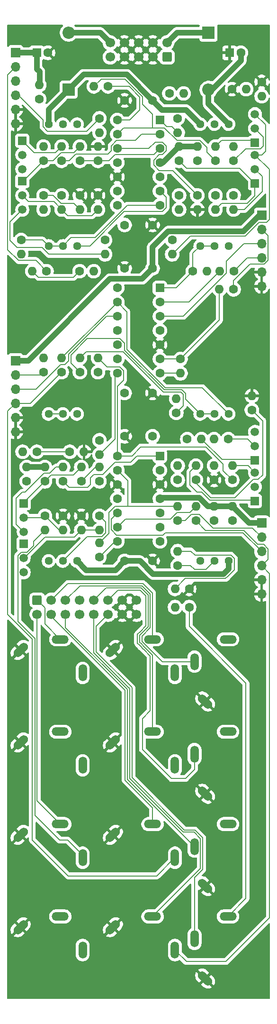
<source format=gtl>
%TF.GenerationSoftware,KiCad,Pcbnew,9.0.4*%
%TF.CreationDate,2025-10-04T20:19:14+02:00*%
%TF.ProjectId,DMH_VCA_Bank_PCB_1,444d485f-5643-4415-9f42-616e6b5f5043,1*%
%TF.SameCoordinates,Original*%
%TF.FileFunction,Copper,L1,Top*%
%TF.FilePolarity,Positive*%
%FSLAX46Y46*%
G04 Gerber Fmt 4.6, Leading zero omitted, Abs format (unit mm)*
G04 Created by KiCad (PCBNEW 9.0.4) date 2025-10-04 20:19:14*
%MOMM*%
%LPD*%
G01*
G04 APERTURE LIST*
G04 Aperture macros list*
%AMRoundRect*
0 Rectangle with rounded corners*
0 $1 Rounding radius*
0 $2 $3 $4 $5 $6 $7 $8 $9 X,Y pos of 4 corners*
0 Add a 4 corners polygon primitive as box body*
4,1,4,$2,$3,$4,$5,$6,$7,$8,$9,$2,$3,0*
0 Add four circle primitives for the rounded corners*
1,1,$1+$1,$2,$3*
1,1,$1+$1,$4,$5*
1,1,$1+$1,$6,$7*
1,1,$1+$1,$8,$9*
0 Add four rect primitives between the rounded corners*
20,1,$1+$1,$2,$3,$4,$5,0*
20,1,$1+$1,$4,$5,$6,$7,0*
20,1,$1+$1,$6,$7,$8,$9,0*
20,1,$1+$1,$8,$9,$2,$3,0*%
%AMHorizOval*
0 Thick line with rounded ends*
0 $1 width*
0 $2 $3 position (X,Y) of the first rounded end (center of the circle)*
0 $4 $5 position (X,Y) of the second rounded end (center of the circle)*
0 Add line between two ends*
20,1,$1,$2,$3,$4,$5,0*
0 Add two circle primitives to create the rounded ends*
1,1,$1,$2,$3*
1,1,$1,$4,$5*%
G04 Aperture macros list end*
%TA.AperFunction,ComponentPad*%
%ADD10R,1.700000X1.700000*%
%TD*%
%TA.AperFunction,ComponentPad*%
%ADD11O,1.700000X1.700000*%
%TD*%
%TA.AperFunction,ComponentPad*%
%ADD12HorizOval,1.508000X-0.533159X-0.533159X0.533159X0.533159X0*%
%TD*%
%TA.AperFunction,ComponentPad*%
%ADD13O,1.508000X3.016000*%
%TD*%
%TA.AperFunction,ComponentPad*%
%ADD14O,3.016000X1.508000*%
%TD*%
%TA.AperFunction,ComponentPad*%
%ADD15HorizOval,1.508000X-0.533159X0.533159X0.533159X-0.533159X0*%
%TD*%
%TA.AperFunction,ComponentPad*%
%ADD16C,1.600000*%
%TD*%
%TA.AperFunction,ComponentPad*%
%ADD17O,1.600000X1.600000*%
%TD*%
%TA.AperFunction,ComponentPad*%
%ADD18C,1.440000*%
%TD*%
%TA.AperFunction,ComponentPad*%
%ADD19R,1.500000X1.500000*%
%TD*%
%TA.AperFunction,ComponentPad*%
%ADD20C,1.500000*%
%TD*%
%TA.AperFunction,ComponentPad*%
%ADD21RoundRect,0.250000X-0.600000X0.600000X-0.600000X-0.600000X0.600000X-0.600000X0.600000X0.600000X0*%
%TD*%
%TA.AperFunction,ComponentPad*%
%ADD22C,1.700000*%
%TD*%
%TA.AperFunction,ComponentPad*%
%ADD23R,2.200000X2.200000*%
%TD*%
%TA.AperFunction,ComponentPad*%
%ADD24O,2.200000X2.200000*%
%TD*%
%TA.AperFunction,ComponentPad*%
%ADD25R,1.600000X1.600000*%
%TD*%
%TA.AperFunction,ComponentPad*%
%ADD26RoundRect,0.250000X0.600000X-0.600000X0.600000X0.600000X-0.600000X0.600000X-0.600000X-0.600000X0*%
%TD*%
%TA.AperFunction,ComponentPad*%
%ADD27RoundRect,0.250000X0.550000X0.550000X-0.550000X0.550000X-0.550000X-0.550000X0.550000X-0.550000X0*%
%TD*%
%TA.AperFunction,Conductor*%
%ADD28C,1.000000*%
%TD*%
%TA.AperFunction,Conductor*%
%ADD29C,0.200000*%
%TD*%
G04 APERTURE END LIST*
D10*
%TO.P,J50,1,Pin_1*%
%TO.N,+12V*%
X53000000Y-48000000D03*
D11*
%TO.P,J50,2,Pin_2*%
%TO.N,/Inputs and Outputs/Offset A Pot*%
X53000000Y-50540000D03*
%TO.P,J50,3,Pin_3*%
%TO.N,/Inputs and Outputs/CV Amt A Pot*%
X53000000Y-53080000D03*
%TO.P,J50,4,Pin_4*%
%TO.N,/Inputs and Outputs/CV A Jack*%
X53000000Y-55620000D03*
%TO.P,J50,5,Pin_5*%
%TO.N,GND*%
X53000000Y-58160000D03*
%TO.P,J50,6,Pin_6*%
X53000000Y-60700000D03*
%TD*%
D12*
%TO.P,J1,S*%
%TO.N,GND*%
X53903810Y-154653810D03*
D13*
%TO.P,J1,T*%
%TO.N,/Inputs and Outputs/Input A Jack*%
X65000000Y-158750000D03*
D14*
%TO.P,J1,TN*%
%TO.N,Net-(J200-Pin_1)*%
X61000000Y-152750000D03*
%TD*%
D15*
%TO.P,J9,S*%
%TO.N,GND*%
X86903810Y-196846190D03*
D14*
%TO.P,J9,T*%
%TO.N,/Inputs and Outputs/Output C Jack*%
X91000000Y-185750000D03*
D13*
%TO.P,J9,TN*%
%TO.N,Net-(J200-Pin_11)*%
X85000000Y-189750000D03*
%TD*%
D15*
%TO.P,J12,S*%
%TO.N,GND*%
X86903810Y-213346190D03*
D14*
%TO.P,J12,T*%
%TO.N,/Inputs and Outputs/Output D Jack*%
X91000000Y-202250000D03*
D13*
%TO.P,J12,TN*%
%TO.N,Net-(J200-Pin_14)*%
X85000000Y-206250000D03*
%TD*%
D10*
%TO.P,J60,1,Pin_1*%
%TO.N,+12V*%
X97000000Y-77000000D03*
D11*
%TO.P,J60,2,Pin_2*%
%TO.N,/Inputs and Outputs/Offset B Pot*%
X97000000Y-79540000D03*
%TO.P,J60,3,Pin_3*%
%TO.N,/Inputs and Outputs/CV Amt B Pot*%
X97000000Y-82080000D03*
%TO.P,J60,4,Pin_4*%
%TO.N,/Inputs and Outputs/CV B Jack*%
X97000000Y-84620000D03*
%TO.P,J60,5,Pin_5*%
%TO.N,GND*%
X97000000Y-87160000D03*
%TO.P,J60,6,Pin_6*%
X97000000Y-89700000D03*
%TD*%
D10*
%TO.P,J80,1,Pin_1*%
%TO.N,+12V*%
X97000000Y-132000000D03*
D11*
%TO.P,J80,2,Pin_2*%
%TO.N,/Inputs and Outputs/Offset D Pot*%
X97000000Y-134540000D03*
%TO.P,J80,3,Pin_3*%
%TO.N,/Inputs and Outputs/CV Amt D Pot*%
X97000000Y-137080000D03*
%TO.P,J80,4,Pin_4*%
%TO.N,/Inputs and Outputs/CV D Jack*%
X97000000Y-139620000D03*
%TO.P,J80,5,Pin_5*%
%TO.N,GND*%
X97000000Y-142160000D03*
%TO.P,J80,6,Pin_6*%
X97000000Y-144700000D03*
%TD*%
D15*
%TO.P,J3,S*%
%TO.N,GND*%
X86903810Y-163846190D03*
D14*
%TO.P,J3,T*%
%TO.N,/Inputs and Outputs/Output A Jack*%
X91000000Y-152750000D03*
D13*
%TO.P,J3,TN*%
%TO.N,Net-(J200-Pin_3)*%
X85000000Y-156750000D03*
%TD*%
D12*
%TO.P,J11,S*%
%TO.N,GND*%
X70403810Y-204153810D03*
D13*
%TO.P,J11,T*%
%TO.N,/Inputs and Outputs/CV D Jack*%
X81500000Y-208250000D03*
D14*
%TO.P,J11,TN*%
%TO.N,Net-(J200-Pin_13)*%
X77500000Y-202250000D03*
%TD*%
D12*
%TO.P,J7,S*%
%TO.N,GND*%
X53903810Y-187653810D03*
D13*
%TO.P,J7,T*%
%TO.N,/Inputs and Outputs/Input C Jack*%
X65000000Y-191750000D03*
D14*
%TO.P,J7,TN*%
%TO.N,Net-(J200-Pin_9)*%
X61000000Y-185750000D03*
%TD*%
D12*
%TO.P,J4,S*%
%TO.N,GND*%
X53903810Y-171153810D03*
D13*
%TO.P,J4,T*%
%TO.N,/Inputs and Outputs/Input B Jack*%
X65000000Y-175250000D03*
D14*
%TO.P,J4,TN*%
%TO.N,Net-(J200-Pin_4)*%
X61000000Y-169250000D03*
%TD*%
D10*
%TO.P,J70,1,Pin_1*%
%TO.N,+12V*%
X53000000Y-103000000D03*
D11*
%TO.P,J70,2,Pin_2*%
%TO.N,/Inputs and Outputs/Offset C Pot*%
X53000000Y-105540000D03*
%TO.P,J70,3,Pin_3*%
%TO.N,/Inputs and Outputs/CV Amt C Pot*%
X53000000Y-108080000D03*
%TO.P,J70,4,Pin_4*%
%TO.N,/Inputs and Outputs/CV C Jack*%
X53000000Y-110620000D03*
%TO.P,J70,5,Pin_5*%
%TO.N,GND*%
X53000000Y-113160000D03*
%TO.P,J70,6,Pin_6*%
X53000000Y-115700000D03*
%TD*%
D12*
%TO.P,J5,S*%
%TO.N,GND*%
X70403810Y-171153810D03*
D13*
%TO.P,J5,T*%
%TO.N,/Inputs and Outputs/CV B Jack*%
X81500000Y-175250000D03*
D14*
%TO.P,J5,TN*%
%TO.N,Net-(J200-Pin_5)*%
X77500000Y-169250000D03*
%TD*%
D12*
%TO.P,J8,S*%
%TO.N,GND*%
X70403810Y-187653810D03*
D13*
%TO.P,J8,T*%
%TO.N,/Inputs and Outputs/CV C Jack*%
X81500000Y-191750000D03*
D14*
%TO.P,J8,TN*%
%TO.N,Net-(J200-Pin_10)*%
X77500000Y-185750000D03*
%TD*%
D12*
%TO.P,J10,S*%
%TO.N,GND*%
X53903810Y-204153810D03*
D13*
%TO.P,J10,T*%
%TO.N,/Inputs and Outputs/Input D Jack*%
X65000000Y-208250000D03*
D14*
%TO.P,J10,TN*%
%TO.N,Net-(J200-Pin_12)*%
X61000000Y-202250000D03*
%TD*%
D12*
%TO.P,J2,S*%
%TO.N,GND*%
X70403810Y-154653810D03*
D13*
%TO.P,J2,T*%
%TO.N,/Inputs and Outputs/CV A Jack*%
X81500000Y-158750000D03*
D14*
%TO.P,J2,TN*%
%TO.N,Net-(J200-Pin_2)*%
X77500000Y-152750000D03*
%TD*%
D15*
%TO.P,J6,S*%
%TO.N,GND*%
X86903810Y-180346190D03*
D14*
%TO.P,J6,T*%
%TO.N,/Inputs and Outputs/Output B Jack*%
X91000000Y-169250000D03*
D13*
%TO.P,J6,TN*%
%TO.N,Net-(J200-Pin_6)*%
X85000000Y-173250000D03*
%TD*%
D16*
%TO.P,R35,1*%
%TO.N,Net-(Q5-C)*%
X58250000Y-124545000D03*
D17*
%TO.P,R35,2*%
%TO.N,+12V*%
X58250000Y-122005000D03*
%TD*%
D18*
%TO.P,RV16,1,1*%
%TO.N,-12V*%
X91100000Y-138750000D03*
%TO.P,RV16,2,2*%
%TO.N,Net-(R60-Pad1)*%
X88560000Y-138750000D03*
%TO.P,RV16,3,3*%
%TO.N,+12V*%
X86020000Y-138750000D03*
%TD*%
D16*
%TO.P,R19,1*%
%TO.N,Net-(U1D--)*%
X88750000Y-67295000D03*
D17*
%TO.P,R19,2*%
%TO.N,Net-(Q3-C)*%
X88750000Y-64755000D03*
%TD*%
D16*
%TO.P,R40,1*%
%TO.N,Net-(U2C-+)*%
X56795000Y-119250000D03*
D17*
%TO.P,R40,2*%
%TO.N,Net-(Q6-C)*%
X54255000Y-119250000D03*
%TD*%
D16*
%TO.P,R67,1*%
%TO.N,Net-(R67-Pad1)*%
X82000000Y-124295000D03*
D17*
%TO.P,R67,2*%
%TO.N,Net-(U3B--)*%
X82000000Y-121755000D03*
%TD*%
D16*
%TO.P,R32,1*%
%TO.N,Net-(U3A--)*%
X81750000Y-112295000D03*
D17*
%TO.P,R32,2*%
%TO.N,Net-(R32-Pad2)*%
X81750000Y-109755000D03*
%TD*%
D16*
%TO.P,R38,1*%
%TO.N,GND*%
X64750000Y-130705000D03*
D17*
%TO.P,R38,2*%
%TO.N,Net-(Q6-B)*%
X64750000Y-133245000D03*
%TD*%
D16*
%TO.P,R48,1*%
%TO.N,Net-(Q7-B)*%
X91045000Y-117000000D03*
D17*
%TO.P,R48,2*%
%TO.N,/Inputs and Outputs/Input D Jack*%
X88505000Y-117000000D03*
%TD*%
D16*
%TO.P,R14,1*%
%TO.N,Net-(U1C--)*%
X64455000Y-87000000D03*
D17*
%TO.P,R14,2*%
%TO.N,Net-(R12-Pad1)*%
X66995000Y-87000000D03*
%TD*%
D16*
%TO.P,R30,1*%
%TO.N,/Inputs and Outputs/Offset B Pot*%
X92000000Y-90250000D03*
D17*
%TO.P,R30,2*%
%TO.N,Net-(U2B--)*%
X89460000Y-90250000D03*
%TD*%
D18*
%TO.P,RV12,1,1*%
%TO.N,Net-(U2D--)*%
X91100000Y-112500000D03*
%TO.P,RV12,2,2*%
%TO.N,Net-(R65-Pad1)*%
X88560000Y-112500000D03*
%TO.P,RV12,3,3*%
X86020000Y-112500000D03*
%TD*%
D16*
%TO.P,R13,1*%
%TO.N,/Inputs and Outputs/CV B Jack*%
X92045000Y-87000000D03*
D17*
%TO.P,R13,2*%
%TO.N,Net-(U2A--)*%
X89505000Y-87000000D03*
%TD*%
D16*
%TO.P,R11,1*%
%TO.N,GND*%
X67750000Y-73455000D03*
D17*
%TO.P,R11,2*%
%TO.N,Net-(Q2-B)*%
X67750000Y-75995000D03*
%TD*%
D19*
%TO.P,Q5,1,C*%
%TO.N,Net-(Q5-C)*%
X54450000Y-128450000D03*
D20*
%TO.P,Q5,2,B*%
%TO.N,Net-(Q5-B)*%
X54450000Y-130990000D03*
%TO.P,Q5,3,E*%
%TO.N,Net-(Q5-E)*%
X54450000Y-133530000D03*
%TD*%
D16*
%TO.P,R42,1*%
%TO.N,Net-(U2C-+)*%
X62705000Y-119250000D03*
D17*
%TO.P,R42,2*%
%TO.N,GND*%
X65245000Y-119250000D03*
%TD*%
D16*
%TO.P,R59,1*%
%TO.N,Net-(U3B-+)*%
X85250000Y-124295000D03*
D17*
%TO.P,R59,2*%
%TO.N,Net-(Q8-C)*%
X85250000Y-121755000D03*
%TD*%
D16*
%TO.P,R61,1*%
%TO.N,Net-(U3B-+)*%
X95250000Y-111795000D03*
D17*
%TO.P,R61,2*%
%TO.N,GND*%
X95250000Y-109255000D03*
%TD*%
D16*
%TO.P,R8,1*%
%TO.N,Net-(Q1-B)*%
X58000000Y-73455000D03*
D17*
%TO.P,R8,2*%
%TO.N,/Inputs and Outputs/Input A Jack*%
X58000000Y-75995000D03*
%TD*%
D16*
%TO.P,R63,1*%
%TO.N,Net-(R63-Pad1)*%
X54000000Y-81455000D03*
D17*
%TO.P,R63,2*%
%TO.N,Net-(U1C--)*%
X54000000Y-83995000D03*
%TD*%
D16*
%TO.P,R50,1*%
%TO.N,Net-(Q7-C)*%
X88500000Y-131545000D03*
D17*
%TO.P,R50,2*%
%TO.N,+12V*%
X88500000Y-129005000D03*
%TD*%
D16*
%TO.P,R29,1*%
%TO.N,Net-(U2B--)*%
X82500000Y-102705000D03*
D17*
%TO.P,R29,2*%
%TO.N,Net-(R27-Pad1)*%
X82500000Y-105245000D03*
%TD*%
D16*
%TO.P,R7,1*%
%TO.N,Net-(U1A-+)*%
X67750000Y-67295000D03*
D17*
%TO.P,R7,2*%
%TO.N,GND*%
X67750000Y-64755000D03*
%TD*%
D16*
%TO.P,R18,1*%
%TO.N,Net-(R18-Pad1)*%
X69545000Y-54000000D03*
D17*
%TO.P,R18,2*%
%TO.N,Net-(U1D--)*%
X67005000Y-54000000D03*
%TD*%
D19*
%TO.P,Q3,1,C*%
%TO.N,Net-(Q3-C)*%
X95800000Y-64050000D03*
D20*
%TO.P,Q3,2,B*%
%TO.N,Net-(Q3-B)*%
X95800000Y-61510000D03*
%TO.P,Q3,3,E*%
%TO.N,Net-(Q3-E)*%
X95800000Y-58970000D03*
%TD*%
D16*
%TO.P,R33,1*%
%TO.N,Net-(Q5-B)*%
X58250000Y-130705000D03*
D17*
%TO.P,R33,2*%
%TO.N,/Inputs and Outputs/Input C Jack*%
X58250000Y-133245000D03*
%TD*%
D16*
%TO.P,R43,1*%
%TO.N,/Inputs and Outputs/CV D Jack*%
X85250000Y-131545000D03*
D17*
%TO.P,R43,2*%
%TO.N,Net-(U3C--)*%
X85250000Y-129005000D03*
%TD*%
D16*
%TO.P,R34,1*%
%TO.N,GND*%
X61500000Y-130705000D03*
D17*
%TO.P,R34,2*%
%TO.N,Net-(Q5-B)*%
X61500000Y-133245000D03*
%TD*%
D19*
%TO.P,Q7,1,C*%
%TO.N,Net-(Q7-C)*%
X95800000Y-120800000D03*
D20*
%TO.P,Q7,2,B*%
%TO.N,Net-(Q7-B)*%
X95800000Y-118260000D03*
%TO.P,Q7,3,E*%
%TO.N,Net-(Q7-E)*%
X95800000Y-115720000D03*
%TD*%
D16*
%TO.P,R46,1*%
%TO.N,/Inputs and Outputs/Offset D Pot*%
X82000000Y-131545000D03*
D17*
%TO.P,R46,2*%
%TO.N,Net-(U3D--)*%
X82000000Y-129005000D03*
%TD*%
D16*
%TO.P,R6,1*%
%TO.N,Net-(U1A-+)*%
X64500000Y-67295000D03*
D17*
%TO.P,R6,2*%
%TO.N,Net-(Q2-C)*%
X64500000Y-64755000D03*
%TD*%
D16*
%TO.P,R1,1*%
%TO.N,Net-(Q1-C)*%
X57250000Y-56295000D03*
D17*
%TO.P,R1,2*%
%TO.N,+12V*%
X57250000Y-53755000D03*
%TD*%
D21*
%TO.P,J200,1,Pin_1*%
%TO.N,Net-(J200-Pin_1)*%
X56860000Y-145747500D03*
D22*
%TO.P,J200,2,Pin_2*%
%TO.N,Net-(J200-Pin_2)*%
X59400000Y-145747500D03*
%TO.P,J200,3,Pin_3*%
%TO.N,Net-(J200-Pin_3)*%
X61940000Y-145747500D03*
%TO.P,J200,4,Pin_4*%
%TO.N,Net-(J200-Pin_4)*%
X64480000Y-145747500D03*
%TO.P,J200,5,Pin_5*%
%TO.N,Net-(J200-Pin_5)*%
X67020000Y-145747500D03*
%TO.P,J200,6,Pin_6*%
%TO.N,Net-(J200-Pin_6)*%
X69560000Y-145747500D03*
%TO.P,J200,7,Pin_7*%
%TO.N,GND*%
X72100000Y-145747500D03*
%TO.P,J200,8,Pin_8*%
X74640000Y-145747500D03*
%TO.P,J200,9,Pin_9*%
%TO.N,Net-(J200-Pin_9)*%
X56860000Y-148287500D03*
%TO.P,J200,10,Pin_10*%
%TO.N,Net-(J200-Pin_10)*%
X59400000Y-148287500D03*
%TO.P,J200,11,Pin_11*%
%TO.N,Net-(J200-Pin_11)*%
X61940000Y-148287500D03*
%TO.P,J200,12,Pin_12*%
%TO.N,Net-(J200-Pin_12)*%
X64480000Y-148287500D03*
%TO.P,J200,13,Pin_13*%
%TO.N,Net-(J200-Pin_13)*%
X67020000Y-148287500D03*
%TO.P,J200,14,Pin_14*%
%TO.N,Net-(J200-Pin_14)*%
X69560000Y-148287500D03*
%TO.P,J200,15,Pin_15*%
%TO.N,GND*%
X72100000Y-148287500D03*
%TO.P,J200,16,Pin_16*%
X74640000Y-148287500D03*
%TD*%
D19*
%TO.P,Q2,1,C*%
%TO.N,Net-(Q2-C)*%
X54200000Y-70950000D03*
D20*
%TO.P,Q2,2,B*%
%TO.N,Net-(Q2-B)*%
X54200000Y-73490000D03*
%TO.P,Q2,3,E*%
%TO.N,Net-(Q1-E)*%
X54200000Y-76030000D03*
%TD*%
D16*
%TO.P,R2,1*%
%TO.N,Net-(Q2-C)*%
X58000000Y-67295000D03*
D17*
%TO.P,R2,2*%
%TO.N,+12V*%
X58000000Y-64755000D03*
%TD*%
D18*
%TO.P,RV10,1,1*%
%TO.N,Net-(U1B--)*%
X64000000Y-82500000D03*
%TO.P,RV10,2,2*%
%TO.N,Net-(R63-Pad1)*%
X61460000Y-82500000D03*
%TO.P,RV10,3,3*%
X58920000Y-82500000D03*
%TD*%
D16*
%TO.P,R58,1*%
%TO.N,Net-(U3B--)*%
X83705000Y-117000000D03*
D17*
%TO.P,R58,2*%
%TO.N,Net-(Q7-C)*%
X86245000Y-117000000D03*
%TD*%
D16*
%TO.P,R47,1*%
%TO.N,Net-(U3D--)*%
X67750000Y-105045000D03*
D17*
%TO.P,R47,2*%
%TO.N,Net-(R47-Pad2)*%
X67750000Y-102505000D03*
%TD*%
D16*
%TO.P,R5,1*%
%TO.N,/Inputs and Outputs/Output A Jack*%
X82000000Y-59705000D03*
D17*
%TO.P,R5,2*%
%TO.N,Net-(R3-Pad1)*%
X82000000Y-62245000D03*
%TD*%
D16*
%TO.P,C4,1*%
%TO.N,GND*%
X77500000Y-78750000D03*
%TO.P,C4,2*%
%TO.N,-12V*%
X72500000Y-78750000D03*
%TD*%
%TO.P,R12,1*%
%TO.N,Net-(R12-Pad1)*%
X69000000Y-81455000D03*
D17*
%TO.P,R12,2*%
%TO.N,Net-(Q1-E)*%
X69000000Y-83995000D03*
%TD*%
D16*
%TO.P,R60,1*%
%TO.N,Net-(R60-Pad1)*%
X82000000Y-139545000D03*
D17*
%TO.P,R60,2*%
%TO.N,Net-(Q8-B)*%
X82000000Y-137005000D03*
%TD*%
D16*
%TO.P,C8,1*%
%TO.N,GND*%
X77500000Y-138750000D03*
%TO.P,C8,2*%
%TO.N,-12V*%
X72500000Y-138750000D03*
%TD*%
%TO.P,R21,1*%
%TO.N,Net-(U1D-+)*%
X88750000Y-73455000D03*
D17*
%TO.P,R21,2*%
%TO.N,Net-(Q4-C)*%
X88750000Y-75995000D03*
%TD*%
D23*
%TO.P,D2,1,K*%
%TO.N,Net-(D2-K)*%
X87500000Y-44420000D03*
D24*
%TO.P,D2,2,A*%
%TO.N,-12V*%
X87500000Y-54580000D03*
%TD*%
D25*
%TO.P,C2,1*%
%TO.N,GND*%
X91294888Y-48000000D03*
D16*
%TO.P,C2,2*%
%TO.N,-12V*%
X93294888Y-48000000D03*
%TD*%
D18*
%TO.P,RV15,1,1*%
%TO.N,Net-(U3C--)*%
X64000000Y-112500000D03*
%TO.P,RV15,2,2*%
%TO.N,Net-(R66-Pad1)*%
X61460000Y-112500000D03*
%TO.P,RV15,3,3*%
X58920000Y-112500000D03*
%TD*%
%TO.P,RV3,1,1*%
%TO.N,-12V*%
X64000000Y-138750000D03*
%TO.P,RV3,2,2*%
%TO.N,Net-(R41-Pad1)*%
X61460000Y-138750000D03*
%TO.P,RV3,3,3*%
%TO.N,+12V*%
X58920000Y-138750000D03*
%TD*%
D16*
%TO.P,R31,1*%
%TO.N,/Inputs and Outputs/Offset C Pot*%
X58000000Y-105045000D03*
D17*
%TO.P,R31,2*%
%TO.N,Net-(U3A--)*%
X58000000Y-102505000D03*
%TD*%
D18*
%TO.P,RV1,1,1*%
%TO.N,-12V*%
X64000000Y-60750000D03*
%TO.P,RV1,2,2*%
%TO.N,Net-(R9-Pad1)*%
X61460000Y-60750000D03*
%TO.P,RV1,3,3*%
%TO.N,+12V*%
X58920000Y-60750000D03*
%TD*%
D16*
%TO.P,R66,1*%
%TO.N,Net-(R66-Pad1)*%
X68000000Y-138045000D03*
D17*
%TO.P,R66,2*%
%TO.N,Net-(U3D--)*%
X68000000Y-135505000D03*
%TD*%
D18*
%TO.P,RV2,1,1*%
%TO.N,-12V*%
X91100000Y-60750000D03*
%TO.P,RV2,2,2*%
%TO.N,Net-(R24-Pad1)*%
X88560000Y-60750000D03*
%TO.P,RV2,3,3*%
%TO.N,+12V*%
X86020000Y-60750000D03*
%TD*%
D16*
%TO.P,R45,1*%
%TO.N,/Inputs and Outputs/Output C Jack*%
X68000000Y-117205000D03*
D17*
%TO.P,R45,2*%
%TO.N,Net-(R44-Pad1)*%
X68000000Y-119745000D03*
%TD*%
D16*
%TO.P,C3,1*%
%TO.N,+12V*%
X77500000Y-56500000D03*
%TO.P,C3,2*%
%TO.N,GND*%
X72500000Y-56500000D03*
%TD*%
%TO.P,R15,1*%
%TO.N,/Inputs and Outputs/Offset A Pot*%
X58545000Y-87000000D03*
D17*
%TO.P,R15,2*%
%TO.N,Net-(U1C--)*%
X56005000Y-87000000D03*
%TD*%
D16*
%TO.P,R28,1*%
%TO.N,/Inputs and Outputs/CV C Jack*%
X61250000Y-105045000D03*
D17*
%TO.P,R28,2*%
%TO.N,Net-(U2D--)*%
X61250000Y-102505000D03*
%TD*%
D16*
%TO.P,R26,1*%
%TO.N,GND*%
X91705000Y-54500000D03*
D17*
%TO.P,R26,2*%
%TO.N,Net-(Q4-B)*%
X94245000Y-54500000D03*
%TD*%
D18*
%TO.P,RV11,1,1*%
%TO.N,Net-(U2A--)*%
X91100000Y-82500000D03*
%TO.P,RV11,2,2*%
%TO.N,Net-(R64-Pad1)*%
X88560000Y-82500000D03*
%TO.P,RV11,3,3*%
X86020000Y-82500000D03*
%TD*%
D16*
%TO.P,R68,1*%
%TO.N,/Inputs and Outputs/Output D Jack*%
X84045000Y-147000000D03*
D17*
%TO.P,R68,2*%
%TO.N,Net-(R67-Pad1)*%
X81505000Y-147000000D03*
%TD*%
D23*
%TO.P,D1,1,K*%
%TO.N,+12V*%
X62500000Y-54580000D03*
D24*
%TO.P,D1,2,A*%
%TO.N,Net-(D1-A)*%
X62500000Y-44420000D03*
%TD*%
D25*
%TO.P,C1,1*%
%TO.N,+12V*%
X56794888Y-48000000D03*
D16*
%TO.P,C1,2*%
%TO.N,GND*%
X58794888Y-48000000D03*
%TD*%
%TO.P,R62,1*%
%TO.N,/Inputs and Outputs/CV A Jack*%
X68000000Y-59705000D03*
D17*
%TO.P,R62,2*%
%TO.N,Net-(U1B--)*%
X68000000Y-62245000D03*
%TD*%
D26*
%TO.P,J100,1a,Pin_1a*%
%TO.N,Net-(D2-K)*%
X80080000Y-48752500D03*
D22*
%TO.P,J100,1b,Pin_1b*%
X80080000Y-46212500D03*
%TO.P,J100,2a,Pin_2a*%
%TO.N,GND*%
X77540000Y-48752500D03*
%TO.P,J100,2b,Pin_2b*%
X77540000Y-46212500D03*
%TO.P,J100,3a,Pin_3a*%
X75000000Y-48752500D03*
%TO.P,J100,3b,Pin_3b*%
X75000000Y-46212500D03*
%TO.P,J100,4a,Pin_4a*%
X72460000Y-48752500D03*
%TO.P,J100,4b,Pin_4b*%
X72460000Y-46212500D03*
%TO.P,J100,5a,Pin_5a*%
%TO.N,Net-(D1-A)*%
X69920000Y-48752500D03*
%TO.P,J100,5b,Pin_5b*%
X69920000Y-46212500D03*
%TD*%
D19*
%TO.P,Q8,1,C*%
%TO.N,Net-(Q8-C)*%
X95800000Y-128050000D03*
D20*
%TO.P,Q8,2,B*%
%TO.N,Net-(Q8-B)*%
X95800000Y-125510000D03*
%TO.P,Q8,3,E*%
%TO.N,Net-(Q7-E)*%
X95800000Y-122970000D03*
%TD*%
D16*
%TO.P,R57,1*%
%TO.N,GND*%
X84045000Y-143750000D03*
D17*
%TO.P,R57,2*%
%TO.N,Net-(Q8-B)*%
X81505000Y-143750000D03*
%TD*%
D19*
%TO.P,Q4,1,C*%
%TO.N,Net-(Q4-C)*%
X95800000Y-71300000D03*
D20*
%TO.P,Q4,2,B*%
%TO.N,Net-(Q4-B)*%
X95800000Y-68760000D03*
%TO.P,Q4,3,E*%
%TO.N,Net-(Q3-E)*%
X95800000Y-66220000D03*
%TD*%
D16*
%TO.P,R51,1*%
%TO.N,Net-(R47-Pad2)*%
X91750000Y-124295000D03*
D17*
%TO.P,R51,2*%
%TO.N,Net-(Q7-E)*%
X91750000Y-121755000D03*
%TD*%
D16*
%TO.P,R16,1*%
%TO.N,Net-(Q3-C)*%
X85500000Y-67295000D03*
D17*
%TO.P,R16,2*%
%TO.N,+12V*%
X85500000Y-64755000D03*
%TD*%
D16*
%TO.P,C7,1*%
%TO.N,+12V*%
X77500000Y-116500000D03*
%TO.P,C7,2*%
%TO.N,GND*%
X72500000Y-116500000D03*
%TD*%
%TO.P,C5,1*%
%TO.N,+12V*%
X77500000Y-86500000D03*
%TO.P,C5,2*%
%TO.N,GND*%
X72500000Y-86500000D03*
%TD*%
D27*
%TO.P,U1,1*%
%TO.N,Net-(R3-Pad1)*%
X78810000Y-60000000D03*
D16*
%TO.P,U1,2,-*%
%TO.N,Net-(U1A--)*%
X78810000Y-62540000D03*
%TO.P,U1,3,+*%
%TO.N,Net-(U1A-+)*%
X78810000Y-65080000D03*
%TO.P,U1,4,V+*%
%TO.N,+12V*%
X78810000Y-67620000D03*
%TO.P,U1,5,+*%
%TO.N,/Inputs and Outputs/CV Amt A Pot*%
X78810000Y-70160000D03*
%TO.P,U1,6,-*%
%TO.N,Net-(U1B--)*%
X78810000Y-72700000D03*
%TO.P,U1,7*%
%TO.N,Net-(R63-Pad1)*%
X78810000Y-75240000D03*
%TO.P,U1,8*%
%TO.N,Net-(R12-Pad1)*%
X71190000Y-75240000D03*
%TO.P,U1,9,-*%
%TO.N,Net-(U1C--)*%
X71190000Y-72700000D03*
%TO.P,U1,10,+*%
%TO.N,GND*%
X71190000Y-70160000D03*
%TO.P,U1,11,V-*%
%TO.N,-12V*%
X71190000Y-67620000D03*
%TO.P,U1,12,+*%
%TO.N,Net-(U1D-+)*%
X71190000Y-65080000D03*
%TO.P,U1,13,-*%
%TO.N,Net-(U1D--)*%
X71190000Y-62540000D03*
%TO.P,U1,14*%
%TO.N,Net-(R18-Pad1)*%
X71190000Y-60000000D03*
%TD*%
%TO.P,R22,1*%
%TO.N,Net-(U1D-+)*%
X85500000Y-73455000D03*
D17*
%TO.P,R22,2*%
%TO.N,GND*%
X85500000Y-75995000D03*
%TD*%
D27*
%TO.P,U2,1*%
%TO.N,Net-(R64-Pad1)*%
X78810000Y-90000000D03*
D16*
%TO.P,U2,2,-*%
%TO.N,Net-(U2A--)*%
X78810000Y-92540000D03*
%TO.P,U2,3,+*%
%TO.N,/Inputs and Outputs/CV Amt B Pot*%
X78810000Y-95080000D03*
%TO.P,U2,4,V+*%
%TO.N,+12V*%
X78810000Y-97620000D03*
%TO.P,U2,5,+*%
%TO.N,GND*%
X78810000Y-100160000D03*
%TO.P,U2,6,-*%
%TO.N,Net-(U2B--)*%
X78810000Y-102700000D03*
%TO.P,U2,7*%
%TO.N,Net-(R27-Pad1)*%
X78810000Y-105240000D03*
%TO.P,U2,8*%
%TO.N,Net-(R44-Pad1)*%
X71190000Y-105240000D03*
%TO.P,U2,9,-*%
%TO.N,Net-(U2C--)*%
X71190000Y-102700000D03*
%TO.P,U2,10,+*%
%TO.N,Net-(U2C-+)*%
X71190000Y-100160000D03*
%TO.P,U2,11,V-*%
%TO.N,-12V*%
X71190000Y-97620000D03*
%TO.P,U2,12,+*%
%TO.N,/Inputs and Outputs/CV Amt C Pot*%
X71190000Y-95080000D03*
%TO.P,U2,13,-*%
%TO.N,Net-(U2D--)*%
X71190000Y-92540000D03*
%TO.P,U2,14*%
%TO.N,Net-(R65-Pad1)*%
X71190000Y-90000000D03*
%TD*%
%TO.P,C6,1*%
%TO.N,GND*%
X77500000Y-108750000D03*
%TO.P,C6,2*%
%TO.N,-12V*%
X72500000Y-108750000D03*
%TD*%
%TO.P,R9,1*%
%TO.N,Net-(R9-Pad1)*%
X61250000Y-73455000D03*
D17*
%TO.P,R9,2*%
%TO.N,Net-(Q2-B)*%
X61250000Y-75995000D03*
%TD*%
D19*
%TO.P,Q6,1,C*%
%TO.N,Net-(Q6-C)*%
X54450000Y-135700000D03*
D20*
%TO.P,Q6,2,B*%
%TO.N,Net-(Q6-B)*%
X54450000Y-138240000D03*
%TO.P,Q6,3,E*%
%TO.N,Net-(Q5-E)*%
X54450000Y-140780000D03*
%TD*%
D16*
%TO.P,R24,1*%
%TO.N,Net-(R24-Pad1)*%
X92000000Y-73455000D03*
D17*
%TO.P,R24,2*%
%TO.N,Net-(Q4-B)*%
X92000000Y-75995000D03*
%TD*%
D19*
%TO.P,Q1,1,C*%
%TO.N,Net-(Q1-C)*%
X54200000Y-63700000D03*
D20*
%TO.P,Q1,2,B*%
%TO.N,Net-(Q1-B)*%
X54200000Y-66240000D03*
%TO.P,Q1,3,E*%
%TO.N,Net-(Q1-E)*%
X54200000Y-68780000D03*
%TD*%
D16*
%TO.P,R44,1*%
%TO.N,Net-(R44-Pad1)*%
X68000000Y-124545000D03*
D17*
%TO.P,R44,2*%
%TO.N,Net-(U2C--)*%
X68000000Y-122005000D03*
%TD*%
D16*
%TO.P,R20,1*%
%TO.N,/Inputs and Outputs/Output B Jack*%
X82250000Y-73455000D03*
D17*
%TO.P,R20,2*%
%TO.N,Net-(R18-Pad1)*%
X82250000Y-75995000D03*
%TD*%
D16*
%TO.P,R41,1*%
%TO.N,Net-(R41-Pad1)*%
X68000000Y-130705000D03*
D17*
%TO.P,R41,2*%
%TO.N,Net-(Q6-B)*%
X68000000Y-133245000D03*
%TD*%
D16*
%TO.P,R52,1*%
%TO.N,Net-(Q8-C)*%
X91750000Y-131545000D03*
D17*
%TO.P,R52,2*%
%TO.N,+12V*%
X91750000Y-129005000D03*
%TD*%
D16*
%TO.P,R3,1*%
%TO.N,Net-(R3-Pad1)*%
X80500000Y-55250000D03*
D17*
%TO.P,R3,2*%
%TO.N,Net-(U1A--)*%
X83040000Y-55250000D03*
%TD*%
D16*
%TO.P,R27,1*%
%TO.N,Net-(R27-Pad1)*%
X81000000Y-81455000D03*
D17*
%TO.P,R27,2*%
%TO.N,Net-(Q3-E)*%
X81000000Y-83995000D03*
%TD*%
D16*
%TO.P,R36,1*%
%TO.N,Net-(R32-Pad2)*%
X61500000Y-124545000D03*
D17*
%TO.P,R36,2*%
%TO.N,Net-(Q5-E)*%
X61500000Y-122005000D03*
%TD*%
D16*
%TO.P,R64,1*%
%TO.N,Net-(R64-Pad1)*%
X84705000Y-87000000D03*
D17*
%TO.P,R64,2*%
%TO.N,Net-(U2B--)*%
X87245000Y-87000000D03*
%TD*%
D16*
%TO.P,R39,1*%
%TO.N,Net-(U2C--)*%
X64750000Y-124545000D03*
D17*
%TO.P,R39,2*%
%TO.N,Net-(Q5-C)*%
X64750000Y-122005000D03*
%TD*%
D16*
%TO.P,R10,1*%
%TO.N,GND*%
X64500000Y-73455000D03*
D17*
%TO.P,R10,2*%
%TO.N,Net-(Q1-B)*%
X64500000Y-75995000D03*
%TD*%
D16*
%TO.P,R65,1*%
%TO.N,Net-(R65-Pad1)*%
X64500000Y-105045000D03*
D17*
%TO.P,R65,2*%
%TO.N,Net-(U3A--)*%
X64500000Y-102505000D03*
%TD*%
D16*
%TO.P,R23,1*%
%TO.N,Net-(Q3-B)*%
X92000000Y-67295000D03*
D17*
%TO.P,R23,2*%
%TO.N,/Inputs and Outputs/Input B Jack*%
X92000000Y-64755000D03*
%TD*%
D16*
%TO.P,R4,1*%
%TO.N,Net-(U1A--)*%
X61250000Y-67295000D03*
D17*
%TO.P,R4,2*%
%TO.N,Net-(Q1-C)*%
X61250000Y-64755000D03*
%TD*%
D27*
%TO.P,U3,1*%
%TO.N,Net-(R32-Pad2)*%
X78810000Y-120000000D03*
D16*
%TO.P,U3,2,-*%
%TO.N,Net-(U3A--)*%
X78810000Y-122540000D03*
%TO.P,U3,3,+*%
%TO.N,GND*%
X78810000Y-125080000D03*
%TO.P,U3,4,V+*%
%TO.N,+12V*%
X78810000Y-127620000D03*
%TO.P,U3,5,+*%
%TO.N,Net-(U3B-+)*%
X78810000Y-130160000D03*
%TO.P,U3,6,-*%
%TO.N,Net-(U3B--)*%
X78810000Y-132700000D03*
%TO.P,U3,7*%
%TO.N,Net-(R67-Pad1)*%
X78810000Y-135240000D03*
%TO.P,U3,8*%
%TO.N,Net-(R66-Pad1)*%
X71190000Y-135240000D03*
%TO.P,U3,9,-*%
%TO.N,Net-(U3C--)*%
X71190000Y-132700000D03*
%TO.P,U3,10,+*%
%TO.N,/Inputs and Outputs/CV Amt D Pot*%
X71190000Y-130160000D03*
%TO.P,U3,11,V-*%
%TO.N,-12V*%
X71190000Y-127620000D03*
%TO.P,U3,12,+*%
%TO.N,GND*%
X71190000Y-125080000D03*
%TO.P,U3,13,-*%
%TO.N,Net-(U3D--)*%
X71190000Y-122540000D03*
%TO.P,U3,14*%
%TO.N,Net-(R47-Pad2)*%
X71190000Y-120000000D03*
%TD*%
%TO.P,R17,1*%
%TO.N,Net-(Q4-C)*%
X82250000Y-67295000D03*
D17*
%TO.P,R17,2*%
%TO.N,+12V*%
X82250000Y-64755000D03*
%TD*%
D16*
%TO.P,R37,1*%
%TO.N,Net-(Q6-C)*%
X55000000Y-124545000D03*
D17*
%TO.P,R37,2*%
%TO.N,+12V*%
X55000000Y-122005000D03*
%TD*%
D16*
%TO.P,R49,1*%
%TO.N,GND*%
X88500000Y-124295000D03*
D17*
%TO.P,R49,2*%
%TO.N,Net-(Q7-B)*%
X88500000Y-121755000D03*
%TD*%
D16*
%TO.P,R25,1*%
%TO.N,GND*%
X97000000Y-53205000D03*
D17*
%TO.P,R25,2*%
%TO.N,Net-(Q3-B)*%
X97000000Y-55745000D03*
%TD*%
D28*
%TO.N,+12V*%
X62500000Y-54580000D02*
X65180000Y-51900000D01*
X79204000Y-58204000D02*
X83474000Y-58204000D01*
X78810000Y-127620000D02*
X78930000Y-127500000D01*
X93700000Y-79900000D02*
X96600000Y-77000000D01*
X55300000Y-103000000D02*
X69900000Y-88400000D01*
X77500000Y-56500000D02*
X79204000Y-58204000D01*
X56794888Y-50894888D02*
X57300000Y-51400000D01*
X75600000Y-88400000D02*
X77500000Y-86500000D01*
X77500000Y-82700000D02*
X80300000Y-79900000D01*
X57300000Y-51400000D02*
X57300000Y-53705000D01*
X53000000Y-103000000D02*
X55300000Y-103000000D01*
X88500000Y-129005000D02*
X91750000Y-129005000D01*
X58920000Y-60750000D02*
X58920000Y-58160000D01*
X55000000Y-122005000D02*
X58250000Y-122005000D01*
X53000000Y-48000000D02*
X56794888Y-48000000D01*
X72900000Y-51900000D02*
X77500000Y-56500000D01*
X58920000Y-58160000D02*
X62500000Y-54580000D01*
X82250000Y-64755000D02*
X85500000Y-64755000D01*
X69900000Y-88400000D02*
X75600000Y-88400000D01*
X96600000Y-77000000D02*
X97000000Y-77000000D01*
X78810000Y-67620000D02*
X79385000Y-67620000D01*
X79385000Y-67620000D02*
X82250000Y-64755000D01*
X91750000Y-129005000D02*
X94745000Y-132000000D01*
X80300000Y-79900000D02*
X93700000Y-79900000D01*
X94745000Y-132000000D02*
X97000000Y-132000000D01*
X77500000Y-86500000D02*
X77500000Y-82700000D01*
X57300000Y-53705000D02*
X57250000Y-53755000D01*
X85900000Y-127500000D02*
X87405000Y-129005000D01*
X83474000Y-58204000D02*
X86020000Y-60750000D01*
X56794888Y-48000000D02*
X56794888Y-50894888D01*
X87405000Y-129005000D02*
X88500000Y-129005000D01*
X65180000Y-51900000D02*
X72900000Y-51900000D01*
X78930000Y-127500000D02*
X85900000Y-127500000D01*
%TO.N,-12V*%
X64000000Y-138750000D02*
X65650000Y-140400000D01*
X75250000Y-138750000D02*
X77600000Y-141100000D01*
X88120000Y-54580000D02*
X93294888Y-49405112D01*
X70850000Y-140400000D02*
X72500000Y-138750000D01*
X90200000Y-141100000D02*
X91100000Y-140200000D01*
X65650000Y-140400000D02*
X70850000Y-140400000D01*
X91100000Y-140200000D02*
X91100000Y-138750000D01*
X72500000Y-138750000D02*
X75250000Y-138750000D01*
X93294888Y-49405112D02*
X93294888Y-48000000D01*
X87500000Y-57150000D02*
X91100000Y-60750000D01*
X87500000Y-54580000D02*
X87500000Y-57150000D01*
X87500000Y-54580000D02*
X88120000Y-54580000D01*
X77600000Y-141100000D02*
X90200000Y-141100000D01*
%TO.N,Net-(D1-A)*%
X68127500Y-44420000D02*
X69920000Y-46212500D01*
X62500000Y-44420000D02*
X68127500Y-44420000D01*
%TO.N,Net-(D2-K)*%
X87500000Y-44420000D02*
X81872500Y-44420000D01*
X81872500Y-44420000D02*
X80080000Y-46212500D01*
D29*
%TO.N,Net-(J200-Pin_1)*%
X58249000Y-149999000D02*
X61000000Y-152750000D01*
X58249000Y-147136500D02*
X58249000Y-149999000D01*
X56860000Y-145747500D02*
X58249000Y-147136500D01*
%TO.N,Net-(J200-Pin_2)*%
X59400000Y-145747500D02*
X62347500Y-142800000D01*
X75800000Y-142800000D02*
X77500000Y-144500000D01*
X77500000Y-144500000D02*
X77500000Y-152750000D01*
X62347500Y-142800000D02*
X75800000Y-142800000D01*
%TO.N,/Inputs and Outputs/CV A Jack*%
X53520000Y-55620000D02*
X53000000Y-55620000D01*
X57899000Y-59999000D02*
X53520000Y-55620000D01*
X68000000Y-59705000D02*
X65705000Y-62000000D01*
X57899000Y-61172913D02*
X57899000Y-59999000D01*
X65705000Y-62000000D02*
X58726087Y-62000000D01*
X58726087Y-62000000D02*
X57899000Y-61172913D01*
%TO.N,Net-(J200-Pin_3)*%
X64486500Y-143201000D02*
X75633900Y-143201000D01*
X75600000Y-153095995D02*
X75691000Y-153186995D01*
X76309005Y-153805000D02*
X79254005Y-156750000D01*
X61940000Y-145747500D02*
X64486500Y-143201000D01*
X75600000Y-152200000D02*
X75600000Y-153095995D01*
X75691000Y-153186995D02*
X76309005Y-153805000D01*
X79254005Y-156750000D02*
X85000000Y-156750000D01*
X77099000Y-150701000D02*
X75600000Y-152200000D01*
X75633900Y-143201000D02*
X77099000Y-144666100D01*
X77099000Y-144666100D02*
X77099000Y-150701000D01*
%TO.N,Net-(J200-Pin_5)*%
X75199000Y-153262095D02*
X75199000Y-152929895D01*
X75524900Y-153587995D02*
X75433900Y-153496995D01*
X69165500Y-143602000D02*
X67020000Y-145747500D01*
X76698000Y-150534900D02*
X76698000Y-144832200D01*
X75467800Y-143602000D02*
X69165500Y-143602000D01*
X75199000Y-152366100D02*
X75199000Y-152033900D01*
X77500000Y-155563095D02*
X76142905Y-154206000D01*
X77500000Y-169250000D02*
X77500000Y-155563095D01*
X75199000Y-152929895D02*
X75199000Y-152366100D01*
X76698000Y-144832200D02*
X75467800Y-143602000D01*
X75199000Y-152033900D02*
X75433900Y-151799000D01*
X75290000Y-153353095D02*
X75199000Y-153262095D01*
X76142905Y-154206000D02*
X75908005Y-153971100D01*
X75908005Y-153971100D02*
X75524900Y-153587995D01*
X75433900Y-151799000D02*
X76698000Y-150534900D01*
X75433900Y-153496995D02*
X75290000Y-153353095D01*
%TO.N,/Inputs and Outputs/CV B Jack*%
X94425000Y-84620000D02*
X97000000Y-84620000D01*
X92045000Y-87000000D02*
X94425000Y-84620000D01*
%TO.N,Net-(J200-Pin_6)*%
X75267800Y-151398000D02*
X76297000Y-150368800D01*
X75691000Y-169686995D02*
X75691000Y-168813005D01*
X74798000Y-153095995D02*
X74798000Y-152763795D01*
X75358800Y-153988995D02*
X75267800Y-153897995D01*
X75976805Y-154607000D02*
X75741905Y-154372100D01*
X75123900Y-153754095D02*
X75032900Y-153663095D01*
X76297000Y-150368800D02*
X76297000Y-144998300D01*
X74798000Y-152200000D02*
X74798000Y-151867800D01*
X80900000Y-177600000D02*
X75691000Y-172391000D01*
X76297000Y-144998300D02*
X75301700Y-144003000D01*
X74798000Y-152532200D02*
X74798000Y-152200000D01*
X74798000Y-152763795D02*
X74798000Y-152532200D01*
X75507005Y-154137200D02*
X75358800Y-153988995D01*
X74798000Y-153428195D02*
X74798000Y-153095995D01*
X75741905Y-154372100D02*
X75507005Y-154137200D01*
X85000000Y-176000000D02*
X83400000Y-177600000D01*
X74889000Y-153519195D02*
X74798000Y-153428195D01*
X71304500Y-144003000D02*
X69560000Y-145747500D01*
X75032900Y-153663095D02*
X74889000Y-153519195D01*
X77099000Y-155729195D02*
X75976805Y-154607000D01*
X75691000Y-168813005D02*
X75691000Y-166908000D01*
X83400000Y-177600000D02*
X80900000Y-177600000D01*
X77099000Y-165500000D02*
X77099000Y-155729195D01*
X75301700Y-144003000D02*
X71304500Y-144003000D01*
X75691000Y-172391000D02*
X75691000Y-169686995D01*
X75032900Y-151632900D02*
X75267800Y-151398000D01*
X75267800Y-153897995D02*
X75123900Y-153754095D01*
X85000000Y-173250000D02*
X85000000Y-176000000D01*
X75691000Y-166908000D02*
X77099000Y-165500000D01*
X74798000Y-151867800D02*
X75032900Y-151632900D01*
%TO.N,Net-(J200-Pin_9)*%
X56860000Y-181610000D02*
X61000000Y-185750000D01*
X56860000Y-148287500D02*
X56860000Y-181610000D01*
%TO.N,/Inputs and Outputs/Input C Jack*%
X56459000Y-152600000D02*
X56459000Y-184163000D01*
X55011000Y-137189000D02*
X54014661Y-137189000D01*
X60896000Y-188600000D02*
X62300000Y-188600000D01*
X56459000Y-184163000D02*
X60896000Y-188600000D01*
X54014661Y-137189000D02*
X53399000Y-137804661D01*
X62300000Y-188600000D02*
X65000000Y-191300000D01*
X56200000Y-135295000D02*
X56200000Y-136000000D01*
X58250000Y-133245000D02*
X56200000Y-135295000D01*
X56200000Y-136000000D02*
X55011000Y-137189000D01*
X65000000Y-191300000D02*
X65000000Y-191750000D01*
X53399000Y-149540000D02*
X56459000Y-152600000D01*
X53399000Y-137804661D02*
X53399000Y-149540000D01*
%TO.N,/Inputs and Outputs/CV C Jack*%
X53000000Y-110620000D02*
X55675000Y-110620000D01*
X56000000Y-188600000D02*
X56000000Y-152708100D01*
X51601000Y-148309100D02*
X51601000Y-112019000D01*
X51601000Y-112019000D02*
X53000000Y-110620000D01*
X62400000Y-195000000D02*
X56000000Y-188600000D01*
X55675000Y-110620000D02*
X61250000Y-105045000D01*
X78250000Y-195000000D02*
X62400000Y-195000000D01*
X56000000Y-152708100D02*
X51601000Y-148309100D01*
X81500000Y-191750000D02*
X78250000Y-195000000D01*
%TO.N,Net-(J200-Pin_10)*%
X77500000Y-185750000D02*
X77500000Y-182817100D01*
X77500000Y-182817100D02*
X72600000Y-177917100D01*
X72600000Y-177917100D02*
X72600000Y-161867100D01*
X59400000Y-148667100D02*
X59400000Y-148287500D01*
X72600000Y-161867100D02*
X59400000Y-148667100D01*
%TO.N,Net-(J200-Pin_11)*%
X61940000Y-150640000D02*
X73001000Y-161701000D01*
X73001000Y-161701000D02*
X73001000Y-177751000D01*
X73001000Y-177751000D02*
X85000000Y-189750000D01*
X61940000Y-148287500D02*
X61940000Y-150640000D01*
%TO.N,/Inputs and Outputs/CV D Jack*%
X81500000Y-208250000D02*
X83550000Y-210300000D01*
X98151000Y-136603240D02*
X98151000Y-138469000D01*
X96287100Y-135800000D02*
X97347760Y-135800000D01*
X98151000Y-138469000D02*
X97000000Y-139620000D01*
X97347760Y-135800000D02*
X98151000Y-136603240D01*
X93788100Y-133301000D02*
X96287100Y-135800000D01*
X88131850Y-133301000D02*
X93788100Y-133301000D01*
X90600000Y-210300000D02*
X98399000Y-202501000D01*
X88130850Y-133300000D02*
X88131850Y-133301000D01*
X98399000Y-202501000D02*
X98399000Y-141019000D01*
X83550000Y-210300000D02*
X90600000Y-210300000D01*
X98399000Y-141019000D02*
X97000000Y-139620000D01*
X85250000Y-131545000D02*
X87005000Y-133300000D01*
X87005000Y-133300000D02*
X88130850Y-133300000D01*
%TO.N,Net-(J200-Pin_13)*%
X86055000Y-188559005D02*
X86055000Y-188355000D01*
X86055000Y-188355000D02*
X84900000Y-187200000D01*
X73402000Y-177584900D02*
X73402000Y-161867100D01*
X67000000Y-155132900D02*
X67000000Y-148307500D01*
X73100000Y-161232900D02*
X67000000Y-155132900D01*
X84900000Y-187200000D02*
X83017100Y-187200000D01*
X86055000Y-193695000D02*
X86055000Y-190940995D01*
X73167100Y-161300000D02*
X73100000Y-161232900D01*
X86055000Y-190940995D02*
X86055000Y-188559005D01*
X73402000Y-161867100D02*
X73402000Y-161534900D01*
X67000000Y-148307500D02*
X67020000Y-148287500D01*
X77500000Y-202250000D02*
X86055000Y-193695000D01*
X83017100Y-187200000D02*
X73402000Y-177584900D01*
X73402000Y-161534900D02*
X73167100Y-161300000D01*
%TO.N,/Inputs and Outputs/Output D Jack*%
X94200000Y-160600000D02*
X84045000Y-150445000D01*
X94200000Y-199050000D02*
X94200000Y-160600000D01*
X91000000Y-202250000D02*
X94200000Y-199050000D01*
X84045000Y-150445000D02*
X84045000Y-147000000D01*
%TO.N,Net-(J200-Pin_14)*%
X85000000Y-206250000D02*
X85000000Y-195317100D01*
X67401000Y-154966800D02*
X67401000Y-150446500D01*
X85000000Y-195317100D02*
X86456000Y-193861100D01*
X73803000Y-161368800D02*
X67401000Y-154966800D01*
X73803000Y-177418800D02*
X73803000Y-161368800D01*
X86456000Y-193861100D02*
X86456000Y-188188900D01*
X67401000Y-150446500D02*
X69560000Y-148287500D01*
X83183200Y-186799000D02*
X73803000Y-177418800D01*
X86456000Y-188188900D02*
X85066100Y-186799000D01*
X85066100Y-186799000D02*
X83183200Y-186799000D01*
%TO.N,/Inputs and Outputs/Offset A Pot*%
X58545000Y-87000000D02*
X56641000Y-85096000D01*
X51601000Y-51939000D02*
X53000000Y-50540000D01*
X53543950Y-85096000D02*
X51601000Y-83153050D01*
X51601000Y-83153050D02*
X51601000Y-51939000D01*
X56641000Y-85096000D02*
X53543950Y-85096000D01*
%TO.N,/Inputs and Outputs/CV Amt B Pot*%
X82982050Y-95080000D02*
X90700000Y-87362050D01*
X90700000Y-85200000D02*
X93820000Y-82080000D01*
X93820000Y-82080000D02*
X97000000Y-82080000D01*
X78810000Y-95080000D02*
X82982050Y-95080000D01*
X90700000Y-87362050D02*
X90700000Y-85200000D01*
%TO.N,/Inputs and Outputs/Offset B Pot*%
X98151000Y-80691000D02*
X97000000Y-79540000D01*
X98151000Y-85096760D02*
X98151000Y-80691000D01*
X97476760Y-85771000D02*
X98151000Y-85096760D01*
X92000000Y-88700000D02*
X94929000Y-85771000D01*
X92000000Y-90250000D02*
X92000000Y-88700000D01*
X94929000Y-85771000D02*
X97476760Y-85771000D01*
%TO.N,/Inputs and Outputs/CV Amt C Pot*%
X69242100Y-95080000D02*
X62499000Y-101823100D01*
X62499000Y-103001000D02*
X61800000Y-103700000D01*
X71190000Y-95080000D02*
X69242100Y-95080000D01*
X61037950Y-103700000D02*
X56657950Y-108080000D01*
X61800000Y-103700000D02*
X61037950Y-103700000D01*
X62499000Y-101823100D02*
X62499000Y-103001000D01*
X56657950Y-108080000D02*
X53000000Y-108080000D01*
%TO.N,/Inputs and Outputs/Offset C Pot*%
X57505000Y-105540000D02*
X58000000Y-105045000D01*
X53000000Y-105540000D02*
X57505000Y-105540000D01*
%TO.N,/Inputs and Outputs/CV Amt D Pot*%
X71190000Y-130160000D02*
X70089000Y-131261000D01*
X70089000Y-131261000D02*
X70089000Y-133156050D01*
X71071950Y-134139000D02*
X79361000Y-134139000D01*
X79798000Y-133702000D02*
X93622000Y-133702000D01*
X70089000Y-133156050D02*
X71071950Y-134139000D01*
X79361000Y-134139000D02*
X79798000Y-133702000D01*
X93622000Y-133702000D02*
X97000000Y-137080000D01*
%TO.N,/Inputs and Outputs/Offset D Pot*%
X84455950Y-130444000D02*
X85841950Y-130444000D01*
X85841950Y-130444000D02*
X88297950Y-132900000D01*
X95360000Y-132900000D02*
X97000000Y-134540000D01*
X88297950Y-132900000D02*
X95360000Y-132900000D01*
X82000000Y-131545000D02*
X83354950Y-131545000D01*
X83354950Y-131545000D02*
X84455950Y-130444000D01*
%TO.N,Net-(Q1-B)*%
X58000000Y-73455000D02*
X59692950Y-73455000D01*
X59692950Y-73455000D02*
X61131950Y-74894000D01*
X61131950Y-74894000D02*
X63399000Y-74894000D01*
X63399000Y-74894000D02*
X64500000Y-75995000D01*
%TO.N,Net-(Q1-C)*%
X56356000Y-65856000D02*
X54200000Y-63700000D01*
X61250000Y-64755000D02*
X60149000Y-65856000D01*
X60149000Y-65856000D02*
X56356000Y-65856000D01*
%TO.N,Net-(Q1-E)*%
X58971087Y-83995000D02*
X69000000Y-83995000D01*
X54200000Y-76030000D02*
X52002000Y-78228000D01*
X53300000Y-82800000D02*
X57776087Y-82800000D01*
X52002000Y-78228000D02*
X52002000Y-81502000D01*
X57776087Y-82800000D02*
X58971087Y-83995000D01*
X52002000Y-81502000D02*
X53300000Y-82800000D01*
%TO.N,Net-(Q2-C)*%
X58000000Y-67295000D02*
X54345000Y-70950000D01*
X58000000Y-67295000D02*
X59692950Y-67295000D01*
X54345000Y-70950000D02*
X54200000Y-70950000D01*
X63399000Y-65856000D02*
X64500000Y-64755000D01*
X59692950Y-67295000D02*
X61131950Y-65856000D01*
X61131950Y-65856000D02*
X63399000Y-65856000D01*
%TO.N,Net-(Q2-B)*%
X54200000Y-73490000D02*
X55310000Y-74600000D01*
X55310000Y-74600000D02*
X59855000Y-74600000D01*
X66649000Y-77096000D02*
X67750000Y-75995000D01*
X61250000Y-75995000D02*
X62351000Y-77096000D01*
X62351000Y-77096000D02*
X66649000Y-77096000D01*
X59855000Y-74600000D02*
X61250000Y-75995000D01*
%TO.N,Net-(Q3-E)*%
X97080000Y-66220000D02*
X97700000Y-65600000D01*
X95800000Y-66220000D02*
X97080000Y-66220000D01*
X96500000Y-78300000D02*
X97900000Y-78300000D01*
X97700000Y-60870000D02*
X95800000Y-58970000D01*
X84295000Y-80700000D02*
X94100000Y-80700000D01*
X81000000Y-83995000D02*
X84295000Y-80700000D01*
X98399000Y-68819000D02*
X95800000Y-66220000D01*
X97900000Y-78300000D02*
X98399000Y-77801000D01*
X97700000Y-65600000D02*
X97700000Y-60870000D01*
X94100000Y-80700000D02*
X96500000Y-78300000D01*
X98399000Y-77801000D02*
X98399000Y-68819000D01*
%TO.N,Net-(Q3-B)*%
X92000000Y-67295000D02*
X94126000Y-65169000D01*
X97300000Y-64652000D02*
X97300000Y-63010000D01*
X97300000Y-63010000D02*
X95800000Y-61510000D01*
X94126000Y-65169000D02*
X96783000Y-65169000D01*
X96783000Y-65169000D02*
X97300000Y-64652000D01*
%TO.N,Net-(Q3-C)*%
X88750000Y-64755000D02*
X89851000Y-63654000D01*
X89851000Y-63654000D02*
X95404000Y-63654000D01*
X95404000Y-63654000D02*
X95800000Y-64050000D01*
%TO.N,Net-(Q4-C)*%
X89851000Y-74894000D02*
X91543950Y-74894000D01*
X92456050Y-74894000D02*
X94438900Y-74894000D01*
X93100000Y-68600000D02*
X95800000Y-71300000D01*
X95800000Y-73532900D02*
X95800000Y-71300000D01*
X82250000Y-67295000D02*
X83555000Y-68600000D01*
X88750000Y-75995000D02*
X89851000Y-74894000D01*
X83555000Y-68600000D02*
X93100000Y-68600000D01*
X91543950Y-74894000D02*
X92456050Y-74894000D01*
X94438900Y-74894000D02*
X95800000Y-73532900D01*
%TO.N,Net-(Q4-B)*%
X97100000Y-72800000D02*
X97100000Y-70060000D01*
X97100000Y-70060000D02*
X95800000Y-68760000D01*
X92000000Y-75995000D02*
X93905000Y-75995000D01*
X93905000Y-75995000D02*
X97100000Y-72800000D01*
%TO.N,Net-(Q5-B)*%
X60790000Y-133245000D02*
X61500000Y-133245000D01*
X54450000Y-130990000D02*
X57965000Y-130990000D01*
X58250000Y-130705000D02*
X60790000Y-133245000D01*
X57965000Y-130990000D02*
X58250000Y-130705000D01*
%TO.N,Net-(Q5-C)*%
X54450000Y-128345000D02*
X58250000Y-124545000D01*
X59351000Y-123444000D02*
X63311000Y-123444000D01*
X58250000Y-124545000D02*
X59351000Y-123444000D01*
X63311000Y-123444000D02*
X64750000Y-122005000D01*
X54450000Y-128450000D02*
X54450000Y-128345000D01*
%TO.N,Net-(Q5-E)*%
X58131950Y-123106000D02*
X59121900Y-123106000D01*
X53100000Y-132180000D02*
X53100000Y-127600000D01*
X59121900Y-123106000D02*
X60222900Y-122005000D01*
X54737950Y-126500000D02*
X58131950Y-123106000D01*
X54200000Y-126500000D02*
X54737950Y-126500000D01*
X60222900Y-122005000D02*
X61500000Y-122005000D01*
X53100000Y-127600000D02*
X54200000Y-126500000D01*
X54450000Y-133530000D02*
X53100000Y-132180000D01*
%TO.N,Net-(Q6-B)*%
X58300000Y-134500000D02*
X63495000Y-134500000D01*
X54560000Y-138240000D02*
X58300000Y-134500000D01*
X63495000Y-134500000D02*
X64750000Y-133245000D01*
X64750000Y-133245000D02*
X68000000Y-133245000D01*
X54450000Y-138240000D02*
X54560000Y-138240000D01*
%TO.N,Net-(Q7-B)*%
X94540000Y-117000000D02*
X95800000Y-118260000D01*
X91045000Y-117000000D02*
X94540000Y-117000000D01*
%TO.N,Net-(Q7-C)*%
X89899000Y-120654000D02*
X95654000Y-120654000D01*
X95654000Y-120654000D02*
X95800000Y-120800000D01*
X86245000Y-117000000D02*
X89899000Y-120654000D01*
%TO.N,Net-(Q7-E)*%
X91750000Y-121755000D02*
X94585000Y-121755000D01*
X94585000Y-121755000D02*
X95800000Y-122970000D01*
%TO.N,Net-(Q8-B)*%
X91001000Y-141431785D02*
X90531786Y-141901000D01*
X83354000Y-141901000D02*
X81505000Y-143750000D01*
X92121000Y-140311786D02*
X91001000Y-141431785D01*
X92121000Y-138327087D02*
X92121000Y-140311786D01*
X84355000Y-137005000D02*
X85079000Y-137729000D01*
X91522913Y-137729000D02*
X92121000Y-138327087D01*
X90531786Y-141901000D02*
X83354000Y-141901000D01*
X82000000Y-137005000D02*
X84355000Y-137005000D01*
X85079000Y-137729000D02*
X91522913Y-137729000D01*
%TO.N,Net-(Q8-C)*%
X87704000Y-127904000D02*
X95654000Y-127904000D01*
X84149000Y-125167988D02*
X85481012Y-126500000D01*
X84149000Y-122856000D02*
X84149000Y-125167988D01*
X85250000Y-121755000D02*
X84149000Y-122856000D01*
X86300000Y-126500000D02*
X87704000Y-127904000D01*
X85481012Y-126500000D02*
X86300000Y-126500000D01*
X95654000Y-127904000D02*
X95800000Y-128050000D01*
%TO.N,Net-(R3-Pad1)*%
X80010000Y-61200000D02*
X80955000Y-61200000D01*
X78810000Y-60000000D02*
X80010000Y-61200000D01*
X80955000Y-61200000D02*
X82000000Y-62245000D01*
%TO.N,Net-(U1A--)*%
X63799950Y-66100000D02*
X69500000Y-66100000D01*
X62604950Y-67295000D02*
X63799950Y-66100000D01*
X71071950Y-63641000D02*
X74459000Y-63641000D01*
X70089000Y-64623950D02*
X71071950Y-63641000D01*
X69500000Y-66100000D02*
X70089000Y-65511000D01*
X75560000Y-62540000D02*
X78810000Y-62540000D01*
X61250000Y-67295000D02*
X62604950Y-67295000D01*
X70089000Y-65511000D02*
X70089000Y-64623950D01*
X74459000Y-63641000D02*
X75560000Y-62540000D01*
%TO.N,Net-(U1A-+)*%
X70819000Y-66181000D02*
X77709000Y-66181000D01*
X77709000Y-66181000D02*
X78810000Y-65080000D01*
X64500000Y-67295000D02*
X67750000Y-67295000D01*
X67750000Y-67295000D02*
X69705000Y-67295000D01*
X69705000Y-67295000D02*
X70819000Y-66181000D01*
%TO.N,Net-(U2A--)*%
X78810000Y-92540000D02*
X83965000Y-92540000D01*
X83965000Y-92540000D02*
X89505000Y-87000000D01*
%TO.N,Net-(U1C--)*%
X63354000Y-88101000D02*
X64455000Y-87000000D01*
X56005000Y-87000000D02*
X57106000Y-88101000D01*
X57106000Y-88101000D02*
X63354000Y-88101000D01*
%TO.N,Net-(R18-Pad1)*%
X69545000Y-54000000D02*
X73300114Y-54000000D01*
X73300114Y-54000000D02*
X75200000Y-55899886D01*
X73400000Y-60000000D02*
X71190000Y-60000000D01*
X75200000Y-58200000D02*
X73400000Y-60000000D01*
X75200000Y-55899886D02*
X75200000Y-58200000D01*
%TO.N,Net-(U1D--)*%
X77500000Y-61439000D02*
X79636950Y-61439000D01*
X87200000Y-65745000D02*
X88750000Y-67295000D01*
X72567214Y-52700000D02*
X75683607Y-55816393D01*
X75800000Y-61439000D02*
X77500000Y-61439000D01*
X75683607Y-57183607D02*
X77500000Y-59000000D01*
X71190000Y-62540000D02*
X72291000Y-61439000D01*
X72291000Y-61439000D02*
X75800000Y-61439000D01*
X79636950Y-61439000D02*
X81851950Y-63654000D01*
X75683607Y-55816393D02*
X75683607Y-57183607D01*
X67005000Y-54000000D02*
X68305000Y-52700000D01*
X81851950Y-63654000D02*
X85956050Y-63654000D01*
X87200000Y-64897950D02*
X87200000Y-65745000D01*
X85956050Y-63654000D02*
X87200000Y-64897950D01*
X77500000Y-59000000D02*
X77500000Y-61439000D01*
X68305000Y-52700000D02*
X72567214Y-52700000D01*
%TO.N,Net-(U1D-+)*%
X78691950Y-66181000D02*
X79266050Y-66181000D01*
X78691950Y-69059000D02*
X77709000Y-68076050D01*
X79266050Y-66181000D02*
X79911000Y-65536050D01*
X77709000Y-67163950D02*
X78691950Y-66181000D01*
X79245600Y-63958550D02*
X77958550Y-63958550D01*
X76837100Y-65080000D02*
X71190000Y-65080000D01*
X85500000Y-73455000D02*
X81104000Y-69059000D01*
X79911000Y-64623950D02*
X79245600Y-63958550D01*
X77958550Y-63958550D02*
X76837100Y-65080000D01*
X81104000Y-69059000D02*
X78691950Y-69059000D01*
X77709000Y-68076050D02*
X77709000Y-67163950D01*
X79911000Y-65536050D02*
X79911000Y-64623950D01*
%TO.N,Net-(R27-Pad1)*%
X78810000Y-105240000D02*
X82495000Y-105240000D01*
X82495000Y-105240000D02*
X82500000Y-105245000D01*
%TO.N,Net-(U2D--)*%
X79732200Y-107798000D02*
X86398000Y-107798000D01*
X61250000Y-102505000D02*
X71190000Y-92565000D01*
X71190000Y-92540000D02*
X72900000Y-94250000D01*
X86398000Y-107798000D02*
X91100000Y-112500000D01*
X72900000Y-94250000D02*
X72900000Y-100965800D01*
X71190000Y-92565000D02*
X71190000Y-92540000D01*
X72900000Y-100965800D02*
X79732200Y-107798000D01*
%TO.N,Net-(U2B--)*%
X78810000Y-102700000D02*
X82495000Y-102700000D01*
X82495000Y-102700000D02*
X82500000Y-102705000D01*
X89460000Y-95745000D02*
X82500000Y-102705000D01*
X89460000Y-90250000D02*
X89460000Y-95745000D01*
%TO.N,Net-(U3A--)*%
X83000000Y-111045000D02*
X81750000Y-112295000D01*
X82600000Y-108600000D02*
X83000000Y-109000000D01*
X72204000Y-101404000D02*
X79400000Y-108600000D01*
X83000000Y-109000000D02*
X83000000Y-111045000D01*
X79400000Y-108600000D02*
X82600000Y-108600000D01*
X64500000Y-102505000D02*
X65601000Y-101404000D01*
X65601000Y-101404000D02*
X72204000Y-101404000D01*
%TO.N,Net-(R32-Pad2)*%
X66400000Y-123900000D02*
X67000000Y-123300000D01*
X66400000Y-125100000D02*
X66400000Y-123900000D01*
X61500000Y-124545000D02*
X62601000Y-125646000D01*
X73600000Y-121100000D02*
X74700000Y-120000000D01*
X65854000Y-125646000D02*
X66400000Y-125100000D01*
X68600000Y-123300000D02*
X70800000Y-121100000D01*
X67000000Y-123300000D02*
X68600000Y-123300000D01*
X70800000Y-121100000D02*
X73600000Y-121100000D01*
X74700000Y-120000000D02*
X78810000Y-120000000D01*
X62601000Y-125646000D02*
X65854000Y-125646000D01*
%TO.N,Net-(U2C--)*%
X67290000Y-122005000D02*
X68000000Y-122005000D01*
X64750000Y-124545000D02*
X67290000Y-122005000D01*
%TO.N,Net-(U2C-+)*%
X56795000Y-119250000D02*
X62705000Y-119250000D01*
%TO.N,Net-(R41-Pad1)*%
X68398050Y-134404000D02*
X65806000Y-134404000D01*
X69101000Y-133701050D02*
X68398050Y-134404000D01*
X65806000Y-134404000D02*
X61460000Y-138750000D01*
X68000000Y-130705000D02*
X69101000Y-131806000D01*
X69101000Y-131806000D02*
X69101000Y-133701050D01*
%TO.N,Net-(U3C--)*%
X84149000Y-130106000D02*
X85250000Y-129005000D01*
X80726950Y-131261000D02*
X81881950Y-130106000D01*
X81881950Y-130106000D02*
X84149000Y-130106000D01*
X71190000Y-132700000D02*
X72629000Y-131261000D01*
X72629000Y-131261000D02*
X80726950Y-131261000D01*
%TO.N,Net-(R44-Pad1)*%
X70789000Y-105641000D02*
X71190000Y-105240000D01*
X68000000Y-119745000D02*
X70789000Y-116956000D01*
X70789000Y-116956000D02*
X70789000Y-105641000D01*
%TO.N,Net-(U3D--)*%
X69688000Y-133817000D02*
X69688000Y-130104950D01*
X69688000Y-130104950D02*
X70787950Y-129005000D01*
X73100000Y-124450000D02*
X73100000Y-129005000D01*
X68000000Y-135505000D02*
X69688000Y-133817000D01*
X70787950Y-129005000D02*
X73100000Y-129005000D01*
X73100000Y-129005000D02*
X79700000Y-129005000D01*
X71190000Y-122540000D02*
X73100000Y-124450000D01*
X79700000Y-129005000D02*
X82000000Y-129005000D01*
%TO.N,Net-(R47-Pad2)*%
X72291000Y-104783950D02*
X72291000Y-106509000D01*
X71646050Y-104139000D02*
X72291000Y-104783950D01*
X75400000Y-118400000D02*
X73800000Y-120000000D01*
X90100000Y-122645000D02*
X90100000Y-121422100D01*
X72291000Y-106509000D02*
X71190000Y-107610000D01*
X91750000Y-124295000D02*
X90100000Y-122645000D01*
X71190000Y-107610000D02*
X71190000Y-120000000D01*
X67750000Y-102505000D02*
X69384000Y-104139000D01*
X90100000Y-121422100D02*
X87077900Y-118400000D01*
X73800000Y-120000000D02*
X71190000Y-120000000D01*
X69384000Y-104139000D02*
X71646050Y-104139000D01*
X87077900Y-118400000D02*
X75400000Y-118400000D01*
%TO.N,Net-(U3B-+)*%
X85250000Y-124850000D02*
X87903000Y-127503000D01*
X96400000Y-124200000D02*
X97200000Y-123400000D01*
X92197000Y-127503000D02*
X95500000Y-124200000D01*
X87903000Y-127503000D02*
X92197000Y-127503000D01*
X85250000Y-124295000D02*
X85250000Y-124850000D01*
X95500000Y-124200000D02*
X96400000Y-124200000D01*
X97200000Y-123400000D02*
X97200000Y-113745000D01*
X97200000Y-113745000D02*
X95250000Y-111795000D01*
%TO.N,Net-(R60-Pad1)*%
X84999000Y-140299000D02*
X87011000Y-140299000D01*
X87011000Y-140299000D02*
X88560000Y-138750000D01*
X84245000Y-139545000D02*
X84999000Y-140299000D01*
X82000000Y-139545000D02*
X84245000Y-139545000D01*
%TO.N,Net-(U1B--)*%
X66267100Y-82500000D02*
X72426100Y-76341000D01*
X64000000Y-82500000D02*
X66267100Y-82500000D01*
X79911000Y-73801000D02*
X78810000Y-72700000D01*
X79266050Y-76341000D02*
X79911000Y-75696050D01*
X72426100Y-76341000D02*
X79266050Y-76341000D01*
X79911000Y-75696050D02*
X79911000Y-73801000D01*
%TO.N,Net-(R63-Pad1)*%
X72960000Y-75240000D02*
X78810000Y-75240000D01*
X58920000Y-82500000D02*
X61460000Y-82500000D01*
X54000000Y-81455000D02*
X57875000Y-81455000D01*
X61460000Y-82500000D02*
X62960000Y-81000000D01*
X67200000Y-81000000D02*
X72960000Y-75240000D01*
X62960000Y-81000000D02*
X67200000Y-81000000D01*
X57875000Y-81455000D02*
X58920000Y-82500000D01*
%TO.N,Net-(R64-Pad1)*%
X84705000Y-87000000D02*
X84705000Y-83815000D01*
X86020000Y-82500000D02*
X88560000Y-82500000D01*
X84705000Y-83815000D02*
X86020000Y-82500000D01*
X81705000Y-90000000D02*
X84705000Y-87000000D01*
X78810000Y-90000000D02*
X81705000Y-90000000D01*
%TO.N,Net-(R65-Pad1)*%
X65830200Y-99059000D02*
X62900000Y-101989200D01*
X79566100Y-108199000D02*
X72500000Y-101132900D01*
X62900000Y-103445000D02*
X64500000Y-105045000D01*
X72500000Y-101132900D02*
X72500000Y-99912950D01*
X83401000Y-109881000D02*
X83401000Y-108833900D01*
X83401000Y-108833900D02*
X82766100Y-108199000D01*
X86020000Y-112500000D02*
X88560000Y-112500000D01*
X72500000Y-99912950D02*
X71646050Y-99059000D01*
X71646050Y-99059000D02*
X65830200Y-99059000D01*
X82766100Y-108199000D02*
X79566100Y-108199000D01*
X86020000Y-112500000D02*
X83401000Y-109881000D01*
X62900000Y-101989200D02*
X62900000Y-103445000D01*
%TO.N,Net-(R66-Pad1)*%
X68000000Y-138045000D02*
X70805000Y-135240000D01*
X70805000Y-135240000D02*
X71190000Y-135240000D01*
X58920000Y-112500000D02*
X61460000Y-112500000D01*
%TD*%
%TA.AperFunction,Conductor*%
%TO.N,GND*%
G36*
X93388942Y-134322185D02*
G01*
X93409584Y-134338819D01*
X95666241Y-136595476D01*
X95699726Y-136656799D01*
X95696492Y-136721473D01*
X95682753Y-136763757D01*
X95655994Y-136932713D01*
X95649500Y-136973713D01*
X95649500Y-137186287D01*
X95651321Y-137197786D01*
X95677550Y-137363390D01*
X95682754Y-137396243D01*
X95740144Y-137572871D01*
X95748444Y-137598414D01*
X95844951Y-137787820D01*
X95969890Y-137959786D01*
X96120213Y-138110109D01*
X96292182Y-138235050D01*
X96300946Y-138239516D01*
X96351742Y-138287491D01*
X96368536Y-138355312D01*
X96345998Y-138421447D01*
X96300946Y-138460484D01*
X96292182Y-138464949D01*
X96120213Y-138589890D01*
X95969890Y-138740213D01*
X95844951Y-138912179D01*
X95748444Y-139101585D01*
X95682753Y-139303760D01*
X95649500Y-139513713D01*
X95649500Y-139726286D01*
X95681267Y-139926858D01*
X95682754Y-139936243D01*
X95743953Y-140124594D01*
X95748444Y-140138414D01*
X95844951Y-140327820D01*
X95969890Y-140499786D01*
X96120213Y-140650109D01*
X96292179Y-140775048D01*
X96292181Y-140775049D01*
X96292184Y-140775051D01*
X96301493Y-140779794D01*
X96352290Y-140827766D01*
X96369087Y-140895587D01*
X96346552Y-140961722D01*
X96301502Y-141000762D01*
X96292443Y-141005378D01*
X96120540Y-141130272D01*
X96120535Y-141130276D01*
X95970276Y-141280535D01*
X95970272Y-141280540D01*
X95845379Y-141452442D01*
X95748904Y-141641782D01*
X95683242Y-141843870D01*
X95683242Y-141843873D01*
X95672769Y-141910000D01*
X96566988Y-141910000D01*
X96534075Y-141967007D01*
X96500000Y-142094174D01*
X96500000Y-142225826D01*
X96534075Y-142352993D01*
X96566988Y-142410000D01*
X95672769Y-142410000D01*
X95683242Y-142476126D01*
X95683242Y-142476129D01*
X95748904Y-142678217D01*
X95845379Y-142867557D01*
X95970272Y-143039459D01*
X95970276Y-143039464D01*
X96120535Y-143189723D01*
X96120540Y-143189727D01*
X96292444Y-143314622D01*
X96302048Y-143319516D01*
X96352844Y-143367491D01*
X96369638Y-143435312D01*
X96347100Y-143501447D01*
X96302048Y-143540484D01*
X96292444Y-143545377D01*
X96120540Y-143670272D01*
X96120535Y-143670276D01*
X95970276Y-143820535D01*
X95970272Y-143820540D01*
X95845379Y-143992442D01*
X95748904Y-144181782D01*
X95683242Y-144383870D01*
X95683242Y-144383873D01*
X95672769Y-144450000D01*
X96566988Y-144450000D01*
X96534075Y-144507007D01*
X96500000Y-144634174D01*
X96500000Y-144765826D01*
X96534075Y-144892993D01*
X96566988Y-144950000D01*
X95672769Y-144950000D01*
X95683242Y-145016126D01*
X95683242Y-145016129D01*
X95748904Y-145218217D01*
X95845379Y-145407557D01*
X95970272Y-145579459D01*
X95970276Y-145579464D01*
X96120535Y-145729723D01*
X96120540Y-145729727D01*
X96292442Y-145854620D01*
X96481782Y-145951095D01*
X96683871Y-146016757D01*
X96750000Y-146027231D01*
X96750000Y-145133012D01*
X96807007Y-145165925D01*
X96934174Y-145200000D01*
X97065826Y-145200000D01*
X97192993Y-145165925D01*
X97250000Y-145133012D01*
X97250000Y-146027230D01*
X97316126Y-146016757D01*
X97316129Y-146016757D01*
X97518219Y-145951094D01*
X97618204Y-145900149D01*
X97686873Y-145887252D01*
X97751614Y-145913528D01*
X97791871Y-145970634D01*
X97798500Y-146010633D01*
X97798500Y-202200902D01*
X97778815Y-202267941D01*
X97762181Y-202288583D01*
X90387584Y-209663181D01*
X90326261Y-209696666D01*
X90299903Y-209699500D01*
X83850098Y-209699500D01*
X83783059Y-209679815D01*
X83762417Y-209663181D01*
X82790819Y-208691583D01*
X82757334Y-208630260D01*
X82754500Y-208603902D01*
X82754500Y-207397263D01*
X82723610Y-207202236D01*
X82691280Y-207102736D01*
X82662591Y-207014439D01*
X82572944Y-206838499D01*
X82565486Y-206828234D01*
X82456884Y-206678753D01*
X82317246Y-206539115D01*
X82157504Y-206423058D01*
X82157503Y-206423057D01*
X82157501Y-206423056D01*
X81981561Y-206333409D01*
X81981558Y-206333408D01*
X81793763Y-206272389D01*
X81598736Y-206241500D01*
X81598731Y-206241500D01*
X81401269Y-206241500D01*
X81401264Y-206241500D01*
X81206236Y-206272389D01*
X81018441Y-206333408D01*
X80842495Y-206423058D01*
X80682753Y-206539115D01*
X80543115Y-206678753D01*
X80427058Y-206838495D01*
X80337408Y-207014441D01*
X80276389Y-207202236D01*
X80245500Y-207397263D01*
X80245500Y-209102736D01*
X80276389Y-209297763D01*
X80337408Y-209485558D01*
X80337409Y-209485561D01*
X80427056Y-209661501D01*
X80427058Y-209661504D01*
X80543115Y-209821246D01*
X80682753Y-209960884D01*
X80832234Y-210069486D01*
X80842499Y-210076944D01*
X81018439Y-210166591D01*
X81143637Y-210207270D01*
X81206236Y-210227610D01*
X81401264Y-210258500D01*
X81401269Y-210258500D01*
X81598736Y-210258500D01*
X81793763Y-210227610D01*
X81981561Y-210166591D01*
X82157501Y-210076944D01*
X82257285Y-210004446D01*
X82323088Y-209980968D01*
X82391142Y-209996793D01*
X82417849Y-210017085D01*
X83181284Y-210780520D01*
X83318215Y-210859577D01*
X83470943Y-210900501D01*
X83470946Y-210900501D01*
X83636654Y-210900501D01*
X83636670Y-210900500D01*
X90513331Y-210900500D01*
X90513347Y-210900501D01*
X90520943Y-210900501D01*
X90679054Y-210900501D01*
X90679057Y-210900501D01*
X90831785Y-210859577D01*
X90881904Y-210830639D01*
X90968716Y-210780520D01*
X91080520Y-210668716D01*
X91080520Y-210668714D01*
X91090728Y-210658507D01*
X91090729Y-210658504D01*
X98287821Y-203461413D01*
X98349142Y-203427930D01*
X98418834Y-203432914D01*
X98474767Y-203474786D01*
X98499184Y-203540250D01*
X98499500Y-203549096D01*
X98499500Y-216875500D01*
X98479815Y-216942539D01*
X98427011Y-216988294D01*
X98375500Y-216999500D01*
X51624500Y-216999500D01*
X51557461Y-216979815D01*
X51511706Y-216927011D01*
X51500500Y-216875500D01*
X51500500Y-212714339D01*
X85116651Y-212714339D01*
X85116651Y-212911722D01*
X85147529Y-213106678D01*
X85208521Y-213294397D01*
X85208522Y-213294400D01*
X85298133Y-213470270D01*
X85414155Y-213629958D01*
X85414155Y-213629959D01*
X85840321Y-214056125D01*
X86373479Y-213522966D01*
X86727032Y-213876519D01*
X86193874Y-214409678D01*
X86620039Y-214835842D01*
X86620041Y-214835843D01*
X86779730Y-214951865D01*
X86779736Y-214951869D01*
X86955598Y-215041477D01*
X86955604Y-215041479D01*
X87143320Y-215102470D01*
X87143319Y-215102470D01*
X87338277Y-215133349D01*
X87535660Y-215133349D01*
X87730616Y-215102470D01*
X87918335Y-215041478D01*
X87918338Y-215041477D01*
X88094210Y-214951865D01*
X88129957Y-214925892D01*
X88129957Y-214925890D01*
X87563549Y-214359482D01*
X87627132Y-214342446D01*
X87741148Y-214276620D01*
X87834240Y-214183528D01*
X87900066Y-214069512D01*
X87917102Y-214005929D01*
X88483510Y-214572337D01*
X88483512Y-214572337D01*
X88509485Y-214536590D01*
X88599097Y-214360718D01*
X88599098Y-214360715D01*
X88660090Y-214172996D01*
X88690969Y-213978040D01*
X88690969Y-213780656D01*
X88660090Y-213585699D01*
X88599099Y-213397984D01*
X88599097Y-213397978D01*
X88509489Y-213222116D01*
X88509485Y-213222110D01*
X88393463Y-213062421D01*
X88393462Y-213062419D01*
X87967299Y-212636254D01*
X87967298Y-212636254D01*
X87434138Y-213169412D01*
X87080585Y-212815859D01*
X87613745Y-212282701D01*
X87187579Y-211856535D01*
X87027890Y-211740513D01*
X86852020Y-211650902D01*
X86852017Y-211650901D01*
X86664298Y-211589909D01*
X86469342Y-211559031D01*
X86271960Y-211559031D01*
X86077003Y-211589909D01*
X85889284Y-211650901D01*
X85889281Y-211650902D01*
X85713409Y-211740514D01*
X85677660Y-211766486D01*
X85677660Y-211766487D01*
X86244071Y-212332898D01*
X86180488Y-212349935D01*
X86066473Y-212415761D01*
X85973381Y-212508853D01*
X85907555Y-212622868D01*
X85890518Y-212686451D01*
X85324107Y-212120040D01*
X85324106Y-212120040D01*
X85298134Y-212155789D01*
X85208522Y-212331661D01*
X85208521Y-212331664D01*
X85147529Y-212519383D01*
X85116651Y-212714339D01*
X51500500Y-212714339D01*
X51500500Y-207397263D01*
X63745500Y-207397263D01*
X63745500Y-209102736D01*
X63776389Y-209297763D01*
X63837408Y-209485558D01*
X63837409Y-209485561D01*
X63927056Y-209661501D01*
X63927058Y-209661504D01*
X64043115Y-209821246D01*
X64182753Y-209960884D01*
X64332234Y-210069486D01*
X64342499Y-210076944D01*
X64518439Y-210166591D01*
X64643637Y-210207270D01*
X64706236Y-210227610D01*
X64901264Y-210258500D01*
X64901269Y-210258500D01*
X65098736Y-210258500D01*
X65293763Y-210227610D01*
X65481561Y-210166591D01*
X65657501Y-210076944D01*
X65789602Y-209980968D01*
X65817246Y-209960884D01*
X65817248Y-209960881D01*
X65817252Y-209960879D01*
X65956879Y-209821252D01*
X65956881Y-209821248D01*
X65956884Y-209821246D01*
X66071723Y-209663181D01*
X66072944Y-209661501D01*
X66162591Y-209485561D01*
X66223610Y-209297763D01*
X66254500Y-209102736D01*
X66254500Y-207397263D01*
X66223610Y-207202236D01*
X66191280Y-207102736D01*
X66162591Y-207014439D01*
X66072944Y-206838499D01*
X66065486Y-206828234D01*
X65956884Y-206678753D01*
X65817246Y-206539115D01*
X65657504Y-206423058D01*
X65657503Y-206423057D01*
X65657501Y-206423056D01*
X65481561Y-206333409D01*
X65481558Y-206333408D01*
X65293763Y-206272389D01*
X65098736Y-206241500D01*
X65098731Y-206241500D01*
X64901269Y-206241500D01*
X64901264Y-206241500D01*
X64706236Y-206272389D01*
X64518441Y-206333408D01*
X64342495Y-206423058D01*
X64182753Y-206539115D01*
X64043115Y-206678753D01*
X63927058Y-206838495D01*
X63837408Y-207014441D01*
X63776389Y-207202236D01*
X63745500Y-207397263D01*
X51500500Y-207397263D01*
X51500500Y-204588277D01*
X52116651Y-204588277D01*
X52116651Y-204785660D01*
X52147529Y-204980616D01*
X52208521Y-205168335D01*
X52208522Y-205168338D01*
X52298134Y-205344210D01*
X52324106Y-205379958D01*
X52324107Y-205379958D01*
X52890517Y-204813547D01*
X52907555Y-204877132D01*
X52973381Y-204991147D01*
X53066473Y-205084239D01*
X53180488Y-205150065D01*
X53244069Y-205167101D01*
X52677660Y-205733510D01*
X52677660Y-205733511D01*
X52713415Y-205759488D01*
X52889281Y-205849097D01*
X52889284Y-205849098D01*
X53077003Y-205910090D01*
X53271960Y-205940969D01*
X53469342Y-205940969D01*
X53664298Y-205910090D01*
X53852017Y-205849098D01*
X53852020Y-205849097D01*
X54027890Y-205759486D01*
X54187578Y-205643464D01*
X54187579Y-205643464D01*
X54232473Y-205598571D01*
X54613745Y-205217298D01*
X54613745Y-205217297D01*
X54080586Y-204684139D01*
X54434139Y-204330586D01*
X54967297Y-204863745D01*
X55242766Y-204588277D01*
X68616651Y-204588277D01*
X68616651Y-204785660D01*
X68647529Y-204980616D01*
X68708521Y-205168335D01*
X68708522Y-205168338D01*
X68798134Y-205344210D01*
X68824106Y-205379958D01*
X68824107Y-205379958D01*
X69390517Y-204813547D01*
X69407555Y-204877132D01*
X69473381Y-204991147D01*
X69566473Y-205084239D01*
X69680488Y-205150065D01*
X69744069Y-205167101D01*
X69177660Y-205733510D01*
X69177660Y-205733511D01*
X69213415Y-205759488D01*
X69389281Y-205849097D01*
X69389284Y-205849098D01*
X69577003Y-205910090D01*
X69771960Y-205940969D01*
X69969342Y-205940969D01*
X70164298Y-205910090D01*
X70352017Y-205849098D01*
X70352020Y-205849097D01*
X70527890Y-205759486D01*
X70687578Y-205643464D01*
X70687579Y-205643464D01*
X71113745Y-205217298D01*
X71113745Y-205217297D01*
X70580586Y-204684139D01*
X70934139Y-204330586D01*
X71467297Y-204863745D01*
X71893463Y-204437579D01*
X71893463Y-204437578D01*
X72009485Y-204277889D01*
X72009489Y-204277883D01*
X72099097Y-204102021D01*
X72099099Y-204102015D01*
X72160090Y-203914300D01*
X72190969Y-203719343D01*
X72190969Y-203521959D01*
X72160090Y-203327003D01*
X72099098Y-203139284D01*
X72099097Y-203139281D01*
X72009489Y-202963419D01*
X72009481Y-202963406D01*
X71983511Y-202927661D01*
X71983510Y-202927660D01*
X71417102Y-203494068D01*
X71400066Y-203430488D01*
X71334240Y-203316472D01*
X71241148Y-203223380D01*
X71127132Y-203157554D01*
X71063548Y-203140516D01*
X71629958Y-202574108D01*
X71594208Y-202548134D01*
X71418338Y-202458522D01*
X71418335Y-202458521D01*
X71230616Y-202397529D01*
X71035660Y-202366651D01*
X70838277Y-202366651D01*
X70643319Y-202397529D01*
X70455604Y-202458520D01*
X70455598Y-202458522D01*
X70279736Y-202548130D01*
X70279730Y-202548134D01*
X70120044Y-202664153D01*
X69693874Y-203090321D01*
X70227033Y-203623480D01*
X69873480Y-203977033D01*
X69340321Y-203443874D01*
X69340320Y-203443874D01*
X68914156Y-203870039D01*
X68914155Y-203870041D01*
X68798133Y-204029729D01*
X68708522Y-204205599D01*
X68708521Y-204205602D01*
X68647529Y-204393321D01*
X68616651Y-204588277D01*
X55242766Y-204588277D01*
X55335319Y-204495724D01*
X55393463Y-204437579D01*
X55393463Y-204437578D01*
X55509485Y-204277889D01*
X55509489Y-204277883D01*
X55599097Y-204102021D01*
X55599099Y-204102015D01*
X55660090Y-203914300D01*
X55690969Y-203719343D01*
X55690969Y-203521959D01*
X55660090Y-203327003D01*
X55599098Y-203139284D01*
X55599097Y-203139281D01*
X55509489Y-202963419D01*
X55509481Y-202963406D01*
X55483511Y-202927661D01*
X55483510Y-202927660D01*
X54917102Y-203494068D01*
X54900066Y-203430488D01*
X54834240Y-203316472D01*
X54741148Y-203223380D01*
X54627132Y-203157554D01*
X54563548Y-203140516D01*
X55129958Y-202574108D01*
X55094208Y-202548134D01*
X54918338Y-202458522D01*
X54918335Y-202458521D01*
X54730616Y-202397529D01*
X54535660Y-202366651D01*
X54338277Y-202366651D01*
X54143319Y-202397529D01*
X53955604Y-202458520D01*
X53955598Y-202458522D01*
X53779736Y-202548130D01*
X53779730Y-202548134D01*
X53620044Y-202664153D01*
X53193874Y-203090321D01*
X53727033Y-203623480D01*
X53373480Y-203977033D01*
X52840321Y-203443874D01*
X52840320Y-203443874D01*
X52414156Y-203870039D01*
X52414155Y-203870041D01*
X52298133Y-204029729D01*
X52208522Y-204205599D01*
X52208521Y-204205602D01*
X52147529Y-204393321D01*
X52116651Y-204588277D01*
X51500500Y-204588277D01*
X51500500Y-202151263D01*
X58991500Y-202151263D01*
X58991500Y-202348736D01*
X59022389Y-202543763D01*
X59061507Y-202664153D01*
X59083409Y-202731561D01*
X59173056Y-202907501D01*
X59173058Y-202907504D01*
X59289115Y-203067246D01*
X59428753Y-203206884D01*
X59578234Y-203315486D01*
X59588499Y-203322944D01*
X59764439Y-203412591D01*
X59860719Y-203443874D01*
X59952236Y-203473610D01*
X60147264Y-203504500D01*
X60147269Y-203504500D01*
X61852736Y-203504500D01*
X62047763Y-203473610D01*
X62235561Y-203412591D01*
X62411501Y-203322944D01*
X62512265Y-203249735D01*
X62571246Y-203206884D01*
X62571248Y-203206881D01*
X62571252Y-203206879D01*
X62710879Y-203067252D01*
X62826944Y-202907501D01*
X62916591Y-202731561D01*
X62977610Y-202543763D01*
X62991111Y-202458520D01*
X63008500Y-202348736D01*
X63008500Y-202151263D01*
X62977610Y-201956236D01*
X62957270Y-201893637D01*
X62916591Y-201768439D01*
X62826944Y-201592499D01*
X62819486Y-201582234D01*
X62710884Y-201432753D01*
X62571246Y-201293115D01*
X62411504Y-201177058D01*
X62411503Y-201177057D01*
X62411501Y-201177056D01*
X62235561Y-201087409D01*
X62235558Y-201087408D01*
X62047763Y-201026389D01*
X61852736Y-200995500D01*
X61852731Y-200995500D01*
X60147269Y-200995500D01*
X60147264Y-200995500D01*
X59952236Y-201026389D01*
X59764441Y-201087408D01*
X59588495Y-201177058D01*
X59428753Y-201293115D01*
X59289115Y-201432753D01*
X59173058Y-201592495D01*
X59083408Y-201768441D01*
X59022389Y-201956236D01*
X58991500Y-202151263D01*
X51500500Y-202151263D01*
X51500500Y-149357197D01*
X51520185Y-149290158D01*
X51572989Y-149244403D01*
X51642147Y-149234459D01*
X51705703Y-149263484D01*
X51712181Y-149269516D01*
X55363181Y-152920516D01*
X55377884Y-152947443D01*
X55394477Y-152973262D01*
X55395368Y-152979462D01*
X55396666Y-152981839D01*
X55399500Y-153008197D01*
X55399500Y-153026578D01*
X55379815Y-153093617D01*
X55327011Y-153139372D01*
X55257853Y-153149316D01*
X55202614Y-153126896D01*
X55094208Y-153048134D01*
X54918338Y-152958522D01*
X54918335Y-152958521D01*
X54730616Y-152897529D01*
X54535660Y-152866651D01*
X54338277Y-152866651D01*
X54143319Y-152897529D01*
X53955604Y-152958520D01*
X53955598Y-152958522D01*
X53779736Y-153048130D01*
X53779730Y-153048134D01*
X53620044Y-153164153D01*
X53193874Y-153590321D01*
X53727033Y-154123479D01*
X53373480Y-154477033D01*
X52840321Y-153943874D01*
X52840320Y-153943874D01*
X52414156Y-154370039D01*
X52414155Y-154370041D01*
X52298133Y-154529729D01*
X52208522Y-154705599D01*
X52208521Y-154705602D01*
X52147529Y-154893321D01*
X52116651Y-155088277D01*
X52116651Y-155285660D01*
X52147529Y-155480616D01*
X52208521Y-155668335D01*
X52208522Y-155668338D01*
X52298134Y-155844210D01*
X52324106Y-155879958D01*
X52324107Y-155879958D01*
X52890517Y-155313547D01*
X52907555Y-155377132D01*
X52973381Y-155491147D01*
X53066473Y-155584239D01*
X53180488Y-155650065D01*
X53244069Y-155667101D01*
X52677660Y-156233510D01*
X52677660Y-156233511D01*
X52713415Y-156259488D01*
X52889281Y-156349097D01*
X52889284Y-156349098D01*
X53077003Y-156410090D01*
X53271960Y-156440969D01*
X53469342Y-156440969D01*
X53664298Y-156410090D01*
X53852017Y-156349098D01*
X53852020Y-156349097D01*
X54027890Y-156259486D01*
X54187578Y-156143464D01*
X54187579Y-156143464D01*
X54613745Y-155717298D01*
X54613745Y-155717297D01*
X54080586Y-155184139D01*
X54434139Y-154830586D01*
X54967297Y-155363745D01*
X54967298Y-155363745D01*
X55187819Y-155143224D01*
X55249142Y-155109739D01*
X55318834Y-155114723D01*
X55374767Y-155156595D01*
X55399184Y-155222059D01*
X55399500Y-155230905D01*
X55399500Y-169526578D01*
X55379815Y-169593617D01*
X55327011Y-169639372D01*
X55257853Y-169649316D01*
X55202614Y-169626896D01*
X55094208Y-169548134D01*
X54918338Y-169458522D01*
X54918335Y-169458521D01*
X54730616Y-169397529D01*
X54535660Y-169366651D01*
X54338277Y-169366651D01*
X54143319Y-169397529D01*
X53955604Y-169458520D01*
X53955598Y-169458522D01*
X53779736Y-169548130D01*
X53779730Y-169548134D01*
X53620044Y-169664153D01*
X53193874Y-170090321D01*
X53727033Y-170623479D01*
X53373480Y-170977033D01*
X52840321Y-170443874D01*
X52840320Y-170443874D01*
X52414156Y-170870039D01*
X52414155Y-170870041D01*
X52298133Y-171029729D01*
X52208522Y-171205599D01*
X52208521Y-171205602D01*
X52147529Y-171393321D01*
X52116651Y-171588277D01*
X52116651Y-171785660D01*
X52147529Y-171980616D01*
X52208521Y-172168335D01*
X52208522Y-172168338D01*
X52298134Y-172344210D01*
X52324106Y-172379958D01*
X52324107Y-172379958D01*
X52890517Y-171813547D01*
X52907555Y-171877132D01*
X52973381Y-171991147D01*
X53066473Y-172084239D01*
X53180488Y-172150065D01*
X53244069Y-172167101D01*
X52677660Y-172733510D01*
X52677660Y-172733511D01*
X52713415Y-172759488D01*
X52889281Y-172849097D01*
X52889284Y-172849098D01*
X53077003Y-172910090D01*
X53271960Y-172940969D01*
X53469342Y-172940969D01*
X53664298Y-172910090D01*
X53852017Y-172849098D01*
X53852020Y-172849097D01*
X54027890Y-172759486D01*
X54187578Y-172643464D01*
X54187579Y-172643464D01*
X54613745Y-172217298D01*
X54613745Y-172217297D01*
X54080586Y-171684139D01*
X54434139Y-171330586D01*
X54967297Y-171863745D01*
X54967298Y-171863745D01*
X55187819Y-171643224D01*
X55249142Y-171609739D01*
X55318834Y-171614723D01*
X55374767Y-171656595D01*
X55399184Y-171722059D01*
X55399500Y-171730905D01*
X55399500Y-186026578D01*
X55379815Y-186093617D01*
X55327011Y-186139372D01*
X55257853Y-186149316D01*
X55202614Y-186126896D01*
X55094208Y-186048134D01*
X54918338Y-185958522D01*
X54918335Y-185958521D01*
X54730616Y-185897529D01*
X54535660Y-185866651D01*
X54338277Y-185866651D01*
X54143319Y-185897529D01*
X53955604Y-185958520D01*
X53955598Y-185958522D01*
X53779736Y-186048130D01*
X53779730Y-186048134D01*
X53620044Y-186164153D01*
X53193874Y-186590321D01*
X53727033Y-187123479D01*
X53373480Y-187477033D01*
X52840321Y-186943874D01*
X52840320Y-186943874D01*
X52414156Y-187370039D01*
X52414155Y-187370041D01*
X52298133Y-187529729D01*
X52208522Y-187705599D01*
X52208521Y-187705602D01*
X52147529Y-187893321D01*
X52116651Y-188088277D01*
X52116651Y-188285660D01*
X52147529Y-188480616D01*
X52208521Y-188668335D01*
X52208522Y-188668338D01*
X52298134Y-188844210D01*
X52324106Y-188879958D01*
X52324107Y-188879958D01*
X52890517Y-188313547D01*
X52907555Y-188377132D01*
X52973381Y-188491147D01*
X53066473Y-188584239D01*
X53180488Y-188650065D01*
X53244069Y-188667101D01*
X52677660Y-189233510D01*
X52677660Y-189233511D01*
X52713415Y-189259488D01*
X52889281Y-189349097D01*
X52889284Y-189349098D01*
X53077003Y-189410090D01*
X53271960Y-189440969D01*
X53469342Y-189440969D01*
X53664298Y-189410090D01*
X53852017Y-189349098D01*
X53852020Y-189349097D01*
X54027890Y-189259486D01*
X54187578Y-189143464D01*
X54187579Y-189143464D01*
X54613745Y-188717298D01*
X54613745Y-188717297D01*
X54080586Y-188184139D01*
X54434139Y-187830586D01*
X54967297Y-188363745D01*
X54967298Y-188363745D01*
X55187819Y-188143224D01*
X55249142Y-188109739D01*
X55318834Y-188114723D01*
X55374767Y-188156595D01*
X55399184Y-188222059D01*
X55399500Y-188230905D01*
X55399500Y-188513330D01*
X55399499Y-188513348D01*
X55399499Y-188679054D01*
X55399498Y-188679054D01*
X55409746Y-188717298D01*
X55440423Y-188831785D01*
X55468236Y-188879958D01*
X55469358Y-188881900D01*
X55469359Y-188881904D01*
X55469360Y-188881904D01*
X55519479Y-188968714D01*
X55519481Y-188968717D01*
X55638349Y-189087585D01*
X55638354Y-189087589D01*
X62031284Y-195480520D01*
X62168215Y-195559577D01*
X62320943Y-195600501D01*
X62320946Y-195600501D01*
X62486654Y-195600501D01*
X62486670Y-195600500D01*
X78163331Y-195600500D01*
X78163347Y-195600501D01*
X78170943Y-195600501D01*
X78329054Y-195600501D01*
X78329057Y-195600501D01*
X78481785Y-195559577D01*
X78531904Y-195530639D01*
X78618716Y-195480520D01*
X78730520Y-195368716D01*
X78730520Y-195368714D01*
X78740728Y-195358507D01*
X78740729Y-195358504D01*
X80582151Y-193517083D01*
X80643472Y-193483600D01*
X80713164Y-193488584D01*
X80742715Y-193504448D01*
X80831531Y-193568975D01*
X80842499Y-193576944D01*
X81018439Y-193666591D01*
X81143637Y-193707270D01*
X81206236Y-193727610D01*
X81401264Y-193758500D01*
X81401269Y-193758500D01*
X81598736Y-193758500D01*
X81793763Y-193727610D01*
X81981561Y-193666591D01*
X82157501Y-193576944D01*
X82285979Y-193483600D01*
X82317246Y-193460884D01*
X82317248Y-193460881D01*
X82317252Y-193460879D01*
X82456879Y-193321252D01*
X82456881Y-193321248D01*
X82456884Y-193321246D01*
X82507779Y-193251192D01*
X82572944Y-193161501D01*
X82662591Y-192985561D01*
X82723610Y-192797763D01*
X82754500Y-192602736D01*
X82754500Y-190897263D01*
X82723610Y-190702236D01*
X82691280Y-190602736D01*
X82662591Y-190514439D01*
X82572944Y-190338499D01*
X82565486Y-190328234D01*
X82456884Y-190178753D01*
X82317246Y-190039115D01*
X82157504Y-189923058D01*
X82157503Y-189923057D01*
X82157501Y-189923056D01*
X81981561Y-189833409D01*
X81955561Y-189824961D01*
X81793763Y-189772389D01*
X81598736Y-189741500D01*
X81598731Y-189741500D01*
X81401269Y-189741500D01*
X81401264Y-189741500D01*
X81206236Y-189772389D01*
X81018441Y-189833408D01*
X80842495Y-189923058D01*
X80682753Y-190039115D01*
X80543115Y-190178753D01*
X80427058Y-190338495D01*
X80337408Y-190514441D01*
X80276389Y-190702236D01*
X80245500Y-190897263D01*
X80245500Y-192103903D01*
X80225815Y-192170942D01*
X80209181Y-192191584D01*
X78037584Y-194363181D01*
X77976261Y-194396666D01*
X77949903Y-194399500D01*
X62700098Y-194399500D01*
X62633059Y-194379815D01*
X62612417Y-194363181D01*
X56636819Y-188387583D01*
X56603334Y-188326260D01*
X56600500Y-188299902D01*
X56600500Y-185453097D01*
X56620185Y-185386058D01*
X56672989Y-185340303D01*
X56742147Y-185330359D01*
X56805703Y-185359384D01*
X56812180Y-185365415D01*
X60527284Y-189080520D01*
X60527286Y-189080521D01*
X60527290Y-189080524D01*
X60636307Y-189143464D01*
X60664216Y-189159577D01*
X60816943Y-189200501D01*
X60816945Y-189200501D01*
X60982654Y-189200501D01*
X60982670Y-189200500D01*
X61999903Y-189200500D01*
X62066942Y-189220185D01*
X62087583Y-189236818D01*
X63709182Y-190858418D01*
X63742666Y-190919739D01*
X63745500Y-190946097D01*
X63745500Y-192602736D01*
X63776389Y-192797763D01*
X63837408Y-192985558D01*
X63837409Y-192985561D01*
X63927056Y-193161501D01*
X63927058Y-193161504D01*
X64043115Y-193321246D01*
X64182753Y-193460884D01*
X64332234Y-193569486D01*
X64342499Y-193576944D01*
X64518439Y-193666591D01*
X64643637Y-193707270D01*
X64706236Y-193727610D01*
X64901264Y-193758500D01*
X64901269Y-193758500D01*
X65098736Y-193758500D01*
X65293763Y-193727610D01*
X65481561Y-193666591D01*
X65657501Y-193576944D01*
X65785979Y-193483600D01*
X65817246Y-193460884D01*
X65817248Y-193460881D01*
X65817252Y-193460879D01*
X65956879Y-193321252D01*
X65956881Y-193321248D01*
X65956884Y-193321246D01*
X66007779Y-193251192D01*
X66072944Y-193161501D01*
X66162591Y-192985561D01*
X66223610Y-192797763D01*
X66254500Y-192602736D01*
X66254500Y-190897263D01*
X66223610Y-190702236D01*
X66191280Y-190602736D01*
X66162591Y-190514439D01*
X66072944Y-190338499D01*
X66065486Y-190328234D01*
X65956884Y-190178753D01*
X65817246Y-190039115D01*
X65657504Y-189923058D01*
X65657503Y-189923057D01*
X65657501Y-189923056D01*
X65481561Y-189833409D01*
X65455561Y-189824961D01*
X65293763Y-189772389D01*
X65098736Y-189741500D01*
X65098731Y-189741500D01*
X64901269Y-189741500D01*
X64901264Y-189741500D01*
X64706235Y-189772390D01*
X64518440Y-189833407D01*
X64508748Y-189838346D01*
X64440078Y-189851240D01*
X64375339Y-189824961D01*
X64364776Y-189815540D01*
X63823169Y-189273933D01*
X62787590Y-188238355D01*
X62780521Y-188231286D01*
X62780520Y-188231284D01*
X62668716Y-188119480D01*
X62614670Y-188088277D01*
X68616651Y-188088277D01*
X68616651Y-188285660D01*
X68647529Y-188480616D01*
X68708521Y-188668335D01*
X68708522Y-188668338D01*
X68798134Y-188844210D01*
X68824106Y-188879958D01*
X68824107Y-188879958D01*
X69390517Y-188313547D01*
X69407555Y-188377132D01*
X69473381Y-188491147D01*
X69566473Y-188584239D01*
X69680488Y-188650065D01*
X69744069Y-188667101D01*
X69177660Y-189233510D01*
X69177660Y-189233511D01*
X69213415Y-189259488D01*
X69389281Y-189349097D01*
X69389284Y-189349098D01*
X69577003Y-189410090D01*
X69771960Y-189440969D01*
X69969342Y-189440969D01*
X70164298Y-189410090D01*
X70352017Y-189349098D01*
X70352020Y-189349097D01*
X70527890Y-189259486D01*
X70687578Y-189143464D01*
X70687579Y-189143464D01*
X71113745Y-188717298D01*
X71113745Y-188717297D01*
X70580586Y-188184139D01*
X70934139Y-187830586D01*
X71467297Y-188363745D01*
X71893463Y-187937579D01*
X71893463Y-187937578D01*
X72009485Y-187777889D01*
X72009489Y-187777883D01*
X72099097Y-187602021D01*
X72099099Y-187602015D01*
X72160090Y-187414300D01*
X72190969Y-187219343D01*
X72190969Y-187021959D01*
X72160090Y-186827003D01*
X72099098Y-186639284D01*
X72099097Y-186639281D01*
X72009489Y-186463419D01*
X72009481Y-186463406D01*
X71983511Y-186427661D01*
X71983510Y-186427660D01*
X71417102Y-186994068D01*
X71400066Y-186930488D01*
X71334240Y-186816472D01*
X71241148Y-186723380D01*
X71127132Y-186657554D01*
X71063548Y-186640516D01*
X71629958Y-186074108D01*
X71594208Y-186048134D01*
X71418338Y-185958522D01*
X71418335Y-185958521D01*
X71230616Y-185897529D01*
X71035660Y-185866651D01*
X70838277Y-185866651D01*
X70643319Y-185897529D01*
X70455604Y-185958520D01*
X70455598Y-185958522D01*
X70279736Y-186048130D01*
X70279730Y-186048134D01*
X70120044Y-186164153D01*
X69693874Y-186590321D01*
X70227033Y-187123480D01*
X69873480Y-187477033D01*
X69340321Y-186943874D01*
X69340320Y-186943874D01*
X68914156Y-187370039D01*
X68914155Y-187370041D01*
X68798133Y-187529729D01*
X68708522Y-187705599D01*
X68708521Y-187705602D01*
X68647529Y-187893321D01*
X68616651Y-188088277D01*
X62614670Y-188088277D01*
X62581904Y-188069360D01*
X62581904Y-188069359D01*
X62581900Y-188069358D01*
X62531785Y-188040423D01*
X62379057Y-187999499D01*
X62220943Y-187999499D01*
X62213347Y-187999499D01*
X62213331Y-187999500D01*
X61196098Y-187999500D01*
X61129059Y-187979815D01*
X61108417Y-187963181D01*
X60361417Y-187216181D01*
X60327932Y-187154858D01*
X60332916Y-187085166D01*
X60374788Y-187029233D01*
X60440252Y-187004816D01*
X60449098Y-187004500D01*
X61852736Y-187004500D01*
X62047763Y-186973610D01*
X62235561Y-186912591D01*
X62411501Y-186822944D01*
X62501192Y-186757779D01*
X62571246Y-186706884D01*
X62571248Y-186706881D01*
X62571252Y-186706879D01*
X62710879Y-186567252D01*
X62826944Y-186407501D01*
X62916591Y-186231561D01*
X62977610Y-186043763D01*
X62991111Y-185958520D01*
X63008500Y-185848736D01*
X63008500Y-185651263D01*
X62977610Y-185456236D01*
X62954613Y-185385459D01*
X62916591Y-185268439D01*
X62826944Y-185092499D01*
X62754447Y-184992714D01*
X62710884Y-184932753D01*
X62571246Y-184793115D01*
X62411504Y-184677058D01*
X62411503Y-184677057D01*
X62411501Y-184677056D01*
X62235561Y-184587409D01*
X62235558Y-184587408D01*
X62047763Y-184526389D01*
X61852736Y-184495500D01*
X61852731Y-184495500D01*
X60646097Y-184495500D01*
X60579058Y-184475815D01*
X60558416Y-184459181D01*
X57496819Y-181397584D01*
X57463334Y-181336261D01*
X57460500Y-181309903D01*
X57460500Y-174397263D01*
X63745500Y-174397263D01*
X63745500Y-176102736D01*
X63776389Y-176297763D01*
X63799444Y-176368717D01*
X63837409Y-176485561D01*
X63927056Y-176661501D01*
X63927058Y-176661504D01*
X64043115Y-176821246D01*
X64182753Y-176960884D01*
X64332234Y-177069486D01*
X64342499Y-177076944D01*
X64518439Y-177166591D01*
X64640910Y-177206384D01*
X64706236Y-177227610D01*
X64901264Y-177258500D01*
X64901269Y-177258500D01*
X65098736Y-177258500D01*
X65293763Y-177227610D01*
X65481561Y-177166591D01*
X65657501Y-177076944D01*
X65747192Y-177011779D01*
X65817246Y-176960884D01*
X65817248Y-176960881D01*
X65817252Y-176960879D01*
X65956879Y-176821252D01*
X65956881Y-176821248D01*
X65956884Y-176821246D01*
X66007779Y-176751192D01*
X66072944Y-176661501D01*
X66162591Y-176485561D01*
X66223610Y-176297763D01*
X66234060Y-176231784D01*
X66254500Y-176102736D01*
X66254500Y-174397263D01*
X66223610Y-174202236D01*
X66191280Y-174102736D01*
X66162591Y-174014439D01*
X66072944Y-173838499D01*
X66065486Y-173828234D01*
X65956884Y-173678753D01*
X65817246Y-173539115D01*
X65657504Y-173423058D01*
X65657503Y-173423057D01*
X65657501Y-173423056D01*
X65481561Y-173333409D01*
X65481558Y-173333408D01*
X65293763Y-173272389D01*
X65098736Y-173241500D01*
X65098731Y-173241500D01*
X64901269Y-173241500D01*
X64901264Y-173241500D01*
X64706236Y-173272389D01*
X64518441Y-173333408D01*
X64342495Y-173423058D01*
X64182753Y-173539115D01*
X64043115Y-173678753D01*
X63927058Y-173838495D01*
X63837408Y-174014441D01*
X63776389Y-174202236D01*
X63745500Y-174397263D01*
X57460500Y-174397263D01*
X57460500Y-169151263D01*
X58991500Y-169151263D01*
X58991500Y-169348736D01*
X59022389Y-169543763D01*
X59049401Y-169626896D01*
X59083409Y-169731561D01*
X59149011Y-169860310D01*
X59173058Y-169907504D01*
X59289115Y-170067246D01*
X59428753Y-170206884D01*
X59578234Y-170315486D01*
X59588499Y-170322944D01*
X59764439Y-170412591D01*
X59860719Y-170443874D01*
X59952236Y-170473610D01*
X60147264Y-170504500D01*
X60147269Y-170504500D01*
X61852736Y-170504500D01*
X62047763Y-170473610D01*
X62051262Y-170472473D01*
X62235561Y-170412591D01*
X62411501Y-170322944D01*
X62501192Y-170257779D01*
X62571246Y-170206884D01*
X62571248Y-170206881D01*
X62571252Y-170206879D01*
X62710879Y-170067252D01*
X62826944Y-169907501D01*
X62916591Y-169731561D01*
X62977610Y-169543763D01*
X62991111Y-169458520D01*
X63008500Y-169348736D01*
X63008500Y-169151263D01*
X62977610Y-168956236D01*
X62957270Y-168893637D01*
X62916591Y-168768439D01*
X62826944Y-168592499D01*
X62819486Y-168582234D01*
X62710884Y-168432753D01*
X62571246Y-168293115D01*
X62411504Y-168177058D01*
X62411503Y-168177057D01*
X62411501Y-168177056D01*
X62235561Y-168087409D01*
X62208499Y-168078616D01*
X62047763Y-168026389D01*
X61852736Y-167995500D01*
X61852731Y-167995500D01*
X60147269Y-167995500D01*
X60147264Y-167995500D01*
X59952236Y-168026389D01*
X59764441Y-168087408D01*
X59588495Y-168177058D01*
X59428753Y-168293115D01*
X59289115Y-168432753D01*
X59173058Y-168592495D01*
X59083408Y-168768441D01*
X59022389Y-168956236D01*
X58991500Y-169151263D01*
X57460500Y-169151263D01*
X57460500Y-157897263D01*
X63745500Y-157897263D01*
X63745500Y-159602736D01*
X63776389Y-159797763D01*
X63837408Y-159985558D01*
X63837409Y-159985561D01*
X63927056Y-160161501D01*
X63927058Y-160161504D01*
X64043115Y-160321246D01*
X64182753Y-160460884D01*
X64332234Y-160569486D01*
X64342499Y-160576944D01*
X64518439Y-160666591D01*
X64643637Y-160707270D01*
X64706236Y-160727610D01*
X64901264Y-160758500D01*
X64901269Y-160758500D01*
X65098736Y-160758500D01*
X65293763Y-160727610D01*
X65481561Y-160666591D01*
X65657501Y-160576944D01*
X65747192Y-160511779D01*
X65817246Y-160460884D01*
X65817248Y-160460881D01*
X65817252Y-160460879D01*
X65956879Y-160321252D01*
X65956881Y-160321248D01*
X65956884Y-160321246D01*
X66022244Y-160231284D01*
X66072944Y-160161501D01*
X66162591Y-159985561D01*
X66223610Y-159797763D01*
X66254500Y-159602736D01*
X66254500Y-157897263D01*
X66223610Y-157702236D01*
X66191280Y-157602736D01*
X66162591Y-157514439D01*
X66072944Y-157338499D01*
X66030907Y-157280639D01*
X65956884Y-157178753D01*
X65817246Y-157039115D01*
X65657504Y-156923058D01*
X65657503Y-156923057D01*
X65657501Y-156923056D01*
X65481561Y-156833409D01*
X65481558Y-156833408D01*
X65293763Y-156772389D01*
X65098736Y-156741500D01*
X65098731Y-156741500D01*
X64901269Y-156741500D01*
X64901264Y-156741500D01*
X64706236Y-156772389D01*
X64518441Y-156833408D01*
X64342495Y-156923058D01*
X64182753Y-157039115D01*
X64043115Y-157178753D01*
X63927058Y-157338495D01*
X63837408Y-157514441D01*
X63776389Y-157702236D01*
X63745500Y-157897263D01*
X57460500Y-157897263D01*
X57460500Y-150297052D01*
X57480185Y-150230013D01*
X57532989Y-150184258D01*
X57602147Y-150174314D01*
X57665703Y-150203339D01*
X57691885Y-150235049D01*
X57712805Y-150271284D01*
X57768480Y-150367716D01*
X57768482Y-150367718D01*
X57887349Y-150486585D01*
X57887355Y-150486590D01*
X59232914Y-151832150D01*
X59266399Y-151893473D01*
X59261415Y-151963165D01*
X59245552Y-151992716D01*
X59173055Y-152092499D01*
X59083408Y-152268441D01*
X59022389Y-152456236D01*
X58991500Y-152651263D01*
X58991500Y-152848736D01*
X59022389Y-153043763D01*
X59038588Y-153093617D01*
X59083409Y-153231561D01*
X59173056Y-153407501D01*
X59173058Y-153407504D01*
X59289115Y-153567246D01*
X59428753Y-153706884D01*
X59578234Y-153815486D01*
X59588499Y-153822944D01*
X59764439Y-153912591D01*
X59860719Y-153943874D01*
X59952236Y-153973610D01*
X60147264Y-154004500D01*
X60147269Y-154004500D01*
X61852736Y-154004500D01*
X62047763Y-153973610D01*
X62235561Y-153912591D01*
X62411501Y-153822944D01*
X62501192Y-153757779D01*
X62571246Y-153706884D01*
X62571248Y-153706881D01*
X62571252Y-153706879D01*
X62710879Y-153567252D01*
X62710881Y-153567248D01*
X62710884Y-153567246D01*
X62761779Y-153497192D01*
X62826944Y-153407501D01*
X62906155Y-153252041D01*
X62954130Y-153201246D01*
X63021951Y-153184451D01*
X63088086Y-153206989D01*
X63104321Y-153220656D01*
X71963181Y-162079516D01*
X71996666Y-162140839D01*
X71999500Y-162167197D01*
X71999500Y-169860310D01*
X71979815Y-169927349D01*
X71963181Y-169947991D01*
X71417102Y-170494069D01*
X71400066Y-170430488D01*
X71334240Y-170316472D01*
X71241148Y-170223380D01*
X71127132Y-170157554D01*
X71063548Y-170140516D01*
X71629958Y-169574108D01*
X71594208Y-169548134D01*
X71418338Y-169458522D01*
X71418335Y-169458521D01*
X71230616Y-169397529D01*
X71035660Y-169366651D01*
X70838277Y-169366651D01*
X70643319Y-169397529D01*
X70455604Y-169458520D01*
X70455598Y-169458522D01*
X70279736Y-169548130D01*
X70279730Y-169548134D01*
X70120044Y-169664153D01*
X69693874Y-170090321D01*
X70227033Y-170623480D01*
X69873480Y-170977033D01*
X69340321Y-170443874D01*
X69340320Y-170443874D01*
X68914156Y-170870039D01*
X68914155Y-170870041D01*
X68798133Y-171029729D01*
X68708522Y-171205599D01*
X68708521Y-171205602D01*
X68647529Y-171393321D01*
X68616651Y-171588277D01*
X68616651Y-171785660D01*
X68647529Y-171980616D01*
X68708521Y-172168335D01*
X68708522Y-172168338D01*
X68798134Y-172344210D01*
X68824106Y-172379958D01*
X68824107Y-172379958D01*
X69390517Y-171813547D01*
X69407555Y-171877132D01*
X69473381Y-171991147D01*
X69566473Y-172084239D01*
X69680488Y-172150065D01*
X69744069Y-172167101D01*
X69177660Y-172733510D01*
X69177660Y-172733511D01*
X69213415Y-172759488D01*
X69389281Y-172849097D01*
X69389284Y-172849098D01*
X69577003Y-172910090D01*
X69771960Y-172940969D01*
X69969342Y-172940969D01*
X70164298Y-172910090D01*
X70352017Y-172849098D01*
X70352020Y-172849097D01*
X70527890Y-172759486D01*
X70687578Y-172643464D01*
X70687579Y-172643464D01*
X71113745Y-172217298D01*
X71113745Y-172217297D01*
X70580586Y-171684139D01*
X70934139Y-171330586D01*
X71467297Y-171863745D01*
X71787819Y-171543224D01*
X71849142Y-171509739D01*
X71918834Y-171514723D01*
X71974767Y-171556595D01*
X71999184Y-171622059D01*
X71999500Y-171630905D01*
X71999500Y-177830430D01*
X71999499Y-177830448D01*
X71999499Y-177996154D01*
X71999498Y-177996154D01*
X72040424Y-178148889D01*
X72040425Y-178148890D01*
X72061504Y-178185399D01*
X72061505Y-178185400D01*
X72119477Y-178285812D01*
X72119481Y-178285817D01*
X72238349Y-178404685D01*
X72238355Y-178404690D01*
X76863181Y-183029516D01*
X76896666Y-183090839D01*
X76899500Y-183117197D01*
X76899500Y-184371500D01*
X76879815Y-184438539D01*
X76827011Y-184484294D01*
X76775500Y-184495500D01*
X76647264Y-184495500D01*
X76452236Y-184526389D01*
X76264441Y-184587408D01*
X76088495Y-184677058D01*
X75928753Y-184793115D01*
X75789115Y-184932753D01*
X75673058Y-185092495D01*
X75583408Y-185268441D01*
X75522389Y-185456236D01*
X75491500Y-185651263D01*
X75491500Y-185848736D01*
X75522389Y-186043763D01*
X75572667Y-186198500D01*
X75583409Y-186231561D01*
X75673056Y-186407501D01*
X75673058Y-186407504D01*
X75789115Y-186567246D01*
X75928753Y-186706884D01*
X76078234Y-186815486D01*
X76088499Y-186822944D01*
X76264439Y-186912591D01*
X76360719Y-186943874D01*
X76452236Y-186973610D01*
X76647264Y-187004500D01*
X76647269Y-187004500D01*
X78352736Y-187004500D01*
X78547763Y-186973610D01*
X78735561Y-186912591D01*
X78911501Y-186822944D01*
X79001192Y-186757779D01*
X79071246Y-186706884D01*
X79071248Y-186706881D01*
X79071252Y-186706879D01*
X79210879Y-186567252D01*
X79210881Y-186567248D01*
X79210884Y-186567246D01*
X79284389Y-186466073D01*
X79326944Y-186407501D01*
X79416591Y-186231561D01*
X79477610Y-186043763D01*
X79491111Y-185958520D01*
X79508500Y-185848736D01*
X79508500Y-185651263D01*
X79477610Y-185456236D01*
X79454613Y-185385459D01*
X79452618Y-185315618D01*
X79488698Y-185255785D01*
X79551399Y-185224957D01*
X79620813Y-185232922D01*
X79660225Y-185259460D01*
X83709181Y-189308416D01*
X83742666Y-189369739D01*
X83745500Y-189396097D01*
X83745500Y-190602736D01*
X83776389Y-190797763D01*
X83808719Y-190897263D01*
X83837409Y-190985561D01*
X83927056Y-191161501D01*
X83927058Y-191161504D01*
X84043115Y-191321246D01*
X84182753Y-191460884D01*
X84332234Y-191569486D01*
X84342499Y-191576944D01*
X84518439Y-191666591D01*
X84643637Y-191707270D01*
X84706236Y-191727610D01*
X84901264Y-191758500D01*
X84901269Y-191758500D01*
X85098736Y-191758500D01*
X85207082Y-191741338D01*
X85293763Y-191727610D01*
X85293774Y-191727606D01*
X85298498Y-191726473D01*
X85298849Y-191727935D01*
X85362011Y-191726125D01*
X85421847Y-191762199D01*
X85452682Y-191824897D01*
X85454500Y-191846054D01*
X85454500Y-193394903D01*
X85434815Y-193461942D01*
X85418181Y-193482584D01*
X77941584Y-200959181D01*
X77880261Y-200992666D01*
X77853903Y-200995500D01*
X76647264Y-200995500D01*
X76452236Y-201026389D01*
X76264441Y-201087408D01*
X76088495Y-201177058D01*
X75928753Y-201293115D01*
X75789115Y-201432753D01*
X75673058Y-201592495D01*
X75583408Y-201768441D01*
X75522389Y-201956236D01*
X75491500Y-202151263D01*
X75491500Y-202348736D01*
X75522389Y-202543763D01*
X75561507Y-202664153D01*
X75583409Y-202731561D01*
X75673056Y-202907501D01*
X75673058Y-202907504D01*
X75789115Y-203067246D01*
X75928753Y-203206884D01*
X76078234Y-203315486D01*
X76088499Y-203322944D01*
X76264439Y-203412591D01*
X76360719Y-203443874D01*
X76452236Y-203473610D01*
X76647264Y-203504500D01*
X76647269Y-203504500D01*
X78352736Y-203504500D01*
X78547763Y-203473610D01*
X78735561Y-203412591D01*
X78911501Y-203322944D01*
X79012265Y-203249735D01*
X79071246Y-203206884D01*
X79071248Y-203206881D01*
X79071252Y-203206879D01*
X79210879Y-203067252D01*
X79210881Y-203067248D01*
X79210884Y-203067246D01*
X79284389Y-202966073D01*
X79326944Y-202907501D01*
X79416591Y-202731561D01*
X79477610Y-202543763D01*
X79491111Y-202458520D01*
X79508500Y-202348736D01*
X79508500Y-202151263D01*
X79477610Y-201956236D01*
X79457270Y-201893637D01*
X79416591Y-201768439D01*
X79326944Y-201592499D01*
X79318975Y-201581531D01*
X79254448Y-201492715D01*
X79230968Y-201426909D01*
X79246794Y-201358855D01*
X79267081Y-201332153D01*
X84187819Y-196411416D01*
X84249142Y-196377931D01*
X84318834Y-196382915D01*
X84374767Y-196424787D01*
X84399184Y-196490251D01*
X84399500Y-196499097D01*
X84399500Y-204318682D01*
X84379815Y-204385721D01*
X84345675Y-204419139D01*
X84346440Y-204420192D01*
X84182753Y-204539115D01*
X84043115Y-204678753D01*
X83927058Y-204838495D01*
X83837408Y-205014441D01*
X83776389Y-205202236D01*
X83745500Y-205397263D01*
X83745500Y-207102736D01*
X83776389Y-207297763D01*
X83808719Y-207397263D01*
X83837409Y-207485561D01*
X83927056Y-207661501D01*
X83927058Y-207661504D01*
X84043115Y-207821246D01*
X84182753Y-207960884D01*
X84332234Y-208069486D01*
X84342499Y-208076944D01*
X84518439Y-208166591D01*
X84643637Y-208207270D01*
X84706236Y-208227610D01*
X84901264Y-208258500D01*
X84901269Y-208258500D01*
X85098736Y-208258500D01*
X85293763Y-208227610D01*
X85481561Y-208166591D01*
X85657501Y-208076944D01*
X85747192Y-208011779D01*
X85817246Y-207960884D01*
X85817248Y-207960881D01*
X85817252Y-207960879D01*
X85956879Y-207821252D01*
X85956881Y-207821248D01*
X85956884Y-207821246D01*
X86007779Y-207751192D01*
X86072944Y-207661501D01*
X86162591Y-207485561D01*
X86223610Y-207297763D01*
X86238740Y-207202236D01*
X86254500Y-207102736D01*
X86254500Y-205397263D01*
X86223610Y-205202236D01*
X86185270Y-205084239D01*
X86162591Y-205014439D01*
X86072944Y-204838499D01*
X86008622Y-204749966D01*
X85956884Y-204678753D01*
X85817246Y-204539115D01*
X85653560Y-204420192D01*
X85654599Y-204418761D01*
X85612833Y-204372593D01*
X85600500Y-204318682D01*
X85600500Y-197615666D01*
X85620185Y-197548627D01*
X85672989Y-197502872D01*
X85742147Y-197492928D01*
X85805703Y-197521953D01*
X85812182Y-197527985D01*
X85840321Y-197556124D01*
X86373479Y-197022965D01*
X86727032Y-197376519D01*
X86193874Y-197909678D01*
X86620039Y-198335842D01*
X86620041Y-198335843D01*
X86779730Y-198451865D01*
X86779736Y-198451869D01*
X86955598Y-198541477D01*
X86955604Y-198541479D01*
X87143320Y-198602470D01*
X87143319Y-198602470D01*
X87338277Y-198633349D01*
X87535660Y-198633349D01*
X87730616Y-198602470D01*
X87918335Y-198541478D01*
X87918338Y-198541477D01*
X88094210Y-198451865D01*
X88129957Y-198425892D01*
X88129957Y-198425890D01*
X87563549Y-197859482D01*
X87627132Y-197842446D01*
X87741148Y-197776620D01*
X87834240Y-197683528D01*
X87900066Y-197569512D01*
X87917102Y-197505929D01*
X88483510Y-198072337D01*
X88483512Y-198072337D01*
X88509485Y-198036590D01*
X88599097Y-197860718D01*
X88599098Y-197860715D01*
X88660090Y-197672996D01*
X88690969Y-197478040D01*
X88690969Y-197280656D01*
X88660090Y-197085699D01*
X88599099Y-196897984D01*
X88599097Y-196897978D01*
X88509489Y-196722116D01*
X88509485Y-196722110D01*
X88393463Y-196562421D01*
X88393462Y-196562419D01*
X87967299Y-196136254D01*
X87967298Y-196136254D01*
X87434138Y-196669412D01*
X87080586Y-196315859D01*
X87613745Y-195782701D01*
X87187579Y-195356535D01*
X87027890Y-195240513D01*
X86852020Y-195150902D01*
X86852017Y-195150901D01*
X86664298Y-195089909D01*
X86469342Y-195059031D01*
X86406664Y-195059031D01*
X86339625Y-195039346D01*
X86293870Y-194986542D01*
X86283926Y-194917384D01*
X86312951Y-194853828D01*
X86318963Y-194847370D01*
X86824713Y-194341621D01*
X86824716Y-194341620D01*
X86936520Y-194229816D01*
X86986639Y-194143004D01*
X87015577Y-194092885D01*
X87056501Y-193940157D01*
X87056501Y-193782043D01*
X87056501Y-193774448D01*
X87056500Y-193774430D01*
X87056500Y-188109845D01*
X87056500Y-188109843D01*
X87015577Y-187957116D01*
X87015573Y-187957109D01*
X86936524Y-187820190D01*
X86936521Y-187820186D01*
X86936520Y-187820184D01*
X86824716Y-187708380D01*
X86824715Y-187708379D01*
X86820385Y-187704049D01*
X86820374Y-187704039D01*
X85553690Y-186437355D01*
X85553688Y-186437352D01*
X85434817Y-186318481D01*
X85434816Y-186318480D01*
X85348004Y-186268360D01*
X85348004Y-186268359D01*
X85348000Y-186268358D01*
X85297885Y-186239423D01*
X85145157Y-186198499D01*
X84987043Y-186198499D01*
X84979447Y-186198499D01*
X84979431Y-186198500D01*
X83483297Y-186198500D01*
X83416258Y-186178815D01*
X83395616Y-186162181D01*
X82884698Y-185651263D01*
X88991500Y-185651263D01*
X88991500Y-185848736D01*
X89022389Y-186043763D01*
X89072667Y-186198500D01*
X89083409Y-186231561D01*
X89173056Y-186407501D01*
X89173058Y-186407504D01*
X89289115Y-186567246D01*
X89428753Y-186706884D01*
X89578234Y-186815486D01*
X89588499Y-186822944D01*
X89764439Y-186912591D01*
X89860719Y-186943874D01*
X89952236Y-186973610D01*
X90147264Y-187004500D01*
X90147269Y-187004500D01*
X91852736Y-187004500D01*
X92047763Y-186973610D01*
X92235561Y-186912591D01*
X92411501Y-186822944D01*
X92501192Y-186757779D01*
X92571246Y-186706884D01*
X92571248Y-186706881D01*
X92571252Y-186706879D01*
X92710879Y-186567252D01*
X92710881Y-186567248D01*
X92710884Y-186567246D01*
X92784389Y-186466073D01*
X92826944Y-186407501D01*
X92916591Y-186231561D01*
X92977610Y-186043763D01*
X92991111Y-185958520D01*
X93008500Y-185848736D01*
X93008500Y-185651263D01*
X92977610Y-185456236D01*
X92954613Y-185385459D01*
X92916591Y-185268439D01*
X92826944Y-185092499D01*
X92754447Y-184992714D01*
X92710884Y-184932753D01*
X92571246Y-184793115D01*
X92411504Y-184677058D01*
X92411503Y-184677057D01*
X92411501Y-184677056D01*
X92235561Y-184587409D01*
X92235558Y-184587408D01*
X92047763Y-184526389D01*
X91852736Y-184495500D01*
X91852731Y-184495500D01*
X90147269Y-184495500D01*
X90147264Y-184495500D01*
X89952236Y-184526389D01*
X89764441Y-184587408D01*
X89588495Y-184677058D01*
X89428753Y-184793115D01*
X89289115Y-184932753D01*
X89173058Y-185092495D01*
X89083408Y-185268441D01*
X89022389Y-185456236D01*
X88991500Y-185651263D01*
X82884698Y-185651263D01*
X76947774Y-179714339D01*
X85116651Y-179714339D01*
X85116651Y-179911722D01*
X85147529Y-180106678D01*
X85208521Y-180294397D01*
X85208522Y-180294400D01*
X85298133Y-180470270D01*
X85414155Y-180629958D01*
X85414155Y-180629959D01*
X85840321Y-181056125D01*
X86373479Y-180522966D01*
X86727032Y-180876519D01*
X86193874Y-181409678D01*
X86620039Y-181835842D01*
X86620041Y-181835843D01*
X86779730Y-181951865D01*
X86779736Y-181951869D01*
X86955598Y-182041477D01*
X86955604Y-182041479D01*
X87143320Y-182102470D01*
X87143319Y-182102470D01*
X87338277Y-182133349D01*
X87535660Y-182133349D01*
X87730616Y-182102470D01*
X87918335Y-182041478D01*
X87918338Y-182041477D01*
X88094210Y-181951865D01*
X88129957Y-181925892D01*
X88129957Y-181925890D01*
X87563549Y-181359482D01*
X87627132Y-181342446D01*
X87741148Y-181276620D01*
X87834240Y-181183528D01*
X87900066Y-181069512D01*
X87917102Y-181005929D01*
X88483510Y-181572337D01*
X88483512Y-181572337D01*
X88509485Y-181536590D01*
X88599097Y-181360718D01*
X88599098Y-181360715D01*
X88660090Y-181172996D01*
X88690969Y-180978040D01*
X88690969Y-180780656D01*
X88660090Y-180585699D01*
X88599099Y-180397984D01*
X88599097Y-180397978D01*
X88509489Y-180222116D01*
X88509485Y-180222110D01*
X88393463Y-180062421D01*
X88393462Y-180062419D01*
X87967299Y-179636254D01*
X87967298Y-179636254D01*
X87434138Y-180169412D01*
X87080585Y-179815859D01*
X87613745Y-179282701D01*
X87187579Y-178856535D01*
X87027890Y-178740513D01*
X86852020Y-178650902D01*
X86852017Y-178650901D01*
X86664298Y-178589909D01*
X86469342Y-178559031D01*
X86271960Y-178559031D01*
X86077003Y-178589909D01*
X85889284Y-178650901D01*
X85889281Y-178650902D01*
X85713409Y-178740514D01*
X85677660Y-178766486D01*
X85677660Y-178766487D01*
X86244071Y-179332898D01*
X86180488Y-179349935D01*
X86066473Y-179415761D01*
X85973381Y-179508853D01*
X85907555Y-179622868D01*
X85890518Y-179686451D01*
X85324107Y-179120040D01*
X85324106Y-179120040D01*
X85298134Y-179155789D01*
X85208522Y-179331661D01*
X85208521Y-179331664D01*
X85147529Y-179519383D01*
X85116651Y-179714339D01*
X76947774Y-179714339D01*
X74439819Y-177206384D01*
X74406334Y-177145061D01*
X74403500Y-177118703D01*
X74403500Y-161289745D01*
X74403500Y-161289743D01*
X74362577Y-161137016D01*
X74362577Y-161137015D01*
X74348790Y-161113137D01*
X74329959Y-161080519D01*
X74329959Y-161080518D01*
X74283524Y-161000090D01*
X74283521Y-161000086D01*
X74283520Y-161000084D01*
X74171716Y-160888280D01*
X74171715Y-160888279D01*
X74167385Y-160883949D01*
X74167374Y-160883939D01*
X69929977Y-156646542D01*
X69896492Y-156585219D01*
X69901476Y-156515527D01*
X69943348Y-156459594D01*
X69998261Y-156436388D01*
X70164297Y-156410091D01*
X70352017Y-156349098D01*
X70352020Y-156349097D01*
X70527890Y-156259486D01*
X70687578Y-156143464D01*
X70687579Y-156143464D01*
X71113745Y-155717298D01*
X71113745Y-155717297D01*
X70580586Y-155184139D01*
X70934139Y-154830586D01*
X71467297Y-155363745D01*
X71893463Y-154937579D01*
X71893463Y-154937578D01*
X72009485Y-154777889D01*
X72009489Y-154777883D01*
X72099097Y-154602021D01*
X72099099Y-154602015D01*
X72160090Y-154414300D01*
X72190969Y-154219343D01*
X72190969Y-154021959D01*
X72160090Y-153827003D01*
X72099098Y-153639284D01*
X72099097Y-153639281D01*
X72009489Y-153463419D01*
X72009481Y-153463406D01*
X71983511Y-153427661D01*
X71983510Y-153427660D01*
X71417102Y-153994068D01*
X71400066Y-153930488D01*
X71334240Y-153816472D01*
X71241148Y-153723380D01*
X71127132Y-153657554D01*
X71063548Y-153640516D01*
X71629958Y-153074108D01*
X71594208Y-153048134D01*
X71418338Y-152958522D01*
X71418335Y-152958521D01*
X71230616Y-152897529D01*
X71035660Y-152866651D01*
X70838277Y-152866651D01*
X70643319Y-152897529D01*
X70455604Y-152958520D01*
X70455598Y-152958522D01*
X70279736Y-153048130D01*
X70279730Y-153048134D01*
X70120044Y-153164153D01*
X69693874Y-153590321D01*
X70227033Y-154123480D01*
X69873480Y-154477033D01*
X69340322Y-153943874D01*
X69340320Y-153943874D01*
X68914156Y-154370039D01*
X68914155Y-154370041D01*
X68798133Y-154529729D01*
X68708522Y-154705599D01*
X68708521Y-154705602D01*
X68647529Y-154893321D01*
X68621231Y-155059359D01*
X68591302Y-155122494D01*
X68531990Y-155159425D01*
X68462128Y-155158427D01*
X68411077Y-155127642D01*
X68037819Y-154754384D01*
X68004334Y-154693061D01*
X68001500Y-154666703D01*
X68001500Y-150746596D01*
X68021185Y-150679557D01*
X68037814Y-150658919D01*
X69075478Y-149621255D01*
X69136799Y-149587772D01*
X69201473Y-149591006D01*
X69243757Y-149604746D01*
X69453713Y-149638000D01*
X69453714Y-149638000D01*
X69666286Y-149638000D01*
X69666287Y-149638000D01*
X69876243Y-149604746D01*
X70078412Y-149539057D01*
X70267816Y-149442551D01*
X70385297Y-149357197D01*
X70439786Y-149317609D01*
X70439788Y-149317606D01*
X70439792Y-149317604D01*
X70590104Y-149167292D01*
X70590106Y-149167288D01*
X70590109Y-149167286D01*
X70657515Y-149074507D01*
X70715051Y-148995316D01*
X70719793Y-148986008D01*
X70767763Y-148935211D01*
X70835583Y-148918411D01*
X70901719Y-148940945D01*
X70940763Y-148986000D01*
X70945373Y-148995047D01*
X70984728Y-149049216D01*
X71617037Y-148416908D01*
X71634075Y-148480493D01*
X71699901Y-148594507D01*
X71792993Y-148687599D01*
X71907007Y-148753425D01*
X71970590Y-148770462D01*
X71338282Y-149402769D01*
X71338282Y-149402770D01*
X71392449Y-149442124D01*
X71581782Y-149538595D01*
X71783870Y-149604257D01*
X71993754Y-149637500D01*
X72206246Y-149637500D01*
X72416127Y-149604257D01*
X72416130Y-149604257D01*
X72618217Y-149538595D01*
X72807554Y-149442122D01*
X72861716Y-149402770D01*
X72861717Y-149402770D01*
X72229408Y-148770462D01*
X72292993Y-148753425D01*
X72407007Y-148687599D01*
X72500099Y-148594507D01*
X72565925Y-148480493D01*
X72582962Y-148416908D01*
X73215270Y-149049217D01*
X73215270Y-149049216D01*
X73254622Y-148995054D01*
X73259514Y-148985454D01*
X73307488Y-148934657D01*
X73375308Y-148917861D01*
X73441444Y-148940397D01*
X73480486Y-148985454D01*
X73485375Y-148995050D01*
X73524728Y-149049216D01*
X74157037Y-148416908D01*
X74174075Y-148480493D01*
X74239901Y-148594507D01*
X74332993Y-148687599D01*
X74447007Y-148753425D01*
X74510589Y-148770462D01*
X73878282Y-149402769D01*
X73878282Y-149402770D01*
X73932449Y-149442124D01*
X74121782Y-149538595D01*
X74323870Y-149604257D01*
X74533754Y-149637500D01*
X74746246Y-149637500D01*
X74956127Y-149604257D01*
X74956130Y-149604257D01*
X75158217Y-149538595D01*
X75347557Y-149442120D01*
X75499615Y-149331645D01*
X75565421Y-149308165D01*
X75633475Y-149323991D01*
X75682170Y-149374096D01*
X75696500Y-149431963D01*
X75696500Y-150068702D01*
X75676815Y-150135741D01*
X75660181Y-150156383D01*
X74317481Y-151499082D01*
X74317480Y-151499084D01*
X74278145Y-151567215D01*
X74238423Y-151636015D01*
X74197499Y-151788743D01*
X74197499Y-151788745D01*
X74197499Y-151956846D01*
X74197500Y-151956859D01*
X74197500Y-153341525D01*
X74197499Y-153341543D01*
X74197499Y-153507249D01*
X74197498Y-153507249D01*
X74197499Y-153507252D01*
X74238423Y-153659980D01*
X74247116Y-153675036D01*
X74247117Y-153675039D01*
X74317475Y-153796904D01*
X74317481Y-153796912D01*
X74436349Y-153915780D01*
X74436355Y-153915785D01*
X74552381Y-154031811D01*
X74643381Y-154122811D01*
X74787281Y-154266711D01*
X74878281Y-154357711D01*
X75138289Y-154617720D01*
X75155727Y-154635158D01*
X75155729Y-154635159D01*
X75373189Y-154852620D01*
X75390629Y-154870060D01*
X75390632Y-154870062D01*
X75615154Y-155094585D01*
X75615160Y-155094590D01*
X76462181Y-155941611D01*
X76495666Y-156002934D01*
X76498500Y-156029292D01*
X76498500Y-165199902D01*
X76478815Y-165266941D01*
X76462181Y-165287583D01*
X75210481Y-166539282D01*
X75210479Y-166539285D01*
X75160361Y-166626094D01*
X75160359Y-166626096D01*
X75131425Y-166676209D01*
X75131424Y-166676210D01*
X75131423Y-166676215D01*
X75090499Y-166828943D01*
X75090499Y-166828945D01*
X75090499Y-166997046D01*
X75090500Y-166997059D01*
X75090500Y-172304330D01*
X75090499Y-172304348D01*
X75090499Y-172470054D01*
X75090498Y-172470054D01*
X75131424Y-172622787D01*
X75146846Y-172649498D01*
X75146847Y-172649500D01*
X75210477Y-172759712D01*
X75210481Y-172759717D01*
X75329349Y-172878585D01*
X75329355Y-172878590D01*
X80415139Y-177964374D01*
X80415149Y-177964385D01*
X80419479Y-177968715D01*
X80419480Y-177968716D01*
X80531284Y-178080520D01*
X80531286Y-178080521D01*
X80531290Y-178080524D01*
X80649705Y-178148890D01*
X80668216Y-178159577D01*
X80764589Y-178185400D01*
X80820942Y-178200500D01*
X80820943Y-178200500D01*
X83313331Y-178200500D01*
X83313347Y-178200501D01*
X83320943Y-178200501D01*
X83479054Y-178200501D01*
X83479057Y-178200501D01*
X83631785Y-178159577D01*
X83700826Y-178119716D01*
X83768716Y-178080520D01*
X83880520Y-177968716D01*
X83880520Y-177968714D01*
X83890724Y-177958511D01*
X83890727Y-177958506D01*
X85480520Y-176368716D01*
X85559577Y-176231784D01*
X85600501Y-176079057D01*
X85600501Y-175920942D01*
X85600501Y-175913347D01*
X85600500Y-175913329D01*
X85600500Y-175181317D01*
X85620185Y-175114278D01*
X85654326Y-175080863D01*
X85653559Y-175079807D01*
X85657496Y-175076946D01*
X85657501Y-175076944D01*
X85817252Y-174960879D01*
X85956879Y-174821252D01*
X85956881Y-174821248D01*
X85956884Y-174821246D01*
X86007779Y-174751192D01*
X86072944Y-174661501D01*
X86162591Y-174485561D01*
X86223610Y-174297763D01*
X86238740Y-174202236D01*
X86254500Y-174102736D01*
X86254500Y-172397263D01*
X86223610Y-172202236D01*
X86196000Y-172117261D01*
X86162591Y-172014439D01*
X86072944Y-171838499D01*
X86008622Y-171749966D01*
X85956884Y-171678753D01*
X85817246Y-171539115D01*
X85657504Y-171423058D01*
X85657503Y-171423057D01*
X85657501Y-171423056D01*
X85481561Y-171333409D01*
X85481558Y-171333408D01*
X85293763Y-171272389D01*
X85098736Y-171241500D01*
X85098731Y-171241500D01*
X84901269Y-171241500D01*
X84901264Y-171241500D01*
X84706236Y-171272389D01*
X84518441Y-171333408D01*
X84342495Y-171423058D01*
X84182753Y-171539115D01*
X84043115Y-171678753D01*
X83927058Y-171838495D01*
X83837408Y-172014441D01*
X83776389Y-172202236D01*
X83745500Y-172397263D01*
X83745500Y-174102736D01*
X83776389Y-174297763D01*
X83808719Y-174397263D01*
X83837409Y-174485561D01*
X83927056Y-174661501D01*
X83927058Y-174661504D01*
X84043115Y-174821246D01*
X84043121Y-174821252D01*
X84182748Y-174960879D01*
X84342499Y-175076944D01*
X84342503Y-175076946D01*
X84346441Y-175079807D01*
X84345399Y-175081241D01*
X84387159Y-175127390D01*
X84399500Y-175181317D01*
X84399500Y-175699902D01*
X84379815Y-175766941D01*
X84363181Y-175787583D01*
X83187584Y-176963181D01*
X83126261Y-176996666D01*
X83099903Y-176999500D01*
X82570738Y-176999500D01*
X82503699Y-176979815D01*
X82457944Y-176927011D01*
X82448000Y-176857853D01*
X82470420Y-176802615D01*
X82510720Y-176747145D01*
X82572944Y-176661501D01*
X82662591Y-176485561D01*
X82723610Y-176297763D01*
X82734060Y-176231784D01*
X82754500Y-176102736D01*
X82754500Y-174397263D01*
X82723610Y-174202236D01*
X82691280Y-174102736D01*
X82662591Y-174014439D01*
X82572944Y-173838499D01*
X82565486Y-173828234D01*
X82456884Y-173678753D01*
X82317246Y-173539115D01*
X82157504Y-173423058D01*
X82157503Y-173423057D01*
X82157501Y-173423056D01*
X81981561Y-173333409D01*
X81981558Y-173333408D01*
X81793763Y-173272389D01*
X81598736Y-173241500D01*
X81598731Y-173241500D01*
X81401269Y-173241500D01*
X81401264Y-173241500D01*
X81206236Y-173272389D01*
X81018441Y-173333408D01*
X80842495Y-173423058D01*
X80682753Y-173539115D01*
X80543115Y-173678753D01*
X80427058Y-173838495D01*
X80337408Y-174014441D01*
X80276389Y-174202236D01*
X80245500Y-174397263D01*
X80245500Y-175796903D01*
X80225815Y-175863942D01*
X80173011Y-175909697D01*
X80103853Y-175919641D01*
X80040297Y-175890616D01*
X80033819Y-175884584D01*
X76327819Y-172178584D01*
X76294334Y-172117261D01*
X76291500Y-172090903D01*
X76291500Y-170592054D01*
X76311185Y-170525015D01*
X76363989Y-170479260D01*
X76433147Y-170469316D01*
X76447460Y-170472645D01*
X76447502Y-170472473D01*
X76452228Y-170473607D01*
X76452237Y-170473610D01*
X76525374Y-170485193D01*
X76647264Y-170504500D01*
X76647269Y-170504500D01*
X78352736Y-170504500D01*
X78547763Y-170473610D01*
X78551262Y-170472473D01*
X78735561Y-170412591D01*
X78911501Y-170322944D01*
X79001192Y-170257779D01*
X79071246Y-170206884D01*
X79071248Y-170206881D01*
X79071252Y-170206879D01*
X79210879Y-170067252D01*
X79210881Y-170067248D01*
X79210884Y-170067246D01*
X79284389Y-169966073D01*
X79326944Y-169907501D01*
X79416591Y-169731561D01*
X79477610Y-169543763D01*
X79491111Y-169458520D01*
X79508500Y-169348736D01*
X79508500Y-169151263D01*
X88991500Y-169151263D01*
X88991500Y-169348736D01*
X89022389Y-169543763D01*
X89049401Y-169626896D01*
X89083409Y-169731561D01*
X89149011Y-169860310D01*
X89173058Y-169907504D01*
X89289115Y-170067246D01*
X89428753Y-170206884D01*
X89578234Y-170315486D01*
X89588499Y-170322944D01*
X89764439Y-170412591D01*
X89860719Y-170443874D01*
X89952236Y-170473610D01*
X90147264Y-170504500D01*
X90147269Y-170504500D01*
X91852736Y-170504500D01*
X92047763Y-170473610D01*
X92051262Y-170472473D01*
X92235561Y-170412591D01*
X92411501Y-170322944D01*
X92501192Y-170257779D01*
X92571246Y-170206884D01*
X92571248Y-170206881D01*
X92571252Y-170206879D01*
X92710879Y-170067252D01*
X92710881Y-170067248D01*
X92710884Y-170067246D01*
X92784389Y-169966073D01*
X92826944Y-169907501D01*
X92916591Y-169731561D01*
X92977610Y-169543763D01*
X92991111Y-169458520D01*
X93008500Y-169348736D01*
X93008500Y-169151263D01*
X92977610Y-168956236D01*
X92957270Y-168893637D01*
X92916591Y-168768439D01*
X92826944Y-168592499D01*
X92819486Y-168582234D01*
X92710884Y-168432753D01*
X92571246Y-168293115D01*
X92411504Y-168177058D01*
X92411503Y-168177057D01*
X92411501Y-168177056D01*
X92235561Y-168087409D01*
X92208499Y-168078616D01*
X92047763Y-168026389D01*
X91852736Y-167995500D01*
X91852731Y-167995500D01*
X90147269Y-167995500D01*
X90147264Y-167995500D01*
X89952236Y-168026389D01*
X89764441Y-168087408D01*
X89588495Y-168177058D01*
X89428753Y-168293115D01*
X89289115Y-168432753D01*
X89173058Y-168592495D01*
X89083408Y-168768441D01*
X89022389Y-168956236D01*
X88991500Y-169151263D01*
X79508500Y-169151263D01*
X79477610Y-168956236D01*
X79457270Y-168893637D01*
X79416591Y-168768439D01*
X79326944Y-168592499D01*
X79319486Y-168582234D01*
X79210884Y-168432753D01*
X79071246Y-168293115D01*
X78911504Y-168177058D01*
X78911503Y-168177057D01*
X78911501Y-168177056D01*
X78735561Y-168087409D01*
X78708499Y-168078616D01*
X78547763Y-168026389D01*
X78352736Y-167995500D01*
X78352731Y-167995500D01*
X78224500Y-167995500D01*
X78157461Y-167975815D01*
X78111706Y-167923011D01*
X78100500Y-167871500D01*
X78100500Y-163214339D01*
X85116651Y-163214339D01*
X85116651Y-163411722D01*
X85147529Y-163606678D01*
X85208521Y-163794397D01*
X85208522Y-163794400D01*
X85298133Y-163970270D01*
X85414155Y-164129958D01*
X85414155Y-164129959D01*
X85840321Y-164556125D01*
X86373479Y-164022966D01*
X86727032Y-164376519D01*
X86193874Y-164909678D01*
X86620039Y-165335842D01*
X86620041Y-165335843D01*
X86779730Y-165451865D01*
X86779736Y-165451869D01*
X86955598Y-165541477D01*
X86955604Y-165541479D01*
X87143320Y-165602470D01*
X87143319Y-165602470D01*
X87338277Y-165633349D01*
X87535660Y-165633349D01*
X87730616Y-165602470D01*
X87918335Y-165541478D01*
X87918338Y-165541477D01*
X88094210Y-165451865D01*
X88129957Y-165425892D01*
X88129957Y-165425890D01*
X87563549Y-164859482D01*
X87627132Y-164842446D01*
X87741148Y-164776620D01*
X87834240Y-164683528D01*
X87900066Y-164569512D01*
X87917102Y-164505929D01*
X88483510Y-165072337D01*
X88483512Y-165072337D01*
X88509485Y-165036590D01*
X88599097Y-164860718D01*
X88599098Y-164860715D01*
X88660090Y-164672996D01*
X88690969Y-164478040D01*
X88690969Y-164280656D01*
X88660090Y-164085699D01*
X88599099Y-163897984D01*
X88599097Y-163897978D01*
X88509489Y-163722116D01*
X88509485Y-163722110D01*
X88393463Y-163562421D01*
X88393462Y-163562419D01*
X87967299Y-163136254D01*
X87967298Y-163136254D01*
X87434138Y-163669412D01*
X87080585Y-163315859D01*
X87613745Y-162782701D01*
X87187579Y-162356535D01*
X87027890Y-162240513D01*
X86852020Y-162150902D01*
X86852017Y-162150901D01*
X86664298Y-162089909D01*
X86469342Y-162059031D01*
X86271960Y-162059031D01*
X86077003Y-162089909D01*
X85889284Y-162150901D01*
X85889281Y-162150902D01*
X85713409Y-162240514D01*
X85677660Y-162266486D01*
X85677660Y-162266487D01*
X86244071Y-162832898D01*
X86180488Y-162849935D01*
X86066473Y-162915761D01*
X85973381Y-163008853D01*
X85907555Y-163122868D01*
X85890518Y-163186451D01*
X85324107Y-162620040D01*
X85324106Y-162620040D01*
X85298134Y-162655789D01*
X85208522Y-162831661D01*
X85208521Y-162831664D01*
X85147529Y-163019383D01*
X85116651Y-163214339D01*
X78100500Y-163214339D01*
X78100500Y-156745092D01*
X78120185Y-156678053D01*
X78172989Y-156632298D01*
X78242147Y-156622354D01*
X78305703Y-156651379D01*
X78312181Y-156657411D01*
X78769144Y-157114374D01*
X78769154Y-157114385D01*
X78773484Y-157118715D01*
X78773485Y-157118716D01*
X78885289Y-157230520D01*
X78972100Y-157280639D01*
X78972102Y-157280641D01*
X79010156Y-157302611D01*
X79022220Y-157309577D01*
X79174948Y-157350501D01*
X79174951Y-157350501D01*
X79340658Y-157350501D01*
X79340674Y-157350500D01*
X80220005Y-157350500D01*
X80287044Y-157370185D01*
X80332799Y-157422989D01*
X80342743Y-157492147D01*
X80337936Y-157512818D01*
X80337409Y-157514437D01*
X80337409Y-157514439D01*
X80326342Y-157548498D01*
X80276389Y-157702236D01*
X80245500Y-157897263D01*
X80245500Y-159602736D01*
X80276389Y-159797763D01*
X80337408Y-159985558D01*
X80337409Y-159985561D01*
X80427056Y-160161501D01*
X80427058Y-160161504D01*
X80543115Y-160321246D01*
X80682753Y-160460884D01*
X80832234Y-160569486D01*
X80842499Y-160576944D01*
X81018439Y-160666591D01*
X81143637Y-160707270D01*
X81206236Y-160727610D01*
X81401264Y-160758500D01*
X81401269Y-160758500D01*
X81598736Y-160758500D01*
X81793763Y-160727610D01*
X81981561Y-160666591D01*
X82157501Y-160576944D01*
X82247192Y-160511779D01*
X82317246Y-160460884D01*
X82317248Y-160460881D01*
X82317252Y-160460879D01*
X82456879Y-160321252D01*
X82456881Y-160321248D01*
X82456884Y-160321246D01*
X82522244Y-160231284D01*
X82572944Y-160161501D01*
X82662591Y-159985561D01*
X82723610Y-159797763D01*
X82754500Y-159602736D01*
X82754500Y-157897263D01*
X82723610Y-157702236D01*
X82691279Y-157602731D01*
X82662591Y-157514439D01*
X82662590Y-157514437D01*
X82662064Y-157512818D01*
X82660069Y-157442977D01*
X82696149Y-157383144D01*
X82758850Y-157352316D01*
X82779995Y-157350500D01*
X83621500Y-157350500D01*
X83688539Y-157370185D01*
X83734294Y-157422989D01*
X83745500Y-157474500D01*
X83745500Y-157602736D01*
X83776389Y-157797763D01*
X83808719Y-157897263D01*
X83837409Y-157985561D01*
X83927056Y-158161501D01*
X83927058Y-158161504D01*
X84043115Y-158321246D01*
X84182753Y-158460884D01*
X84332234Y-158569486D01*
X84342499Y-158576944D01*
X84518439Y-158666591D01*
X84643637Y-158707270D01*
X84706236Y-158727610D01*
X84901264Y-158758500D01*
X84901269Y-158758500D01*
X85098736Y-158758500D01*
X85293763Y-158727610D01*
X85481561Y-158666591D01*
X85657501Y-158576944D01*
X85747192Y-158511779D01*
X85817246Y-158460884D01*
X85817248Y-158460881D01*
X85817252Y-158460879D01*
X85956879Y-158321252D01*
X85956881Y-158321248D01*
X85956884Y-158321246D01*
X86007779Y-158251192D01*
X86072944Y-158161501D01*
X86162591Y-157985561D01*
X86223610Y-157797763D01*
X86238740Y-157702236D01*
X86254500Y-157602736D01*
X86254500Y-155897263D01*
X86223610Y-155702236D01*
X86185270Y-155584239D01*
X86162591Y-155514439D01*
X86072944Y-155338499D01*
X86008622Y-155249966D01*
X85956884Y-155178753D01*
X85817246Y-155039115D01*
X85657504Y-154923058D01*
X85657503Y-154923057D01*
X85657501Y-154923056D01*
X85481561Y-154833409D01*
X85472876Y-154830587D01*
X85293763Y-154772389D01*
X85098736Y-154741500D01*
X85098731Y-154741500D01*
X84901269Y-154741500D01*
X84901264Y-154741500D01*
X84706236Y-154772389D01*
X84518441Y-154833408D01*
X84342495Y-154923058D01*
X84182753Y-155039115D01*
X84043115Y-155178753D01*
X83927058Y-155338495D01*
X83837408Y-155514441D01*
X83776389Y-155702236D01*
X83745500Y-155897263D01*
X83745500Y-156025500D01*
X83725815Y-156092539D01*
X83673011Y-156138294D01*
X83621500Y-156149500D01*
X79554102Y-156149500D01*
X79487063Y-156129815D01*
X79466421Y-156113181D01*
X77569421Y-154216181D01*
X77535936Y-154154858D01*
X77540920Y-154085166D01*
X77582792Y-154029233D01*
X77648256Y-154004816D01*
X77657102Y-154004500D01*
X78352736Y-154004500D01*
X78547763Y-153973610D01*
X78735561Y-153912591D01*
X78911501Y-153822944D01*
X79001192Y-153757779D01*
X79071246Y-153706884D01*
X79071248Y-153706881D01*
X79071252Y-153706879D01*
X79210879Y-153567252D01*
X79210881Y-153567248D01*
X79210884Y-153567246D01*
X79261779Y-153497192D01*
X79326944Y-153407501D01*
X79416591Y-153231561D01*
X79477610Y-153043763D01*
X79487418Y-152981839D01*
X79508500Y-152848736D01*
X79508500Y-152651263D01*
X79477610Y-152456236D01*
X79457270Y-152393637D01*
X79416591Y-152268439D01*
X79326944Y-152092499D01*
X79319486Y-152082234D01*
X79210884Y-151932753D01*
X79071246Y-151793115D01*
X78911504Y-151677058D01*
X78911503Y-151677057D01*
X78911501Y-151677056D01*
X78735561Y-151587409D01*
X78735558Y-151587408D01*
X78547763Y-151526389D01*
X78352736Y-151495500D01*
X78352731Y-151495500D01*
X78224500Y-151495500D01*
X78157461Y-151475815D01*
X78111706Y-151423011D01*
X78100500Y-151371500D01*
X78100500Y-146897648D01*
X80204500Y-146897648D01*
X80204500Y-147102351D01*
X80236522Y-147304534D01*
X80299781Y-147499223D01*
X80363691Y-147624653D01*
X80379682Y-147656036D01*
X80392715Y-147681613D01*
X80513028Y-147847213D01*
X80657786Y-147991971D01*
X80784958Y-148084365D01*
X80823390Y-148112287D01*
X80922060Y-148162562D01*
X81005776Y-148205218D01*
X81005778Y-148205218D01*
X81005781Y-148205220D01*
X81080818Y-148229601D01*
X81200465Y-148268477D01*
X81301557Y-148284488D01*
X81402648Y-148300500D01*
X81402649Y-148300500D01*
X81607351Y-148300500D01*
X81607352Y-148300500D01*
X81809534Y-148268477D01*
X82004219Y-148205220D01*
X82186610Y-148112287D01*
X82279590Y-148044732D01*
X82352213Y-147991971D01*
X82352215Y-147991968D01*
X82352219Y-147991966D01*
X82496966Y-147847219D01*
X82496968Y-147847215D01*
X82496971Y-147847213D01*
X82617284Y-147681614D01*
X82617285Y-147681613D01*
X82617287Y-147681610D01*
X82664516Y-147588917D01*
X82712489Y-147538123D01*
X82780310Y-147521328D01*
X82846445Y-147543865D01*
X82885483Y-147588917D01*
X82919682Y-147656036D01*
X82932715Y-147681614D01*
X83053028Y-147847213D01*
X83053034Y-147847219D01*
X83197781Y-147991966D01*
X83363390Y-148112287D01*
X83376793Y-148119116D01*
X83427589Y-148167088D01*
X83444500Y-148229601D01*
X83444500Y-150358330D01*
X83444499Y-150358348D01*
X83444499Y-150524054D01*
X83444498Y-150524054D01*
X83485423Y-150676787D01*
X83485425Y-150676790D01*
X83509828Y-150719056D01*
X83509830Y-150719058D01*
X83564479Y-150813714D01*
X83564481Y-150813717D01*
X83683349Y-150932585D01*
X83683355Y-150932590D01*
X93563181Y-160812416D01*
X93596666Y-160873739D01*
X93599500Y-160900097D01*
X93599500Y-198749903D01*
X93579815Y-198816942D01*
X93563181Y-198837584D01*
X91441584Y-200959181D01*
X91380261Y-200992666D01*
X91353903Y-200995500D01*
X90147264Y-200995500D01*
X89952236Y-201026389D01*
X89764441Y-201087408D01*
X89588495Y-201177058D01*
X89428753Y-201293115D01*
X89289115Y-201432753D01*
X89173058Y-201592495D01*
X89083408Y-201768441D01*
X89022389Y-201956236D01*
X88991500Y-202151263D01*
X88991500Y-202348736D01*
X89022389Y-202543763D01*
X89061507Y-202664153D01*
X89083409Y-202731561D01*
X89173056Y-202907501D01*
X89173058Y-202907504D01*
X89289115Y-203067246D01*
X89428753Y-203206884D01*
X89578234Y-203315486D01*
X89588499Y-203322944D01*
X89764439Y-203412591D01*
X89860719Y-203443874D01*
X89952236Y-203473610D01*
X90147264Y-203504500D01*
X90147269Y-203504500D01*
X91852736Y-203504500D01*
X92047763Y-203473610D01*
X92235561Y-203412591D01*
X92411501Y-203322944D01*
X92512265Y-203249735D01*
X92571246Y-203206884D01*
X92571248Y-203206881D01*
X92571252Y-203206879D01*
X92710879Y-203067252D01*
X92710881Y-203067248D01*
X92710884Y-203067246D01*
X92784389Y-202966073D01*
X92826944Y-202907501D01*
X92916591Y-202731561D01*
X92977610Y-202543763D01*
X92991111Y-202458520D01*
X93008500Y-202348736D01*
X93008500Y-202151263D01*
X92977610Y-201956236D01*
X92957270Y-201893637D01*
X92916591Y-201768439D01*
X92826944Y-201592499D01*
X92818975Y-201581531D01*
X92754448Y-201492715D01*
X92730968Y-201426909D01*
X92746794Y-201358855D01*
X92767081Y-201332152D01*
X94558506Y-199540727D01*
X94558511Y-199540724D01*
X94568714Y-199530520D01*
X94568716Y-199530520D01*
X94680520Y-199418716D01*
X94759577Y-199281784D01*
X94800500Y-199129057D01*
X94800500Y-160689060D01*
X94800501Y-160689047D01*
X94800501Y-160520944D01*
X94784408Y-160460884D01*
X94759577Y-160368216D01*
X94732459Y-160321246D01*
X94680524Y-160231290D01*
X94680518Y-160231282D01*
X87100499Y-152651263D01*
X88991500Y-152651263D01*
X88991500Y-152848736D01*
X89022389Y-153043763D01*
X89038588Y-153093617D01*
X89083409Y-153231561D01*
X89173056Y-153407501D01*
X89173058Y-153407504D01*
X89289115Y-153567246D01*
X89428753Y-153706884D01*
X89578234Y-153815486D01*
X89588499Y-153822944D01*
X89764439Y-153912591D01*
X89860719Y-153943874D01*
X89952236Y-153973610D01*
X90147264Y-154004500D01*
X90147269Y-154004500D01*
X91852736Y-154004500D01*
X92047763Y-153973610D01*
X92235561Y-153912591D01*
X92411501Y-153822944D01*
X92501192Y-153757779D01*
X92571246Y-153706884D01*
X92571248Y-153706881D01*
X92571252Y-153706879D01*
X92710879Y-153567252D01*
X92710881Y-153567248D01*
X92710884Y-153567246D01*
X92761779Y-153497192D01*
X92826944Y-153407501D01*
X92916591Y-153231561D01*
X92977610Y-153043763D01*
X92987418Y-152981839D01*
X93008500Y-152848736D01*
X93008500Y-152651263D01*
X92977610Y-152456236D01*
X92957270Y-152393637D01*
X92916591Y-152268439D01*
X92826944Y-152092499D01*
X92819486Y-152082234D01*
X92710884Y-151932753D01*
X92571246Y-151793115D01*
X92411504Y-151677058D01*
X92411503Y-151677057D01*
X92411501Y-151677056D01*
X92235561Y-151587409D01*
X92235558Y-151587408D01*
X92047763Y-151526389D01*
X91852736Y-151495500D01*
X91852731Y-151495500D01*
X90147269Y-151495500D01*
X90147264Y-151495500D01*
X89952236Y-151526389D01*
X89764441Y-151587408D01*
X89588495Y-151677058D01*
X89428753Y-151793115D01*
X89289115Y-151932753D01*
X89173058Y-152092495D01*
X89083408Y-152268441D01*
X89022389Y-152456236D01*
X88991500Y-152651263D01*
X87100499Y-152651263D01*
X84681819Y-150232583D01*
X84648334Y-150171260D01*
X84645500Y-150144902D01*
X84645500Y-148229601D01*
X84665185Y-148162562D01*
X84713206Y-148119116D01*
X84726610Y-148112287D01*
X84892219Y-147991966D01*
X85036966Y-147847219D01*
X85036968Y-147847215D01*
X85036971Y-147847213D01*
X85093733Y-147769085D01*
X85157287Y-147681610D01*
X85250220Y-147499219D01*
X85313477Y-147304534D01*
X85345500Y-147102352D01*
X85345500Y-146897648D01*
X85313477Y-146695466D01*
X85250220Y-146500781D01*
X85250218Y-146500778D01*
X85250218Y-146500776D01*
X85199351Y-146400945D01*
X85157287Y-146318390D01*
X85105783Y-146247500D01*
X85036971Y-146152786D01*
X84892213Y-146008028D01*
X84726613Y-145887715D01*
X84726612Y-145887714D01*
X84726610Y-145887713D01*
X84669653Y-145858691D01*
X84544223Y-145794781D01*
X84349534Y-145731522D01*
X84174995Y-145703878D01*
X84147352Y-145699500D01*
X83942648Y-145699500D01*
X83918329Y-145703351D01*
X83740465Y-145731522D01*
X83545776Y-145794781D01*
X83363386Y-145887715D01*
X83197786Y-146008028D01*
X83053028Y-146152786D01*
X82932715Y-146318386D01*
X82885485Y-146411080D01*
X82837510Y-146461876D01*
X82769689Y-146478671D01*
X82703554Y-146456134D01*
X82664515Y-146411080D01*
X82657596Y-146397501D01*
X82617287Y-146318390D01*
X82565783Y-146247500D01*
X82496971Y-146152786D01*
X82352213Y-146008028D01*
X82186613Y-145887715D01*
X82186612Y-145887714D01*
X82186610Y-145887713D01*
X82129653Y-145858691D01*
X82004223Y-145794781D01*
X81809534Y-145731522D01*
X81634995Y-145703878D01*
X81607352Y-145699500D01*
X81402648Y-145699500D01*
X81378329Y-145703351D01*
X81200465Y-145731522D01*
X81005776Y-145794781D01*
X80823386Y-145887715D01*
X80657786Y-146008028D01*
X80513028Y-146152786D01*
X80392715Y-146318386D01*
X80299781Y-146500776D01*
X80236522Y-146695465D01*
X80204500Y-146897648D01*
X78100500Y-146897648D01*
X78100500Y-144420945D01*
X78100500Y-144420943D01*
X78064764Y-144287573D01*
X78059578Y-144268219D01*
X78059577Y-144268216D01*
X78059577Y-144268215D01*
X78039866Y-144234075D01*
X78021636Y-144202499D01*
X77980522Y-144131287D01*
X77980521Y-144131286D01*
X77980520Y-144131284D01*
X77868716Y-144019480D01*
X77868715Y-144019479D01*
X77864385Y-144015149D01*
X77864374Y-144015139D01*
X76287590Y-142438355D01*
X76287588Y-142438352D01*
X76168717Y-142319481D01*
X76168716Y-142319480D01*
X76081904Y-142269360D01*
X76081904Y-142269359D01*
X76081900Y-142269358D01*
X76031785Y-142240423D01*
X75879057Y-142199499D01*
X75720943Y-142199499D01*
X75713347Y-142199499D01*
X75713331Y-142199500D01*
X62268440Y-142199500D01*
X62227519Y-142210464D01*
X62227519Y-142210465D01*
X62190251Y-142220451D01*
X62115714Y-142240423D01*
X62115709Y-142240426D01*
X61978790Y-142319475D01*
X61978782Y-142319481D01*
X61866978Y-142431286D01*
X59884522Y-144413741D01*
X59823199Y-144447226D01*
X59758523Y-144443991D01*
X59716245Y-144430254D01*
X59572581Y-144407500D01*
X59506287Y-144397000D01*
X59293713Y-144397000D01*
X59245042Y-144404708D01*
X59083760Y-144430253D01*
X58881585Y-144495944D01*
X58692179Y-144592451D01*
X58520213Y-144717390D01*
X58369894Y-144867709D01*
X58369885Y-144867719D01*
X58366330Y-144872613D01*
X58310997Y-144915275D01*
X58241383Y-144921248D01*
X58179591Y-144888637D01*
X58148312Y-144838723D01*
X58144815Y-144828170D01*
X58144814Y-144828166D01*
X58052712Y-144678844D01*
X57928656Y-144554788D01*
X57800793Y-144475922D01*
X57779336Y-144462687D01*
X57779331Y-144462685D01*
X57741050Y-144450000D01*
X57612797Y-144407501D01*
X57612795Y-144407500D01*
X57510010Y-144397000D01*
X56209998Y-144397000D01*
X56209981Y-144397001D01*
X56107203Y-144407500D01*
X56107200Y-144407501D01*
X55940668Y-144462685D01*
X55940663Y-144462687D01*
X55791342Y-144554789D01*
X55667289Y-144678842D01*
X55575187Y-144828163D01*
X55575185Y-144828168D01*
X55564021Y-144861859D01*
X55520001Y-144994703D01*
X55520001Y-144994704D01*
X55520000Y-144994704D01*
X55509500Y-145097483D01*
X55509500Y-146397501D01*
X55509501Y-146397518D01*
X55520000Y-146500296D01*
X55520001Y-146500299D01*
X55562081Y-146627286D01*
X55575186Y-146666834D01*
X55667288Y-146816156D01*
X55791344Y-146940212D01*
X55940666Y-147032314D01*
X55951223Y-147035812D01*
X56008668Y-147075584D01*
X56035492Y-147140100D01*
X56023177Y-147208876D01*
X55985113Y-147253830D01*
X55980219Y-147257385D01*
X55980209Y-147257394D01*
X55829890Y-147407713D01*
X55704951Y-147579679D01*
X55608444Y-147769085D01*
X55542753Y-147971260D01*
X55509500Y-148181213D01*
X55509500Y-148393786D01*
X55542753Y-148603739D01*
X55608444Y-148805914D01*
X55704951Y-148995320D01*
X55829890Y-149167286D01*
X55980213Y-149317609D01*
X56152184Y-149442551D01*
X56152184Y-149442552D01*
X56191793Y-149462733D01*
X56242590Y-149510706D01*
X56259500Y-149573218D01*
X56259500Y-151251902D01*
X56239815Y-151318941D01*
X56187011Y-151364696D01*
X56117853Y-151374640D01*
X56054297Y-151345615D01*
X56047819Y-151339583D01*
X54035819Y-149327583D01*
X54002334Y-149266260D01*
X53999500Y-149239902D01*
X53999500Y-142119147D01*
X54019185Y-142052108D01*
X54071989Y-142006353D01*
X54141147Y-141996409D01*
X54152458Y-141998576D01*
X54157168Y-141999707D01*
X54157174Y-141999709D01*
X54157179Y-141999709D01*
X54157180Y-141999710D01*
X54351578Y-142030500D01*
X54351583Y-142030500D01*
X54548422Y-142030500D01*
X54742826Y-141999709D01*
X54783063Y-141986635D01*
X54930025Y-141938884D01*
X55105405Y-141849524D01*
X55264646Y-141733828D01*
X55403828Y-141594646D01*
X55519524Y-141435405D01*
X55608884Y-141260025D01*
X55669709Y-141072826D01*
X55700500Y-140878422D01*
X55700500Y-140681577D01*
X55669709Y-140487173D01*
X55608882Y-140299970D01*
X55519523Y-140124594D01*
X55501291Y-140099500D01*
X55403828Y-139965354D01*
X55264646Y-139826172D01*
X55127167Y-139726287D01*
X55105403Y-139710474D01*
X54928787Y-139620485D01*
X54877990Y-139572511D01*
X54861195Y-139504690D01*
X54883732Y-139438555D01*
X54928787Y-139399515D01*
X55105403Y-139309525D01*
X55105402Y-139309525D01*
X55105405Y-139309524D01*
X55264646Y-139193828D01*
X55403828Y-139054646D01*
X55519524Y-138895405D01*
X55608884Y-138720025D01*
X55669709Y-138532826D01*
X55674212Y-138504394D01*
X55700500Y-138338422D01*
X55700500Y-138141584D01*
X55696651Y-138117284D01*
X55684015Y-138037502D01*
X55692969Y-137968212D01*
X55718804Y-137930429D01*
X58512417Y-135136819D01*
X58573740Y-135103334D01*
X58600098Y-135100500D01*
X63408331Y-135100500D01*
X63408347Y-135100501D01*
X63415943Y-135100501D01*
X63574054Y-135100501D01*
X63574057Y-135100501D01*
X63726785Y-135059577D01*
X63805875Y-135013914D01*
X63863716Y-134980520D01*
X63975520Y-134868716D01*
X63975520Y-134868714D01*
X63985724Y-134858511D01*
X63985728Y-134858506D01*
X64305158Y-134539075D01*
X64311465Y-134535631D01*
X64315600Y-134529751D01*
X64341722Y-134519110D01*
X64366479Y-134505592D01*
X64375228Y-134505461D01*
X64380307Y-134503393D01*
X64396673Y-134505141D01*
X64415571Y-134504860D01*
X64423492Y-134506337D01*
X64445466Y-134513477D01*
X64553672Y-134530615D01*
X64555316Y-134530922D01*
X64585026Y-134546012D01*
X64615114Y-134560276D01*
X64616042Y-134561766D01*
X64617610Y-134562563D01*
X64634436Y-134591307D01*
X64652046Y-134619587D01*
X64652020Y-134621345D01*
X64652908Y-134622861D01*
X64651523Y-134656132D01*
X64651048Y-134689450D01*
X64650070Y-134691070D01*
X64650004Y-134692670D01*
X64643694Y-134701643D01*
X64620263Y-134740501D01*
X61838310Y-137522453D01*
X61776987Y-137555938D01*
X61731231Y-137557245D01*
X61567211Y-137531267D01*
X61556055Y-137529500D01*
X61363945Y-137529500D01*
X61352789Y-137531267D01*
X61174197Y-137559553D01*
X60991493Y-137618916D01*
X60820318Y-137706135D01*
X60773066Y-137740466D01*
X60664898Y-137819055D01*
X60664896Y-137819057D01*
X60664895Y-137819057D01*
X60529057Y-137954895D01*
X60529057Y-137954896D01*
X60529055Y-137954898D01*
X60516003Y-137972863D01*
X60416135Y-138110318D01*
X60328916Y-138281493D01*
X60307931Y-138346081D01*
X60268494Y-138403756D01*
X60204135Y-138430955D01*
X60135289Y-138419041D01*
X60083813Y-138371797D01*
X60072069Y-138346081D01*
X60051083Y-138281493D01*
X60035433Y-138250778D01*
X59963865Y-138110319D01*
X59850945Y-137954898D01*
X59715102Y-137819055D01*
X59559681Y-137706135D01*
X59489789Y-137670523D01*
X59388506Y-137618916D01*
X59205802Y-137559553D01*
X59083757Y-137540223D01*
X59016055Y-137529500D01*
X58823945Y-137529500D01*
X58812789Y-137531267D01*
X58634197Y-137559553D01*
X58451493Y-137618916D01*
X58280318Y-137706135D01*
X58233066Y-137740466D01*
X58124898Y-137819055D01*
X58124896Y-137819057D01*
X58124895Y-137819057D01*
X57989057Y-137954895D01*
X57989057Y-137954896D01*
X57989055Y-137954898D01*
X57976003Y-137972863D01*
X57876135Y-138110318D01*
X57788916Y-138281493D01*
X57729553Y-138464197D01*
X57699500Y-138653945D01*
X57699500Y-138846054D01*
X57729553Y-139035802D01*
X57788916Y-139218506D01*
X57854360Y-139346946D01*
X57876135Y-139389681D01*
X57989055Y-139545102D01*
X58124898Y-139680945D01*
X58280319Y-139793865D01*
X58389575Y-139849534D01*
X58451493Y-139881083D01*
X58542845Y-139910764D01*
X58634199Y-139940447D01*
X58823945Y-139970500D01*
X58823946Y-139970500D01*
X59016054Y-139970500D01*
X59016055Y-139970500D01*
X59205801Y-139940447D01*
X59388509Y-139881082D01*
X59559681Y-139793865D01*
X59715102Y-139680945D01*
X59850945Y-139545102D01*
X59963865Y-139389681D01*
X60051082Y-139218509D01*
X60051084Y-139218504D01*
X60072069Y-139153919D01*
X60111506Y-139096243D01*
X60175864Y-139069044D01*
X60244711Y-139080958D01*
X60296187Y-139128202D01*
X60307931Y-139153919D01*
X60328915Y-139218504D01*
X60394360Y-139346946D01*
X60416135Y-139389681D01*
X60529055Y-139545102D01*
X60664898Y-139680945D01*
X60820319Y-139793865D01*
X60929575Y-139849534D01*
X60991493Y-139881083D01*
X61082845Y-139910764D01*
X61174199Y-139940447D01*
X61363945Y-139970500D01*
X61363946Y-139970500D01*
X61556054Y-139970500D01*
X61556055Y-139970500D01*
X61745801Y-139940447D01*
X61928509Y-139881082D01*
X62099681Y-139793865D01*
X62255102Y-139680945D01*
X62390945Y-139545102D01*
X62503865Y-139389681D01*
X62591082Y-139218509D01*
X62591084Y-139218504D01*
X62612069Y-139153919D01*
X62651506Y-139096243D01*
X62715864Y-139069044D01*
X62784711Y-139080958D01*
X62836187Y-139128202D01*
X62847931Y-139153919D01*
X62868915Y-139218504D01*
X62934360Y-139346946D01*
X62956135Y-139389681D01*
X63069055Y-139545102D01*
X63204898Y-139680945D01*
X63360319Y-139793865D01*
X63469575Y-139849534D01*
X63531493Y-139881083D01*
X63714192Y-139940445D01*
X63714193Y-139940445D01*
X63714199Y-139940447D01*
X63747275Y-139945685D01*
X63810407Y-139975613D01*
X63815556Y-139980476D01*
X64872860Y-141037781D01*
X64872861Y-141037782D01*
X65012218Y-141177139D01*
X65176086Y-141286632D01*
X65282745Y-141330811D01*
X65358164Y-141362051D01*
X65551454Y-141400499D01*
X65551457Y-141400500D01*
X65551459Y-141400500D01*
X70948542Y-141400500D01*
X70979566Y-141394328D01*
X71045188Y-141381275D01*
X71141836Y-141362051D01*
X71195165Y-141339961D01*
X71323914Y-141286632D01*
X71487782Y-141177139D01*
X71627139Y-141037782D01*
X71627139Y-141037780D01*
X71637347Y-141027573D01*
X71637349Y-141027570D01*
X72588203Y-140076715D01*
X72649524Y-140043232D01*
X72656473Y-140041927D01*
X72804534Y-140018477D01*
X72999219Y-139955220D01*
X73181610Y-139862287D01*
X73302877Y-139774181D01*
X73368683Y-139750702D01*
X73375762Y-139750500D01*
X74784218Y-139750500D01*
X74851257Y-139770185D01*
X74871899Y-139786819D01*
X76819735Y-141734655D01*
X76819764Y-141734686D01*
X76962214Y-141877136D01*
X76962218Y-141877139D01*
X77126079Y-141986628D01*
X77126092Y-141986635D01*
X77254833Y-142039961D01*
X77284159Y-142052108D01*
X77308164Y-142062051D01*
X77404812Y-142081275D01*
X77453135Y-142090887D01*
X77501458Y-142100500D01*
X77501459Y-142100500D01*
X77501460Y-142100500D01*
X77698540Y-142100500D01*
X82005902Y-142100500D01*
X82072941Y-142120185D01*
X82118696Y-142172989D01*
X82128640Y-142242147D01*
X82099615Y-142305703D01*
X82093583Y-142312181D01*
X81949842Y-142455922D01*
X81888519Y-142489407D01*
X81823843Y-142486172D01*
X81809534Y-142481523D01*
X81677288Y-142460577D01*
X81607352Y-142449500D01*
X81402648Y-142449500D01*
X81378329Y-142453351D01*
X81200465Y-142481522D01*
X81005776Y-142544781D01*
X80823386Y-142637715D01*
X80657786Y-142758028D01*
X80513028Y-142902786D01*
X80392715Y-143068386D01*
X80299781Y-143250776D01*
X80236522Y-143445465D01*
X80204500Y-143647648D01*
X80204500Y-143852351D01*
X80236522Y-144054534D01*
X80299781Y-144249223D01*
X80363691Y-144374653D01*
X80392585Y-144431359D01*
X80392715Y-144431613D01*
X80513028Y-144597213D01*
X80657786Y-144741971D01*
X80812749Y-144854556D01*
X80823390Y-144862287D01*
X80927385Y-144915275D01*
X81005776Y-144955218D01*
X81005778Y-144955218D01*
X81005781Y-144955220D01*
X81099841Y-144985782D01*
X81200465Y-145018477D01*
X81301557Y-145034488D01*
X81402648Y-145050500D01*
X81402649Y-145050500D01*
X81607351Y-145050500D01*
X81607352Y-145050500D01*
X81809534Y-145018477D01*
X82004219Y-144955220D01*
X82186610Y-144862287D01*
X82279590Y-144794732D01*
X82352213Y-144741971D01*
X82352215Y-144741968D01*
X82352219Y-144741966D01*
X82496966Y-144597219D01*
X82496968Y-144597215D01*
X82496971Y-144597213D01*
X82617286Y-144431611D01*
X82617415Y-144431359D01*
X82664795Y-144338369D01*
X82712769Y-144287573D01*
X82780590Y-144270778D01*
X82846725Y-144293315D01*
X82885765Y-144338369D01*
X82933141Y-144431350D01*
X82933147Y-144431359D01*
X82965523Y-144475921D01*
X82965524Y-144475922D01*
X83645000Y-143796446D01*
X83645000Y-143802661D01*
X83672259Y-143904394D01*
X83724920Y-143995606D01*
X83799394Y-144070080D01*
X83890606Y-144122741D01*
X83992339Y-144150000D01*
X83998553Y-144150000D01*
X83319076Y-144829474D01*
X83363650Y-144861859D01*
X83545968Y-144954755D01*
X83740582Y-145017990D01*
X83942683Y-145050000D01*
X84147317Y-145050000D01*
X84349417Y-145017990D01*
X84544031Y-144954755D01*
X84726349Y-144861859D01*
X84770921Y-144829474D01*
X84091447Y-144150000D01*
X84097661Y-144150000D01*
X84199394Y-144122741D01*
X84290606Y-144070080D01*
X84365080Y-143995606D01*
X84417741Y-143904394D01*
X84445000Y-143802661D01*
X84445000Y-143796447D01*
X85124474Y-144475921D01*
X85156859Y-144431349D01*
X85249755Y-144249031D01*
X85312990Y-144054417D01*
X85345000Y-143852317D01*
X85345000Y-143647682D01*
X85312990Y-143445582D01*
X85249755Y-143250968D01*
X85156859Y-143068650D01*
X85124474Y-143024077D01*
X85124474Y-143024076D01*
X84445000Y-143703551D01*
X84445000Y-143697339D01*
X84417741Y-143595606D01*
X84365080Y-143504394D01*
X84290606Y-143429920D01*
X84199394Y-143377259D01*
X84097661Y-143350000D01*
X84091446Y-143350000D01*
X84770921Y-142670525D01*
X84768144Y-142635229D01*
X84782508Y-142566852D01*
X84831559Y-142517095D01*
X84891762Y-142501500D01*
X90452725Y-142501500D01*
X90452729Y-142501501D01*
X90610844Y-142501500D01*
X90651767Y-142490534D01*
X90763570Y-142460577D01*
X90900502Y-142381520D01*
X91012306Y-142269716D01*
X91012307Y-142269713D01*
X91369714Y-141912306D01*
X91369716Y-141912305D01*
X92479506Y-140802513D01*
X92479511Y-140802510D01*
X92489714Y-140792306D01*
X92489716Y-140792306D01*
X92601520Y-140680502D01*
X92680577Y-140543570D01*
X92719813Y-140397139D01*
X92721500Y-140390844D01*
X92721500Y-140232729D01*
X92721500Y-138416147D01*
X92721501Y-138416134D01*
X92721501Y-138248031D01*
X92720182Y-138243109D01*
X92680577Y-138095303D01*
X92639455Y-138024077D01*
X92601524Y-137958377D01*
X92601518Y-137958369D01*
X91891630Y-137248481D01*
X91891622Y-137248475D01*
X91771470Y-137179106D01*
X91771470Y-137179105D01*
X91771465Y-137179104D01*
X91765614Y-137175725D01*
X91754699Y-137169423D01*
X91716516Y-137159192D01*
X91601970Y-137128499D01*
X91443856Y-137128499D01*
X91436260Y-137128499D01*
X91436244Y-137128500D01*
X85379098Y-137128500D01*
X85312059Y-137108815D01*
X85291417Y-137092181D01*
X84842590Y-136643355D01*
X84842588Y-136643352D01*
X84723717Y-136524481D01*
X84723716Y-136524480D01*
X84636904Y-136474360D01*
X84636904Y-136474359D01*
X84636900Y-136474358D01*
X84586785Y-136445423D01*
X84434057Y-136404499D01*
X84275943Y-136404499D01*
X84268347Y-136404499D01*
X84268331Y-136404500D01*
X83229602Y-136404500D01*
X83162563Y-136384815D01*
X83119117Y-136336795D01*
X83112284Y-136323385D01*
X82991971Y-136157786D01*
X82847213Y-136013028D01*
X82681613Y-135892715D01*
X82681612Y-135892714D01*
X82681610Y-135892713D01*
X82624653Y-135863691D01*
X82499223Y-135799781D01*
X82304534Y-135736522D01*
X82129995Y-135708878D01*
X82102352Y-135704500D01*
X81897648Y-135704500D01*
X81873329Y-135708351D01*
X81695465Y-135736522D01*
X81500776Y-135799781D01*
X81318386Y-135892715D01*
X81152786Y-136013028D01*
X81008028Y-136157786D01*
X80887715Y-136323386D01*
X80794781Y-136505776D01*
X80731522Y-136700465D01*
X80699500Y-136902648D01*
X80699500Y-137107351D01*
X80731522Y-137309534D01*
X80794781Y-137504223D01*
X80842774Y-137598412D01*
X80879516Y-137670523D01*
X80887715Y-137686613D01*
X81008028Y-137852213D01*
X81152786Y-137996971D01*
X81288131Y-138095303D01*
X81318390Y-138117287D01*
X81377396Y-138147352D01*
X81411080Y-138164515D01*
X81461876Y-138212490D01*
X81478671Y-138280311D01*
X81456134Y-138346446D01*
X81411080Y-138385485D01*
X81318386Y-138432715D01*
X81152786Y-138553028D01*
X81008028Y-138697786D01*
X80887715Y-138863386D01*
X80794781Y-139045776D01*
X80731522Y-139240465D01*
X80699500Y-139442648D01*
X80699500Y-139647351D01*
X80731523Y-139849535D01*
X80731523Y-139849538D01*
X80760001Y-139937182D01*
X80761996Y-140007023D01*
X80725916Y-140066856D01*
X80663215Y-140097684D01*
X80642070Y-140099500D01*
X78231452Y-140099500D01*
X78164413Y-140079815D01*
X78118658Y-140027011D01*
X78108714Y-139957853D01*
X78137739Y-139894297D01*
X78175156Y-139865016D01*
X78181345Y-139861862D01*
X78181347Y-139861861D01*
X78225921Y-139829474D01*
X77546446Y-139150000D01*
X77552661Y-139150000D01*
X77654394Y-139122741D01*
X77745606Y-139070080D01*
X77820080Y-138995606D01*
X77872741Y-138904394D01*
X77900000Y-138802661D01*
X77900000Y-138796447D01*
X78579474Y-139475921D01*
X78611859Y-139431349D01*
X78704755Y-139249031D01*
X78767990Y-139054417D01*
X78800000Y-138852317D01*
X78800000Y-138647682D01*
X78767990Y-138445582D01*
X78704755Y-138250968D01*
X78611859Y-138068650D01*
X78579474Y-138024077D01*
X78579474Y-138024076D01*
X77900000Y-138703551D01*
X77900000Y-138697339D01*
X77872741Y-138595606D01*
X77820080Y-138504394D01*
X77745606Y-138429920D01*
X77654394Y-138377259D01*
X77552661Y-138350000D01*
X77546446Y-138350000D01*
X78225922Y-137670524D01*
X78225921Y-137670523D01*
X78181359Y-137638147D01*
X78181350Y-137638141D01*
X77999031Y-137545244D01*
X77804417Y-137482009D01*
X77602317Y-137450000D01*
X77397683Y-137450000D01*
X77195582Y-137482009D01*
X77000968Y-137545244D01*
X76818644Y-137638143D01*
X76774077Y-137670523D01*
X76774077Y-137670524D01*
X77453554Y-138350000D01*
X77447339Y-138350000D01*
X77345606Y-138377259D01*
X77254394Y-138429920D01*
X77179920Y-138504394D01*
X77127259Y-138595606D01*
X77100000Y-138697339D01*
X77100000Y-138703553D01*
X76420524Y-138024077D01*
X76420523Y-138024077D01*
X76388143Y-138068644D01*
X76329065Y-138184593D01*
X76309748Y-138205045D01*
X76292890Y-138227565D01*
X76286080Y-138230104D01*
X76281090Y-138235389D01*
X76253783Y-138242151D01*
X76227426Y-138251982D01*
X76220323Y-138250436D01*
X76213269Y-138252184D01*
X76186639Y-138243109D01*
X76159153Y-138237130D01*
X76150847Y-138230912D01*
X76147134Y-138229647D01*
X76130899Y-138215979D01*
X76031479Y-138116559D01*
X76031459Y-138116537D01*
X75887785Y-137972863D01*
X75887781Y-137972860D01*
X75723920Y-137863371D01*
X75723907Y-137863364D01*
X75649016Y-137832344D01*
X75578204Y-137803013D01*
X75578202Y-137803012D01*
X75541840Y-137787950D01*
X75541829Y-137787947D01*
X75439082Y-137767510D01*
X75348543Y-137749500D01*
X75348541Y-137749500D01*
X73375762Y-137749500D01*
X73308723Y-137729815D01*
X73302877Y-137725818D01*
X73302582Y-137725604D01*
X73203873Y-137653888D01*
X73181613Y-137637715D01*
X73181612Y-137637714D01*
X73181610Y-137637713D01*
X73118389Y-137605500D01*
X72999223Y-137544781D01*
X72804534Y-137481522D01*
X72629995Y-137453878D01*
X72602352Y-137449500D01*
X72397648Y-137449500D01*
X72373329Y-137453351D01*
X72195465Y-137481522D01*
X72000776Y-137544781D01*
X71818386Y-137637715D01*
X71652786Y-137758028D01*
X71508028Y-137902786D01*
X71387715Y-138068386D01*
X71294781Y-138250778D01*
X71231522Y-138445468D01*
X71208073Y-138593515D01*
X71178143Y-138656649D01*
X71173281Y-138661797D01*
X70471899Y-139363181D01*
X70410576Y-139396666D01*
X70384218Y-139399500D01*
X68722738Y-139399500D01*
X68655699Y-139379815D01*
X68609944Y-139327011D01*
X68600000Y-139257853D01*
X68629025Y-139194297D01*
X68666442Y-139165016D01*
X68674144Y-139161090D01*
X68681610Y-139157287D01*
X68769570Y-139093381D01*
X68847213Y-139036971D01*
X68847215Y-139036968D01*
X68847219Y-139036966D01*
X68991966Y-138892219D01*
X68991968Y-138892215D01*
X68991971Y-138892213D01*
X69095293Y-138750000D01*
X69112287Y-138726610D01*
X69205220Y-138544219D01*
X69268477Y-138349534D01*
X69300500Y-138147352D01*
X69300500Y-137942648D01*
X69280925Y-137819057D01*
X69268478Y-137740472D01*
X69268477Y-137740471D01*
X69268477Y-137740466D01*
X69263825Y-137726151D01*
X69261832Y-137656312D01*
X69294075Y-137600158D01*
X70466917Y-136427316D01*
X70528238Y-136393833D01*
X70597930Y-136398817D01*
X70610891Y-136404514D01*
X70690776Y-136445218D01*
X70690778Y-136445218D01*
X70690781Y-136445220D01*
X70780459Y-136474358D01*
X70885465Y-136508477D01*
X70986497Y-136524479D01*
X71087648Y-136540500D01*
X71087649Y-136540500D01*
X71292351Y-136540500D01*
X71292352Y-136540500D01*
X71494534Y-136508477D01*
X71689219Y-136445220D01*
X71871610Y-136352287D01*
X71964590Y-136284732D01*
X72037213Y-136231971D01*
X72037215Y-136231968D01*
X72037219Y-136231966D01*
X72181966Y-136087219D01*
X72181968Y-136087215D01*
X72181971Y-136087213D01*
X72242266Y-136004223D01*
X72302287Y-135921610D01*
X72395220Y-135739219D01*
X72458477Y-135544534D01*
X72490500Y-135342352D01*
X72490500Y-135137648D01*
X72458477Y-134935466D01*
X72458475Y-134935462D01*
X72458475Y-134935457D01*
X72447545Y-134901817D01*
X72445550Y-134831976D01*
X72481631Y-134772144D01*
X72544332Y-134741316D01*
X72565476Y-134739500D01*
X77434524Y-134739500D01*
X77501563Y-134759185D01*
X77547318Y-134811989D01*
X77557262Y-134881147D01*
X77552455Y-134901817D01*
X77541524Y-134935457D01*
X77541523Y-134935464D01*
X77509500Y-135137648D01*
X77509500Y-135342351D01*
X77541522Y-135544534D01*
X77604781Y-135739223D01*
X77640607Y-135809534D01*
X77694822Y-135915937D01*
X77697715Y-135921613D01*
X77818028Y-136087213D01*
X77962786Y-136231971D01*
X78088609Y-136323385D01*
X78128390Y-136352287D01*
X78230862Y-136404499D01*
X78310776Y-136445218D01*
X78310778Y-136445218D01*
X78310781Y-136445220D01*
X78400459Y-136474358D01*
X78505465Y-136508477D01*
X78606497Y-136524479D01*
X78707648Y-136540500D01*
X78707649Y-136540500D01*
X78912351Y-136540500D01*
X78912352Y-136540500D01*
X79114534Y-136508477D01*
X79309219Y-136445220D01*
X79491610Y-136352287D01*
X79584590Y-136284732D01*
X79657213Y-136231971D01*
X79657215Y-136231968D01*
X79657219Y-136231966D01*
X79801966Y-136087219D01*
X79801968Y-136087215D01*
X79801971Y-136087213D01*
X79862266Y-136004223D01*
X79922287Y-135921610D01*
X80015220Y-135739219D01*
X80078477Y-135544534D01*
X80110500Y-135342352D01*
X80110500Y-135137648D01*
X80085613Y-134980518D01*
X80078477Y-134935465D01*
X80039166Y-134814480D01*
X80015220Y-134740781D01*
X80015218Y-134740778D01*
X80015218Y-134740776D01*
X79939644Y-134592455D01*
X79922287Y-134558390D01*
X79922286Y-134558389D01*
X79920075Y-134554049D01*
X79921542Y-134553301D01*
X79915739Y-134531844D01*
X79905463Y-134504292D01*
X79906722Y-134498504D01*
X79905176Y-134492787D01*
X79914064Y-134464754D01*
X79920316Y-134436020D01*
X79925277Y-134429392D01*
X79926294Y-134426186D01*
X79941455Y-134407778D01*
X80010418Y-134338816D01*
X80071741Y-134305333D01*
X80098097Y-134302500D01*
X93321903Y-134302500D01*
X93388942Y-134322185D01*
G37*
%TD.AperFunction*%
%TA.AperFunction,Conductor*%
G36*
X66441563Y-102024185D02*
G01*
X66487318Y-102076989D01*
X66497262Y-102146147D01*
X66492455Y-102166817D01*
X66481524Y-102200457D01*
X66481523Y-102200464D01*
X66449500Y-102402648D01*
X66449500Y-102607351D01*
X66481522Y-102809534D01*
X66544781Y-103004223D01*
X66637715Y-103186613D01*
X66758028Y-103352213D01*
X66902786Y-103496971D01*
X67042899Y-103598767D01*
X67068390Y-103617287D01*
X67159840Y-103663883D01*
X67161080Y-103664515D01*
X67211876Y-103712490D01*
X67228671Y-103780311D01*
X67206134Y-103846446D01*
X67161080Y-103885485D01*
X67068386Y-103932715D01*
X66902786Y-104053028D01*
X66758028Y-104197786D01*
X66637715Y-104363386D01*
X66544781Y-104545776D01*
X66481522Y-104740465D01*
X66449500Y-104942648D01*
X66449500Y-105147351D01*
X66481522Y-105349534D01*
X66544781Y-105544223D01*
X66637715Y-105726613D01*
X66758028Y-105892213D01*
X66902786Y-106036971D01*
X67045284Y-106140500D01*
X67068390Y-106157287D01*
X67168322Y-106208205D01*
X67250776Y-106250218D01*
X67250778Y-106250218D01*
X67250781Y-106250220D01*
X67303025Y-106267195D01*
X67445465Y-106313477D01*
X67546557Y-106329488D01*
X67647648Y-106345500D01*
X67647649Y-106345500D01*
X67852351Y-106345500D01*
X67852352Y-106345500D01*
X68054534Y-106313477D01*
X68249219Y-106250220D01*
X68431610Y-106157287D01*
X68546114Y-106074096D01*
X68597213Y-106036971D01*
X68597215Y-106036968D01*
X68597219Y-106036966D01*
X68741966Y-105892219D01*
X68741968Y-105892215D01*
X68741971Y-105892213D01*
X68794732Y-105819590D01*
X68862287Y-105726610D01*
X68952872Y-105548827D01*
X68955218Y-105544223D01*
X68955218Y-105544222D01*
X68955220Y-105544219D01*
X69018477Y-105349534D01*
X69050500Y-105147352D01*
X69050500Y-104942648D01*
X69035491Y-104847887D01*
X69044445Y-104778596D01*
X69089441Y-104725144D01*
X69156193Y-104704504D01*
X69190049Y-104708714D01*
X69304943Y-104739501D01*
X69304946Y-104739501D01*
X69470653Y-104739501D01*
X69470669Y-104739500D01*
X69814524Y-104739500D01*
X69881563Y-104759185D01*
X69927318Y-104811989D01*
X69937262Y-104881147D01*
X69932455Y-104901817D01*
X69921524Y-104935457D01*
X69921523Y-104935464D01*
X69889500Y-105137648D01*
X69889500Y-105342351D01*
X69921522Y-105544534D01*
X69984781Y-105739223D01*
X70070883Y-105908205D01*
X70077713Y-105921610D01*
X70164818Y-106041501D01*
X70188298Y-106107306D01*
X70188500Y-106114385D01*
X70188500Y-116655901D01*
X70168815Y-116722940D01*
X70152181Y-116743582D01*
X69512181Y-117383582D01*
X69450858Y-117417067D01*
X69381166Y-117412083D01*
X69325233Y-117370211D01*
X69300816Y-117304747D01*
X69300500Y-117295901D01*
X69300500Y-117102648D01*
X69268477Y-116900465D01*
X69217502Y-116743582D01*
X69205220Y-116705781D01*
X69205218Y-116705778D01*
X69205218Y-116705776D01*
X69152520Y-116602352D01*
X69112287Y-116523390D01*
X69067595Y-116461876D01*
X68991971Y-116357786D01*
X68847213Y-116213028D01*
X68681613Y-116092715D01*
X68681612Y-116092714D01*
X68681610Y-116092713D01*
X68624653Y-116063691D01*
X68499223Y-115999781D01*
X68304534Y-115936522D01*
X68129995Y-115908878D01*
X68102352Y-115904500D01*
X67897648Y-115904500D01*
X67873329Y-115908351D01*
X67695465Y-115936522D01*
X67500776Y-115999781D01*
X67318386Y-116092715D01*
X67152786Y-116213028D01*
X67008028Y-116357786D01*
X66887715Y-116523386D01*
X66794781Y-116705776D01*
X66731522Y-116900465D01*
X66699500Y-117102648D01*
X66699500Y-117307351D01*
X66731522Y-117509534D01*
X66794781Y-117704223D01*
X66843328Y-117799500D01*
X66871844Y-117855466D01*
X66887715Y-117886613D01*
X67008028Y-118052213D01*
X67152786Y-118196971D01*
X67295284Y-118300500D01*
X67318390Y-118317287D01*
X67399112Y-118358417D01*
X67411080Y-118364515D01*
X67461876Y-118412490D01*
X67478671Y-118480311D01*
X67456134Y-118546446D01*
X67411080Y-118585485D01*
X67318386Y-118632715D01*
X67152786Y-118753028D01*
X67008028Y-118897786D01*
X66887715Y-119063386D01*
X66794781Y-119245776D01*
X66731520Y-119440473D01*
X66731118Y-119442149D01*
X66730790Y-119442719D01*
X66730017Y-119445100D01*
X66729516Y-119444937D01*
X66696326Y-119502740D01*
X66634299Y-119534903D01*
X66564730Y-119528425D01*
X66525014Y-119500000D01*
X65560686Y-119500000D01*
X65565080Y-119495606D01*
X65617741Y-119404394D01*
X65645000Y-119302661D01*
X65645000Y-119197339D01*
X65617741Y-119095606D01*
X65565080Y-119004394D01*
X65560686Y-119000000D01*
X66521609Y-119000000D01*
X66512990Y-118945586D01*
X66449755Y-118750970D01*
X66356859Y-118568650D01*
X66236582Y-118403105D01*
X66236582Y-118403104D01*
X66091895Y-118258417D01*
X65926349Y-118138140D01*
X65744029Y-118045244D01*
X65549413Y-117982009D01*
X65495000Y-117973390D01*
X65495000Y-118934314D01*
X65490606Y-118929920D01*
X65399394Y-118877259D01*
X65297661Y-118850000D01*
X65192339Y-118850000D01*
X65090606Y-118877259D01*
X64999394Y-118929920D01*
X64995000Y-118934314D01*
X64995000Y-117973390D01*
X64940586Y-117982009D01*
X64745970Y-118045244D01*
X64563650Y-118138140D01*
X64398105Y-118258417D01*
X64398104Y-118258417D01*
X64253417Y-118403104D01*
X64253417Y-118403105D01*
X64133140Y-118568650D01*
X64085765Y-118661629D01*
X64037790Y-118712425D01*
X63969969Y-118729220D01*
X63903834Y-118706682D01*
X63864795Y-118661629D01*
X63825997Y-118585485D01*
X63817287Y-118568390D01*
X63768801Y-118501654D01*
X63696971Y-118402786D01*
X63552213Y-118258028D01*
X63386613Y-118137715D01*
X63386612Y-118137714D01*
X63386610Y-118137713D01*
X63329653Y-118108691D01*
X63204223Y-118044781D01*
X63009534Y-117981522D01*
X62834995Y-117953878D01*
X62807352Y-117949500D01*
X62602648Y-117949500D01*
X62578329Y-117953351D01*
X62400465Y-117981522D01*
X62205776Y-118044781D01*
X62023386Y-118137715D01*
X61857786Y-118258028D01*
X61713028Y-118402786D01*
X61592715Y-118568385D01*
X61585883Y-118581795D01*
X61537909Y-118632591D01*
X61475398Y-118649500D01*
X58024602Y-118649500D01*
X57957563Y-118629815D01*
X57914117Y-118581795D01*
X57907284Y-118568385D01*
X57786971Y-118402786D01*
X57642213Y-118258028D01*
X57476613Y-118137715D01*
X57476612Y-118137714D01*
X57476610Y-118137713D01*
X57419653Y-118108691D01*
X57294223Y-118044781D01*
X57099534Y-117981522D01*
X56924995Y-117953878D01*
X56897352Y-117949500D01*
X56692648Y-117949500D01*
X56668329Y-117953351D01*
X56490465Y-117981522D01*
X56295776Y-118044781D01*
X56113386Y-118137715D01*
X55947786Y-118258028D01*
X55803028Y-118402786D01*
X55682715Y-118568386D01*
X55635485Y-118661080D01*
X55587510Y-118711876D01*
X55519689Y-118728671D01*
X55453554Y-118706134D01*
X55414515Y-118661080D01*
X55399999Y-118632591D01*
X55367287Y-118568390D01*
X55318801Y-118501654D01*
X55246971Y-118402786D01*
X55102213Y-118258028D01*
X54936613Y-118137715D01*
X54936612Y-118137714D01*
X54936610Y-118137713D01*
X54879653Y-118108691D01*
X54754223Y-118044781D01*
X54559534Y-117981522D01*
X54384995Y-117953878D01*
X54357352Y-117949500D01*
X54152648Y-117949500D01*
X54128329Y-117953351D01*
X53950465Y-117981522D01*
X53755776Y-118044781D01*
X53573386Y-118137715D01*
X53407786Y-118258028D01*
X53263028Y-118402786D01*
X53142715Y-118568386D01*
X53049781Y-118750776D01*
X52986522Y-118945465D01*
X52954500Y-119147648D01*
X52954500Y-119352351D01*
X52986522Y-119554534D01*
X53049781Y-119749223D01*
X53099781Y-119847351D01*
X53125408Y-119897648D01*
X53142715Y-119931613D01*
X53263028Y-120097213D01*
X53407786Y-120241971D01*
X53507038Y-120314080D01*
X53573390Y-120362287D01*
X53689607Y-120421503D01*
X53755776Y-120455218D01*
X53755778Y-120455218D01*
X53755781Y-120455220D01*
X53852119Y-120486522D01*
X53950465Y-120518477D01*
X54051557Y-120534488D01*
X54152648Y-120550500D01*
X54152649Y-120550500D01*
X54357351Y-120550500D01*
X54357352Y-120550500D01*
X54559534Y-120518477D01*
X54754219Y-120455220D01*
X54936610Y-120362287D01*
X55029590Y-120294732D01*
X55102213Y-120241971D01*
X55102215Y-120241968D01*
X55102219Y-120241966D01*
X55246966Y-120097219D01*
X55246968Y-120097215D01*
X55246971Y-120097213D01*
X55367284Y-119931614D01*
X55367285Y-119931613D01*
X55367287Y-119931610D01*
X55414516Y-119838917D01*
X55462489Y-119788123D01*
X55530310Y-119771328D01*
X55596445Y-119793865D01*
X55635483Y-119838917D01*
X55675883Y-119918205D01*
X55682715Y-119931614D01*
X55803028Y-120097213D01*
X55947786Y-120241971D01*
X56047038Y-120314080D01*
X56113390Y-120362287D01*
X56229607Y-120421503D01*
X56295776Y-120455218D01*
X56295778Y-120455218D01*
X56295781Y-120455220D01*
X56392119Y-120486522D01*
X56490465Y-120518477D01*
X56591557Y-120534488D01*
X56692648Y-120550500D01*
X56692649Y-120550500D01*
X56897351Y-120550500D01*
X56897352Y-120550500D01*
X57099534Y-120518477D01*
X57294219Y-120455220D01*
X57476610Y-120362287D01*
X57569590Y-120294732D01*
X57642213Y-120241971D01*
X57642215Y-120241968D01*
X57642219Y-120241966D01*
X57786966Y-120097219D01*
X57786968Y-120097215D01*
X57786971Y-120097213D01*
X57907284Y-119931614D01*
X57907285Y-119931613D01*
X57907287Y-119931610D01*
X57914117Y-119918204D01*
X57962091Y-119867409D01*
X58024602Y-119850500D01*
X61475398Y-119850500D01*
X61542437Y-119870185D01*
X61585883Y-119918205D01*
X61592715Y-119931614D01*
X61713028Y-120097213D01*
X61857786Y-120241971D01*
X61957038Y-120314080D01*
X62023390Y-120362287D01*
X62139607Y-120421503D01*
X62205776Y-120455218D01*
X62205778Y-120455218D01*
X62205781Y-120455220D01*
X62302119Y-120486522D01*
X62400465Y-120518477D01*
X62501557Y-120534488D01*
X62602648Y-120550500D01*
X62602649Y-120550500D01*
X62807351Y-120550500D01*
X62807352Y-120550500D01*
X63009534Y-120518477D01*
X63204219Y-120455220D01*
X63386610Y-120362287D01*
X63479590Y-120294732D01*
X63552213Y-120241971D01*
X63552215Y-120241968D01*
X63552219Y-120241966D01*
X63696966Y-120097219D01*
X63696968Y-120097215D01*
X63696971Y-120097213D01*
X63817284Y-119931614D01*
X63817285Y-119931613D01*
X63817287Y-119931610D01*
X63864795Y-119838369D01*
X63912770Y-119787574D01*
X63980591Y-119770779D01*
X64046725Y-119793316D01*
X64085765Y-119838370D01*
X64133140Y-119931349D01*
X64253417Y-120096894D01*
X64253417Y-120096895D01*
X64398104Y-120241582D01*
X64563650Y-120361859D01*
X64745968Y-120454755D01*
X64770017Y-120462569D01*
X64827692Y-120502007D01*
X64854890Y-120566366D01*
X64842975Y-120635212D01*
X64795730Y-120686688D01*
X64731698Y-120704500D01*
X64647648Y-120704500D01*
X64623329Y-120708351D01*
X64445465Y-120736522D01*
X64250776Y-120799781D01*
X64068386Y-120892715D01*
X63902786Y-121013028D01*
X63758028Y-121157786D01*
X63637715Y-121323386D01*
X63544781Y-121505776D01*
X63481522Y-121700465D01*
X63456510Y-121858390D01*
X63449500Y-121902648D01*
X63449500Y-122107352D01*
X63481523Y-122309534D01*
X63486172Y-122323843D01*
X63488167Y-122393684D01*
X63455922Y-122449842D01*
X63098584Y-122807181D01*
X63037261Y-122840666D01*
X63010903Y-122843500D01*
X62734697Y-122843500D01*
X62667658Y-122823815D01*
X62621903Y-122771011D01*
X62611959Y-122701853D01*
X62624212Y-122663205D01*
X62634838Y-122642352D01*
X62705220Y-122504219D01*
X62768477Y-122309534D01*
X62800500Y-122107352D01*
X62800500Y-121902648D01*
X62793490Y-121858390D01*
X62768477Y-121700465D01*
X62711296Y-121524481D01*
X62705220Y-121505781D01*
X62705218Y-121505778D01*
X62705218Y-121505776D01*
X62663881Y-121424649D01*
X62612287Y-121323390D01*
X62588027Y-121289999D01*
X62491971Y-121157786D01*
X62347213Y-121013028D01*
X62181613Y-120892715D01*
X62181612Y-120892714D01*
X62181610Y-120892713D01*
X62098521Y-120850377D01*
X61999223Y-120799781D01*
X61804534Y-120736522D01*
X61629995Y-120708878D01*
X61602352Y-120704500D01*
X61397648Y-120704500D01*
X61373329Y-120708351D01*
X61195465Y-120736522D01*
X61000776Y-120799781D01*
X60818386Y-120892715D01*
X60652786Y-121013028D01*
X60508028Y-121157786D01*
X60387715Y-121323385D01*
X60383043Y-121332554D01*
X60381910Y-121334780D01*
X60380883Y-121336795D01*
X60332909Y-121387591D01*
X60270398Y-121404500D01*
X60143843Y-121404500D01*
X59991113Y-121445423D01*
X59950771Y-121468716D01*
X59950770Y-121468716D01*
X59854187Y-121524477D01*
X59854182Y-121524481D01*
X59742378Y-121636286D01*
X59742377Y-121636287D01*
X59700728Y-121677935D01*
X59639405Y-121711420D01*
X59569713Y-121706434D01*
X59513780Y-121664562D01*
X59495117Y-121628571D01*
X59476013Y-121569776D01*
X59455220Y-121505781D01*
X59362287Y-121323390D01*
X59338027Y-121289999D01*
X59241971Y-121157786D01*
X59097213Y-121013028D01*
X58931613Y-120892715D01*
X58931612Y-120892714D01*
X58931610Y-120892713D01*
X58848521Y-120850377D01*
X58749223Y-120799781D01*
X58554534Y-120736522D01*
X58379995Y-120708878D01*
X58352352Y-120704500D01*
X58147648Y-120704500D01*
X58123329Y-120708351D01*
X57945465Y-120736522D01*
X57750776Y-120799781D01*
X57568386Y-120892715D01*
X57447123Y-120980818D01*
X57381317Y-121004298D01*
X57374238Y-121004500D01*
X55875762Y-121004500D01*
X55808723Y-120984815D01*
X55802877Y-120980818D01*
X55681613Y-120892715D01*
X55681612Y-120892714D01*
X55681610Y-120892713D01*
X55598521Y-120850377D01*
X55499223Y-120799781D01*
X55304534Y-120736522D01*
X55129995Y-120708878D01*
X55102352Y-120704500D01*
X54897648Y-120704500D01*
X54873329Y-120708351D01*
X54695465Y-120736522D01*
X54500776Y-120799781D01*
X54318386Y-120892715D01*
X54152786Y-121013028D01*
X54008028Y-121157786D01*
X53887715Y-121323386D01*
X53794781Y-121505776D01*
X53731522Y-121700465D01*
X53699500Y-121902648D01*
X53699500Y-122107351D01*
X53731522Y-122309534D01*
X53794781Y-122504223D01*
X53853044Y-122618568D01*
X53882905Y-122677174D01*
X53887715Y-122686613D01*
X54008028Y-122852213D01*
X54152786Y-122996971D01*
X54307749Y-123109556D01*
X54318390Y-123117287D01*
X54409840Y-123163883D01*
X54411080Y-123164515D01*
X54461876Y-123212490D01*
X54478671Y-123280311D01*
X54456134Y-123346446D01*
X54411080Y-123385485D01*
X54318386Y-123432715D01*
X54152786Y-123553028D01*
X54008028Y-123697786D01*
X53887715Y-123863386D01*
X53794781Y-124045776D01*
X53731522Y-124240465D01*
X53699500Y-124442648D01*
X53699500Y-124647351D01*
X53731522Y-124849534D01*
X53794781Y-125044223D01*
X53858691Y-125169653D01*
X53882905Y-125217174D01*
X53887715Y-125226613D01*
X54008028Y-125392213D01*
X54152786Y-125536971D01*
X54318388Y-125657286D01*
X54333556Y-125665015D01*
X54384351Y-125712989D01*
X54401146Y-125780811D01*
X54378608Y-125846945D01*
X54323893Y-125890396D01*
X54277260Y-125899499D01*
X54120943Y-125899499D01*
X54013812Y-125928205D01*
X53968210Y-125940424D01*
X53968209Y-125940425D01*
X53918096Y-125969359D01*
X53918095Y-125969360D01*
X53882302Y-125990025D01*
X53831285Y-126019479D01*
X53831282Y-126019481D01*
X52619481Y-127231282D01*
X52619477Y-127231287D01*
X52570878Y-127315465D01*
X52570878Y-127315466D01*
X52540423Y-127368214D01*
X52540423Y-127368215D01*
X52499499Y-127520943D01*
X52499499Y-127520945D01*
X52499499Y-127689046D01*
X52499500Y-127689059D01*
X52499500Y-132093330D01*
X52499499Y-132093348D01*
X52499499Y-132259054D01*
X52499498Y-132259054D01*
X52504977Y-132279500D01*
X52540423Y-132411785D01*
X52540424Y-132411786D01*
X52555173Y-132437334D01*
X52555174Y-132437335D01*
X52619475Y-132548709D01*
X52619481Y-132548717D01*
X52738349Y-132667585D01*
X52738355Y-132667590D01*
X53196231Y-133125466D01*
X53229716Y-133186789D01*
X53231023Y-133232544D01*
X53199500Y-133431576D01*
X53199500Y-133628422D01*
X53230290Y-133822826D01*
X53291117Y-134010029D01*
X53344382Y-134114567D01*
X53380476Y-134185405D01*
X53467609Y-134305333D01*
X53486784Y-134331724D01*
X53510264Y-134397530D01*
X53494439Y-134465584D01*
X53460778Y-134503876D01*
X53342452Y-134592455D01*
X53256206Y-134707664D01*
X53256202Y-134707671D01*
X53205908Y-134842517D01*
X53199501Y-134902116D01*
X53199500Y-134902135D01*
X53199500Y-136497870D01*
X53199501Y-136497876D01*
X53205908Y-136557483D01*
X53256202Y-136692328D01*
X53256206Y-136692335D01*
X53340288Y-136804653D01*
X53342454Y-136807546D01*
X53344800Y-136809302D01*
X53346558Y-136811650D01*
X53348725Y-136813817D01*
X53348413Y-136814128D01*
X53386672Y-136865231D01*
X53391659Y-136934922D01*
X53358177Y-136996247D01*
X53358173Y-136996251D01*
X53030286Y-137324139D01*
X52918481Y-137435943D01*
X52918480Y-137435945D01*
X52879063Y-137504219D01*
X52868361Y-137522755D01*
X52868359Y-137522757D01*
X52839425Y-137572870D01*
X52839424Y-137572871D01*
X52832580Y-137598414D01*
X52798499Y-137725604D01*
X52798499Y-137725606D01*
X52798499Y-137893707D01*
X52798500Y-137893720D01*
X52798500Y-148358003D01*
X52778815Y-148425042D01*
X52726011Y-148470797D01*
X52656853Y-148480741D01*
X52593297Y-148451716D01*
X52586819Y-148445684D01*
X52237819Y-148096684D01*
X52204334Y-148035361D01*
X52201500Y-148009003D01*
X52201500Y-117010633D01*
X52221185Y-116943594D01*
X52273989Y-116897839D01*
X52343147Y-116887895D01*
X52381796Y-116900149D01*
X52481780Y-116951094D01*
X52683871Y-117016757D01*
X52750000Y-117027231D01*
X52750000Y-116133012D01*
X52807007Y-116165925D01*
X52934174Y-116200000D01*
X53065826Y-116200000D01*
X53192993Y-116165925D01*
X53250000Y-116133012D01*
X53250000Y-117027230D01*
X53316126Y-117016757D01*
X53316129Y-117016757D01*
X53518217Y-116951095D01*
X53707557Y-116854620D01*
X53879459Y-116729727D01*
X53879464Y-116729723D01*
X54029723Y-116579464D01*
X54029727Y-116579459D01*
X54154620Y-116407557D01*
X54251095Y-116218217D01*
X54316757Y-116016129D01*
X54316757Y-116016126D01*
X54327231Y-115950000D01*
X53433012Y-115950000D01*
X53465925Y-115892993D01*
X53500000Y-115765826D01*
X53500000Y-115634174D01*
X53465925Y-115507007D01*
X53433012Y-115450000D01*
X54327231Y-115450000D01*
X54316757Y-115383873D01*
X54316757Y-115383870D01*
X54251095Y-115181782D01*
X54154620Y-114992442D01*
X54029727Y-114820540D01*
X54029723Y-114820535D01*
X53879464Y-114670276D01*
X53879459Y-114670272D01*
X53707558Y-114545379D01*
X53697954Y-114540486D01*
X53647157Y-114492512D01*
X53630361Y-114424692D01*
X53652897Y-114358556D01*
X53697954Y-114319514D01*
X53707558Y-114314620D01*
X53879459Y-114189727D01*
X53879464Y-114189723D01*
X54029723Y-114039464D01*
X54029727Y-114039459D01*
X54154620Y-113867557D01*
X54251095Y-113678217D01*
X54316757Y-113476129D01*
X54316757Y-113476126D01*
X54327231Y-113410000D01*
X53433012Y-113410000D01*
X53465925Y-113352993D01*
X53500000Y-113225826D01*
X53500000Y-113094174D01*
X53465925Y-112967007D01*
X53433012Y-112910000D01*
X54327231Y-112910000D01*
X54316757Y-112843873D01*
X54316757Y-112843870D01*
X54251095Y-112641782D01*
X54156112Y-112455368D01*
X54154621Y-112452442D01*
X54119386Y-112403945D01*
X57699500Y-112403945D01*
X57699500Y-112596055D01*
X57706811Y-112642213D01*
X57729553Y-112785802D01*
X57788916Y-112968506D01*
X57856171Y-113100500D01*
X57876135Y-113139681D01*
X57989055Y-113295102D01*
X58124898Y-113430945D01*
X58280319Y-113543865D01*
X58381658Y-113595500D01*
X58451493Y-113631083D01*
X58540492Y-113660000D01*
X58634199Y-113690447D01*
X58823945Y-113720500D01*
X58823946Y-113720500D01*
X59016054Y-113720500D01*
X59016055Y-113720500D01*
X59205801Y-113690447D01*
X59388509Y-113631082D01*
X59559681Y-113543865D01*
X59715102Y-113430945D01*
X59850945Y-113295102D01*
X59955195Y-113151613D01*
X60010525Y-113108949D01*
X60055513Y-113100500D01*
X60324487Y-113100500D01*
X60391526Y-113120185D01*
X60424804Y-113151613D01*
X60529055Y-113295102D01*
X60664898Y-113430945D01*
X60820319Y-113543865D01*
X60921658Y-113595500D01*
X60991493Y-113631083D01*
X61080492Y-113660000D01*
X61174199Y-113690447D01*
X61363945Y-113720500D01*
X61363946Y-113720500D01*
X61556054Y-113720500D01*
X61556055Y-113720500D01*
X61745801Y-113690447D01*
X61928509Y-113631082D01*
X62099681Y-113543865D01*
X62255102Y-113430945D01*
X62390945Y-113295102D01*
X62503865Y-113139681D01*
X62591082Y-112968509D01*
X62610093Y-112910000D01*
X62612069Y-112903919D01*
X62651506Y-112846243D01*
X62715864Y-112819044D01*
X62784711Y-112830958D01*
X62836187Y-112878202D01*
X62847931Y-112903919D01*
X62868915Y-112968504D01*
X62936171Y-113100500D01*
X62956135Y-113139681D01*
X63069055Y-113295102D01*
X63204898Y-113430945D01*
X63360319Y-113543865D01*
X63461658Y-113595500D01*
X63531493Y-113631083D01*
X63620492Y-113660000D01*
X63714199Y-113690447D01*
X63903945Y-113720500D01*
X63903946Y-113720500D01*
X64096054Y-113720500D01*
X64096055Y-113720500D01*
X64285801Y-113690447D01*
X64468509Y-113631082D01*
X64639681Y-113543865D01*
X64795102Y-113430945D01*
X64930945Y-113295102D01*
X65043865Y-113139681D01*
X65131082Y-112968509D01*
X65190447Y-112785801D01*
X65220500Y-112596055D01*
X65220500Y-112403945D01*
X65190447Y-112214199D01*
X65153189Y-112099530D01*
X65131083Y-112031493D01*
X65110182Y-111990472D01*
X65043865Y-111860319D01*
X64930945Y-111704898D01*
X64795102Y-111569055D01*
X64639681Y-111456135D01*
X64623295Y-111447786D01*
X64468506Y-111368916D01*
X64285802Y-111309553D01*
X64190928Y-111294526D01*
X64096055Y-111279500D01*
X63903945Y-111279500D01*
X63848984Y-111288205D01*
X63714197Y-111309553D01*
X63531493Y-111368916D01*
X63360318Y-111456135D01*
X63300230Y-111499792D01*
X63204898Y-111569055D01*
X63204896Y-111569057D01*
X63204895Y-111569057D01*
X63069057Y-111704895D01*
X63069057Y-111704896D01*
X63069055Y-111704898D01*
X63020560Y-111771645D01*
X62956135Y-111860318D01*
X62868916Y-112031493D01*
X62847931Y-112096081D01*
X62808494Y-112153756D01*
X62744135Y-112180955D01*
X62675289Y-112169041D01*
X62623813Y-112121797D01*
X62612069Y-112096081D01*
X62591083Y-112031493D01*
X62570182Y-111990472D01*
X62503865Y-111860319D01*
X62390945Y-111704898D01*
X62255102Y-111569055D01*
X62099681Y-111456135D01*
X62083295Y-111447786D01*
X61928506Y-111368916D01*
X61745802Y-111309553D01*
X61650928Y-111294526D01*
X61556055Y-111279500D01*
X61363945Y-111279500D01*
X61308984Y-111288205D01*
X61174197Y-111309553D01*
X60991493Y-111368916D01*
X60820318Y-111456135D01*
X60760230Y-111499792D01*
X60664898Y-111569055D01*
X60664896Y-111569057D01*
X60664895Y-111569057D01*
X60529057Y-111704895D01*
X60529057Y-111704896D01*
X60529055Y-111704898D01*
X60463025Y-111795781D01*
X60424805Y-111848386D01*
X60369475Y-111891051D01*
X60324487Y-111899500D01*
X60055513Y-111899500D01*
X59988474Y-111879815D01*
X59955195Y-111848386D01*
X59944684Y-111833919D01*
X59850945Y-111704898D01*
X59715102Y-111569055D01*
X59559681Y-111456135D01*
X59543295Y-111447786D01*
X59388506Y-111368916D01*
X59205802Y-111309553D01*
X59110928Y-111294526D01*
X59016055Y-111279500D01*
X58823945Y-111279500D01*
X58768984Y-111288205D01*
X58634197Y-111309553D01*
X58451493Y-111368916D01*
X58280318Y-111456135D01*
X58220230Y-111499792D01*
X58124898Y-111569055D01*
X58124896Y-111569057D01*
X58124895Y-111569057D01*
X57989057Y-111704895D01*
X57989057Y-111704896D01*
X57989055Y-111704898D01*
X57940560Y-111771645D01*
X57876135Y-111860318D01*
X57788916Y-112031493D01*
X57729553Y-112214197D01*
X57716879Y-112294219D01*
X57699500Y-112403945D01*
X54119386Y-112403945D01*
X54029727Y-112280540D01*
X54029723Y-112280535D01*
X53879464Y-112130276D01*
X53879459Y-112130272D01*
X53707555Y-112005377D01*
X53698500Y-112000763D01*
X53647706Y-111952788D01*
X53630912Y-111884966D01*
X53653451Y-111818832D01*
X53698508Y-111779793D01*
X53707816Y-111775051D01*
X53821235Y-111692648D01*
X53879786Y-111650109D01*
X53879788Y-111650106D01*
X53879792Y-111650104D01*
X54030104Y-111499792D01*
X54030106Y-111499788D01*
X54030109Y-111499786D01*
X54092644Y-111413712D01*
X54155051Y-111327816D01*
X54157433Y-111323141D01*
X54175235Y-111288205D01*
X54223209Y-111237409D01*
X54285719Y-111220500D01*
X55588331Y-111220500D01*
X55588347Y-111220501D01*
X55595943Y-111220501D01*
X55754054Y-111220501D01*
X55754057Y-111220501D01*
X55906785Y-111179577D01*
X55956904Y-111150639D01*
X56043716Y-111100520D01*
X56155520Y-110988716D01*
X56155520Y-110988714D01*
X56165728Y-110978507D01*
X56165729Y-110978504D01*
X60805159Y-106339075D01*
X60866480Y-106305592D01*
X60931154Y-106308826D01*
X60945466Y-106313477D01*
X61147648Y-106345500D01*
X61147649Y-106345500D01*
X61352351Y-106345500D01*
X61352352Y-106345500D01*
X61554534Y-106313477D01*
X61749219Y-106250220D01*
X61931610Y-106157287D01*
X62046114Y-106074096D01*
X62097213Y-106036971D01*
X62097215Y-106036968D01*
X62097219Y-106036966D01*
X62241966Y-105892219D01*
X62241968Y-105892215D01*
X62241971Y-105892213D01*
X62294732Y-105819590D01*
X62362287Y-105726610D01*
X62452872Y-105548827D01*
X62455218Y-105544223D01*
X62455218Y-105544222D01*
X62455220Y-105544219D01*
X62518477Y-105349534D01*
X62550500Y-105147352D01*
X62550500Y-104942648D01*
X62518477Y-104740466D01*
X62518163Y-104739501D01*
X62463671Y-104571792D01*
X62455220Y-104545781D01*
X62455218Y-104545778D01*
X62455218Y-104545776D01*
X62404882Y-104446987D01*
X62362287Y-104363390D01*
X62311725Y-104293797D01*
X62266128Y-104231037D01*
X62254681Y-104198956D01*
X62242763Y-104167014D01*
X62242960Y-104166106D01*
X62242648Y-104165231D01*
X62250363Y-104132055D01*
X62257606Y-104098739D01*
X62258338Y-104097760D01*
X62258474Y-104097177D01*
X62278754Y-104070482D01*
X62278754Y-104070481D01*
X62280520Y-104068716D01*
X62280520Y-104068714D01*
X62281871Y-104067364D01*
X62286296Y-104062937D01*
X62290724Y-104058509D01*
X62290727Y-104058508D01*
X62290730Y-104058504D01*
X62389820Y-103959413D01*
X62451141Y-103925930D01*
X62520833Y-103930914D01*
X62565180Y-103959415D01*
X63205921Y-104600157D01*
X63239406Y-104661480D01*
X63236173Y-104726149D01*
X63231524Y-104740459D01*
X63199500Y-104942648D01*
X63199500Y-105147351D01*
X63231522Y-105349534D01*
X63294781Y-105544223D01*
X63387715Y-105726613D01*
X63508028Y-105892213D01*
X63652786Y-106036971D01*
X63795284Y-106140500D01*
X63818390Y-106157287D01*
X63918322Y-106208205D01*
X64000776Y-106250218D01*
X64000778Y-106250218D01*
X64000781Y-106250220D01*
X64053025Y-106267195D01*
X64195465Y-106313477D01*
X64296557Y-106329488D01*
X64397648Y-106345500D01*
X64397649Y-106345500D01*
X64602351Y-106345500D01*
X64602352Y-106345500D01*
X64804534Y-106313477D01*
X64999219Y-106250220D01*
X65181610Y-106157287D01*
X65296114Y-106074096D01*
X65347213Y-106036971D01*
X65347215Y-106036968D01*
X65347219Y-106036966D01*
X65491966Y-105892219D01*
X65491968Y-105892215D01*
X65491971Y-105892213D01*
X65544732Y-105819590D01*
X65612287Y-105726610D01*
X65702872Y-105548827D01*
X65705218Y-105544223D01*
X65705218Y-105544222D01*
X65705220Y-105544219D01*
X65768477Y-105349534D01*
X65800500Y-105147352D01*
X65800500Y-104942648D01*
X65768477Y-104740466D01*
X65768163Y-104739501D01*
X65713671Y-104571792D01*
X65705220Y-104545781D01*
X65705218Y-104545778D01*
X65705218Y-104545776D01*
X65654882Y-104446987D01*
X65612287Y-104363390D01*
X65568724Y-104303430D01*
X65491971Y-104197786D01*
X65347213Y-104053028D01*
X65181614Y-103932715D01*
X65132107Y-103907490D01*
X65088917Y-103885483D01*
X65038123Y-103837511D01*
X65021328Y-103769690D01*
X65043865Y-103703555D01*
X65088917Y-103664516D01*
X65181610Y-103617287D01*
X65234129Y-103579130D01*
X65347213Y-103496971D01*
X65347215Y-103496968D01*
X65347219Y-103496966D01*
X65491966Y-103352219D01*
X65491968Y-103352215D01*
X65491971Y-103352213D01*
X65544732Y-103279590D01*
X65612287Y-103186610D01*
X65702872Y-103008827D01*
X65705218Y-103004223D01*
X65705218Y-103004222D01*
X65705220Y-103004219D01*
X65768477Y-102809534D01*
X65800500Y-102607352D01*
X65800500Y-102402648D01*
X65768477Y-102200466D01*
X65763827Y-102186157D01*
X65763392Y-102170943D01*
X65758074Y-102156682D01*
X65762414Y-102136729D01*
X65761831Y-102116318D01*
X65769920Y-102102229D01*
X65772927Y-102088409D01*
X65794079Y-102060155D01*
X65801710Y-102052525D01*
X65813419Y-102040816D01*
X65874743Y-102007333D01*
X65901098Y-102004500D01*
X66374524Y-102004500D01*
X66441563Y-102024185D01*
G37*
%TD.AperFunction*%
%TA.AperFunction,Conductor*%
G36*
X71634075Y-145940493D02*
G01*
X71699901Y-146054507D01*
X71792993Y-146147599D01*
X71907007Y-146213425D01*
X71970591Y-146230462D01*
X71369971Y-146831081D01*
X71448711Y-146948395D01*
X71449920Y-146952229D01*
X71452844Y-146954991D01*
X71460343Y-146985278D01*
X71469727Y-147015029D01*
X71468671Y-147018908D01*
X71469638Y-147022812D01*
X71459573Y-147052344D01*
X71451383Y-147082447D01*
X71448397Y-147085140D01*
X71447100Y-147088947D01*
X71402051Y-147127983D01*
X71392440Y-147132880D01*
X71338282Y-147172227D01*
X71338282Y-147172228D01*
X71970591Y-147804537D01*
X71907007Y-147821575D01*
X71792993Y-147887401D01*
X71699901Y-147980493D01*
X71634075Y-148094507D01*
X71617037Y-148158091D01*
X70984728Y-147525782D01*
X70984727Y-147525782D01*
X70945380Y-147579940D01*
X70945376Y-147579946D01*
X70940760Y-147589005D01*
X70892781Y-147639797D01*
X70824959Y-147656587D01*
X70758826Y-147634043D01*
X70719794Y-147588993D01*
X70715051Y-147579684D01*
X70715049Y-147579681D01*
X70715048Y-147579679D01*
X70590109Y-147407713D01*
X70439786Y-147257390D01*
X70267820Y-147132451D01*
X70267115Y-147132091D01*
X70259054Y-147127985D01*
X70208259Y-147080012D01*
X70191463Y-147012192D01*
X70213999Y-146946056D01*
X70259054Y-146907015D01*
X70267816Y-146902551D01*
X70366187Y-146831081D01*
X70439786Y-146777609D01*
X70439788Y-146777606D01*
X70439792Y-146777604D01*
X70590104Y-146627292D01*
X70590106Y-146627288D01*
X70590109Y-146627286D01*
X70675890Y-146509217D01*
X70715051Y-146455316D01*
X70719793Y-146446008D01*
X70767763Y-146395211D01*
X70835583Y-146378411D01*
X70901719Y-146400945D01*
X70940763Y-146446000D01*
X70945373Y-146455047D01*
X70984728Y-146509216D01*
X71617037Y-145876908D01*
X71634075Y-145940493D01*
G37*
%TD.AperFunction*%
%TA.AperFunction,Conductor*%
G36*
X74174075Y-145940493D02*
G01*
X74239901Y-146054507D01*
X74332993Y-146147599D01*
X74447007Y-146213425D01*
X74510589Y-146230462D01*
X73878282Y-146862769D01*
X73878282Y-146862770D01*
X73932452Y-146902126D01*
X73942048Y-146907016D01*
X73992844Y-146954991D01*
X74009638Y-147022812D01*
X73987100Y-147088947D01*
X73942051Y-147127983D01*
X73932440Y-147132880D01*
X73878282Y-147172227D01*
X73878282Y-147172228D01*
X74510591Y-147804537D01*
X74447007Y-147821575D01*
X74332993Y-147887401D01*
X74239901Y-147980493D01*
X74174075Y-148094507D01*
X74157037Y-148158091D01*
X73524728Y-147525782D01*
X73524727Y-147525782D01*
X73485380Y-147579940D01*
X73480483Y-147589551D01*
X73432506Y-147640345D01*
X73364684Y-147657138D01*
X73298550Y-147634598D01*
X73259516Y-147589548D01*
X73254626Y-147579952D01*
X73215270Y-147525782D01*
X73215269Y-147525782D01*
X72582962Y-148158090D01*
X72565925Y-148094507D01*
X72500099Y-147980493D01*
X72407007Y-147887401D01*
X72292993Y-147821575D01*
X72229409Y-147804537D01*
X72861716Y-147172228D01*
X72807550Y-147132875D01*
X72797954Y-147127986D01*
X72747157Y-147080012D01*
X72730361Y-147012192D01*
X72752897Y-146946056D01*
X72797954Y-146907014D01*
X72807554Y-146902122D01*
X72861716Y-146862770D01*
X72861717Y-146862770D01*
X72229408Y-146230462D01*
X72292993Y-146213425D01*
X72407007Y-146147599D01*
X72500099Y-146054507D01*
X72565925Y-145940493D01*
X72582962Y-145876908D01*
X73215270Y-146509217D01*
X73215270Y-146509216D01*
X73254622Y-146455054D01*
X73259514Y-146445454D01*
X73307488Y-146394657D01*
X73375308Y-146377861D01*
X73441444Y-146400397D01*
X73480486Y-146445454D01*
X73485375Y-146455050D01*
X73524728Y-146509216D01*
X74157037Y-145876908D01*
X74174075Y-145940493D01*
G37*
%TD.AperFunction*%
%TA.AperFunction,Conductor*%
G36*
X73865230Y-144623185D02*
G01*
X73885872Y-144639819D01*
X74510590Y-145264537D01*
X74447007Y-145281575D01*
X74332993Y-145347401D01*
X74239901Y-145440493D01*
X74174075Y-145554507D01*
X74157037Y-145618091D01*
X73524728Y-144985782D01*
X73524727Y-144985782D01*
X73485380Y-145039940D01*
X73480483Y-145049551D01*
X73432506Y-145100345D01*
X73364684Y-145117138D01*
X73298550Y-145094598D01*
X73259516Y-145049548D01*
X73254626Y-145039952D01*
X73215270Y-144985782D01*
X73215269Y-144985782D01*
X72582962Y-145618090D01*
X72565925Y-145554507D01*
X72500099Y-145440493D01*
X72407007Y-145347401D01*
X72292993Y-145281575D01*
X72229408Y-145264537D01*
X72854126Y-144639819D01*
X72915449Y-144606334D01*
X72941807Y-144603500D01*
X73798191Y-144603500D01*
X73865230Y-144623185D01*
G37*
%TD.AperFunction*%
%TA.AperFunction,Conductor*%
G36*
X97250000Y-144266988D02*
G01*
X97192993Y-144234075D01*
X97065826Y-144200000D01*
X96934174Y-144200000D01*
X96807007Y-144234075D01*
X96750000Y-144266988D01*
X96750000Y-142593012D01*
X96807007Y-142625925D01*
X96934174Y-142660000D01*
X97065826Y-142660000D01*
X97192993Y-142625925D01*
X97250000Y-142593012D01*
X97250000Y-144266988D01*
G37*
%TD.AperFunction*%
%TA.AperFunction,Conductor*%
G36*
X69873027Y-122944107D02*
G01*
X69905329Y-122946418D01*
X69907528Y-122948064D01*
X69910259Y-122948378D01*
X69935336Y-122968881D01*
X69961262Y-122988290D01*
X69962872Y-122991396D01*
X69964350Y-122992604D01*
X69979924Y-123024276D01*
X69984780Y-123039219D01*
X70075456Y-123217181D01*
X70077715Y-123221613D01*
X70198028Y-123387213D01*
X70342786Y-123531971D01*
X70508385Y-123652284D01*
X70508387Y-123652285D01*
X70508390Y-123652287D01*
X70597677Y-123697781D01*
X70601630Y-123699795D01*
X70652426Y-123747770D01*
X70669221Y-123815591D01*
X70646684Y-123881725D01*
X70601630Y-123920765D01*
X70508644Y-123968143D01*
X70464077Y-124000523D01*
X70464077Y-124000524D01*
X71143554Y-124680000D01*
X71137339Y-124680000D01*
X71035606Y-124707259D01*
X70944394Y-124759920D01*
X70869920Y-124834394D01*
X70817259Y-124925606D01*
X70790000Y-125027339D01*
X70790000Y-125033553D01*
X70110524Y-124354077D01*
X70110523Y-124354077D01*
X70078143Y-124398644D01*
X69985244Y-124580968D01*
X69922009Y-124775582D01*
X69890000Y-124977682D01*
X69890000Y-125182317D01*
X69922009Y-125384417D01*
X69985244Y-125579031D01*
X70078141Y-125761350D01*
X70078147Y-125761359D01*
X70110523Y-125805921D01*
X70110524Y-125805922D01*
X70790000Y-125126446D01*
X70790000Y-125132661D01*
X70817259Y-125234394D01*
X70869920Y-125325606D01*
X70944394Y-125400080D01*
X71035606Y-125452741D01*
X71137339Y-125480000D01*
X71143553Y-125480000D01*
X70464076Y-126159474D01*
X70508652Y-126191861D01*
X70601628Y-126239234D01*
X70652425Y-126287208D01*
X70669220Y-126355029D01*
X70646683Y-126421164D01*
X70601630Y-126460203D01*
X70508388Y-126507713D01*
X70342786Y-126628028D01*
X70198028Y-126772786D01*
X70077715Y-126938386D01*
X69984781Y-127120776D01*
X69921522Y-127315465D01*
X69889500Y-127517648D01*
X69889500Y-127722351D01*
X69921522Y-127924534D01*
X69984781Y-128119223D01*
X70077715Y-128301613D01*
X70198028Y-128467213D01*
X70249583Y-128518768D01*
X70283068Y-128580091D01*
X70278084Y-128649783D01*
X70249583Y-128694130D01*
X69319286Y-129624428D01*
X69207481Y-129736232D01*
X69207480Y-129736234D01*
X69170739Y-129799873D01*
X69168068Y-129804499D01*
X69168066Y-129804502D01*
X69164906Y-129809975D01*
X69114338Y-129858190D01*
X69045730Y-129871411D01*
X68980866Y-129845442D01*
X68969839Y-129835654D01*
X68847213Y-129713028D01*
X68681613Y-129592715D01*
X68681612Y-129592714D01*
X68681610Y-129592713D01*
X68612587Y-129557544D01*
X68499223Y-129499781D01*
X68304534Y-129436522D01*
X68129995Y-129408878D01*
X68102352Y-129404500D01*
X67897648Y-129404500D01*
X67873329Y-129408351D01*
X67695465Y-129436522D01*
X67500776Y-129499781D01*
X67318386Y-129592715D01*
X67152786Y-129713028D01*
X67008028Y-129857786D01*
X66887715Y-130023386D01*
X66794781Y-130205776D01*
X66731522Y-130400465D01*
X66699500Y-130602648D01*
X66699500Y-130807351D01*
X66731522Y-131009534D01*
X66794781Y-131204223D01*
X66858691Y-131329653D01*
X66887585Y-131386359D01*
X66887715Y-131386613D01*
X67008028Y-131552213D01*
X67152786Y-131696971D01*
X67273226Y-131784474D01*
X67318390Y-131817287D01*
X67409840Y-131863883D01*
X67411080Y-131864515D01*
X67461876Y-131912490D01*
X67478671Y-131980311D01*
X67456134Y-132046446D01*
X67411080Y-132085485D01*
X67318386Y-132132715D01*
X67152786Y-132253028D01*
X67008028Y-132397786D01*
X66887715Y-132563385D01*
X66880883Y-132576795D01*
X66832909Y-132627591D01*
X66770398Y-132644500D01*
X65979602Y-132644500D01*
X65912563Y-132624815D01*
X65869117Y-132576795D01*
X65862284Y-132563385D01*
X65741971Y-132397786D01*
X65597213Y-132253028D01*
X65431611Y-132132713D01*
X65338369Y-132085203D01*
X65287574Y-132037229D01*
X65270779Y-131969407D01*
X65293317Y-131903273D01*
X65338371Y-131864234D01*
X65431346Y-131816861D01*
X65431347Y-131816861D01*
X65475921Y-131784474D01*
X64796447Y-131105000D01*
X64802661Y-131105000D01*
X64904394Y-131077741D01*
X64995606Y-131025080D01*
X65070080Y-130950606D01*
X65122741Y-130859394D01*
X65150000Y-130757661D01*
X65150000Y-130751447D01*
X65829474Y-131430921D01*
X65861859Y-131386349D01*
X65954755Y-131204031D01*
X66017990Y-131009417D01*
X66050000Y-130807317D01*
X66050000Y-130602682D01*
X66017990Y-130400582D01*
X65954755Y-130205968D01*
X65861859Y-130023650D01*
X65829474Y-129979077D01*
X65829474Y-129979076D01*
X65150000Y-130658551D01*
X65150000Y-130652339D01*
X65122741Y-130550606D01*
X65070080Y-130459394D01*
X64995606Y-130384920D01*
X64904394Y-130332259D01*
X64802661Y-130305000D01*
X64796446Y-130305000D01*
X65475922Y-129625524D01*
X65475921Y-129625523D01*
X65431359Y-129593147D01*
X65431350Y-129593141D01*
X65249031Y-129500244D01*
X65054417Y-129437009D01*
X64852317Y-129405000D01*
X64647683Y-129405000D01*
X64445582Y-129437009D01*
X64250968Y-129500244D01*
X64068644Y-129593143D01*
X64024077Y-129625523D01*
X64024077Y-129625524D01*
X64703554Y-130305000D01*
X64697339Y-130305000D01*
X64595606Y-130332259D01*
X64504394Y-130384920D01*
X64429920Y-130459394D01*
X64377259Y-130550606D01*
X64350000Y-130652339D01*
X64350000Y-130658553D01*
X63670524Y-129979077D01*
X63670523Y-129979077D01*
X63638143Y-130023644D01*
X63545244Y-130205968D01*
X63482009Y-130400582D01*
X63450000Y-130602682D01*
X63450000Y-130807317D01*
X63482009Y-131009417D01*
X63545244Y-131204031D01*
X63638141Y-131386350D01*
X63638147Y-131386359D01*
X63670523Y-131430921D01*
X63670524Y-131430922D01*
X64350000Y-130751446D01*
X64350000Y-130757661D01*
X64377259Y-130859394D01*
X64429920Y-130950606D01*
X64504394Y-131025080D01*
X64595606Y-131077741D01*
X64697339Y-131105000D01*
X64703553Y-131105000D01*
X64024076Y-131784474D01*
X64068652Y-131816861D01*
X64161628Y-131864234D01*
X64212425Y-131912208D01*
X64229220Y-131980029D01*
X64206683Y-132046164D01*
X64161630Y-132085203D01*
X64068388Y-132132713D01*
X63902786Y-132253028D01*
X63758028Y-132397786D01*
X63637715Y-132563386D01*
X63544781Y-132745776D01*
X63481522Y-132940465D01*
X63456067Y-133101184D01*
X63449500Y-133142648D01*
X63449500Y-133347352D01*
X63451219Y-133358205D01*
X63481523Y-133549534D01*
X63486172Y-133563843D01*
X63486606Y-133579055D01*
X63491925Y-133593315D01*
X63487583Y-133613270D01*
X63488167Y-133633684D01*
X63480078Y-133647770D01*
X63477073Y-133661588D01*
X63455922Y-133689842D01*
X63282584Y-133863181D01*
X63221261Y-133896666D01*
X63194903Y-133899500D01*
X62825437Y-133899500D01*
X62758398Y-133879815D01*
X62712643Y-133827011D01*
X62702699Y-133757853D01*
X62707506Y-133737182D01*
X62768477Y-133549534D01*
X62800500Y-133347352D01*
X62800500Y-133142648D01*
X62788426Y-133066416D01*
X62768477Y-132940465D01*
X62706662Y-132750220D01*
X62705220Y-132745781D01*
X62705218Y-132745778D01*
X62705218Y-132745776D01*
X62660128Y-132657284D01*
X62612287Y-132563390D01*
X62593089Y-132536966D01*
X62491971Y-132397786D01*
X62347213Y-132253028D01*
X62181611Y-132132713D01*
X62088369Y-132085203D01*
X62037574Y-132037229D01*
X62020779Y-131969407D01*
X62043317Y-131903273D01*
X62088371Y-131864234D01*
X62181346Y-131816861D01*
X62181347Y-131816861D01*
X62225921Y-131784474D01*
X61546447Y-131105000D01*
X61552661Y-131105000D01*
X61654394Y-131077741D01*
X61745606Y-131025080D01*
X61820080Y-130950606D01*
X61872741Y-130859394D01*
X61900000Y-130757661D01*
X61900000Y-130751447D01*
X62579474Y-131430921D01*
X62611859Y-131386349D01*
X62704755Y-131204031D01*
X62767990Y-131009417D01*
X62800000Y-130807317D01*
X62800000Y-130602682D01*
X62767990Y-130400582D01*
X62704755Y-130205968D01*
X62611859Y-130023650D01*
X62579474Y-129979077D01*
X62579474Y-129979076D01*
X61900000Y-130658551D01*
X61900000Y-130652339D01*
X61872741Y-130550606D01*
X61820080Y-130459394D01*
X61745606Y-130384920D01*
X61654394Y-130332259D01*
X61552661Y-130305000D01*
X61546446Y-130305000D01*
X62225922Y-129625524D01*
X62225921Y-129625523D01*
X62181359Y-129593147D01*
X62181350Y-129593141D01*
X61999031Y-129500244D01*
X61804417Y-129437009D01*
X61602317Y-129405000D01*
X61397683Y-129405000D01*
X61195582Y-129437009D01*
X61000968Y-129500244D01*
X60818644Y-129593143D01*
X60774077Y-129625523D01*
X60774077Y-129625524D01*
X61453554Y-130305000D01*
X61447339Y-130305000D01*
X61345606Y-130332259D01*
X61254394Y-130384920D01*
X61179920Y-130459394D01*
X61127259Y-130550606D01*
X61100000Y-130652339D01*
X61100000Y-130658553D01*
X60420524Y-129979077D01*
X60420523Y-129979077D01*
X60388143Y-130023644D01*
X60295244Y-130205968D01*
X60232009Y-130400582D01*
X60200000Y-130602682D01*
X60200000Y-130807317D01*
X60232009Y-131009417D01*
X60295244Y-131204031D01*
X60388141Y-131386350D01*
X60388147Y-131386359D01*
X60420523Y-131430921D01*
X60420524Y-131430922D01*
X61100000Y-130751446D01*
X61100000Y-130757661D01*
X61127259Y-130859394D01*
X61179920Y-130950606D01*
X61254394Y-131025080D01*
X61345606Y-131077741D01*
X61447339Y-131105000D01*
X61453553Y-131105000D01*
X60774076Y-131784474D01*
X60818652Y-131816861D01*
X60911628Y-131864234D01*
X60917267Y-131869559D01*
X60924660Y-131871909D01*
X60942310Y-131893211D01*
X60962425Y-131912208D01*
X60964289Y-131919737D01*
X60969238Y-131925710D01*
X60972569Y-131953172D01*
X60979220Y-131980029D01*
X60976717Y-131987371D01*
X60977652Y-131995072D01*
X60965606Y-132019976D01*
X60956683Y-132046164D01*
X60949840Y-132052576D01*
X60947231Y-132057971D01*
X60930100Y-132071074D01*
X60920054Y-132080489D01*
X60915916Y-132083020D01*
X60818390Y-132132713D01*
X60731306Y-132195982D01*
X60727102Y-132198555D01*
X60697923Y-132206427D01*
X60669459Y-132216583D01*
X60664530Y-132215436D01*
X60659644Y-132216755D01*
X60630842Y-132207602D01*
X60601406Y-132200757D01*
X60595731Y-132196445D01*
X60593056Y-132195595D01*
X60590411Y-132192402D01*
X60574701Y-132180466D01*
X59544077Y-131149842D01*
X59510592Y-131088519D01*
X59513828Y-131023841D01*
X59518477Y-131009534D01*
X59550500Y-130807352D01*
X59550500Y-130602648D01*
X59528625Y-130464534D01*
X59518477Y-130400465D01*
X59478205Y-130276523D01*
X59455220Y-130205781D01*
X59455218Y-130205778D01*
X59455218Y-130205776D01*
X59392331Y-130082355D01*
X59362287Y-130023390D01*
X59330092Y-129979077D01*
X59241971Y-129857786D01*
X59097213Y-129713028D01*
X58931613Y-129592715D01*
X58931612Y-129592714D01*
X58931610Y-129592713D01*
X58862587Y-129557544D01*
X58749223Y-129499781D01*
X58554534Y-129436522D01*
X58379995Y-129408878D01*
X58352352Y-129404500D01*
X58147648Y-129404500D01*
X58123329Y-129408351D01*
X57945465Y-129436522D01*
X57750776Y-129499781D01*
X57568386Y-129592715D01*
X57402786Y-129713028D01*
X57258028Y-129857786D01*
X57137715Y-130023386D01*
X57044781Y-130205778D01*
X57012926Y-130303818D01*
X56973488Y-130361494D01*
X56909130Y-130388692D01*
X56894995Y-130389500D01*
X55622596Y-130389500D01*
X55555557Y-130369815D01*
X55522278Y-130338386D01*
X55519524Y-130334595D01*
X55403828Y-130175354D01*
X55264646Y-130036172D01*
X55111380Y-129924817D01*
X55068715Y-129869486D01*
X55062736Y-129799873D01*
X55095342Y-129738078D01*
X55156181Y-129703721D01*
X55184266Y-129700499D01*
X55247871Y-129700499D01*
X55247872Y-129700499D01*
X55307483Y-129694091D01*
X55442331Y-129643796D01*
X55557546Y-129557546D01*
X55643796Y-129442331D01*
X55694091Y-129307483D01*
X55700500Y-129247873D01*
X55700499Y-127995096D01*
X55720184Y-127928058D01*
X55736813Y-127907421D01*
X57805159Y-125839075D01*
X57866480Y-125805592D01*
X57931154Y-125808826D01*
X57945466Y-125813477D01*
X58147648Y-125845500D01*
X58147649Y-125845500D01*
X58352351Y-125845500D01*
X58352352Y-125845500D01*
X58554534Y-125813477D01*
X58749219Y-125750220D01*
X58931610Y-125657287D01*
X59039321Y-125579031D01*
X59097213Y-125536971D01*
X59097215Y-125536968D01*
X59097219Y-125536966D01*
X59241966Y-125392219D01*
X59241968Y-125392215D01*
X59241971Y-125392213D01*
X59294732Y-125319590D01*
X59362287Y-125226610D01*
X59455220Y-125044219D01*
X59518477Y-124849534D01*
X59550500Y-124647352D01*
X59550500Y-124442648D01*
X59518477Y-124240466D01*
X59513827Y-124226157D01*
X59513392Y-124210943D01*
X59508074Y-124196682D01*
X59512414Y-124176729D01*
X59511831Y-124156318D01*
X59519920Y-124142229D01*
X59522927Y-124128409D01*
X59544079Y-124100155D01*
X59563419Y-124080816D01*
X59624743Y-124047333D01*
X59651098Y-124044500D01*
X60124524Y-124044500D01*
X60191563Y-124064185D01*
X60237318Y-124116989D01*
X60247262Y-124186147D01*
X60242455Y-124206817D01*
X60231524Y-124240457D01*
X60231523Y-124240464D01*
X60199500Y-124442648D01*
X60199500Y-124647351D01*
X60231522Y-124849534D01*
X60294781Y-125044223D01*
X60358691Y-125169653D01*
X60382905Y-125217174D01*
X60387715Y-125226613D01*
X60508028Y-125392213D01*
X60652786Y-125536971D01*
X60806307Y-125648508D01*
X60818390Y-125657287D01*
X60927711Y-125712989D01*
X61000776Y-125750218D01*
X61000778Y-125750218D01*
X61000781Y-125750220D01*
X61098679Y-125782029D01*
X61195465Y-125813477D01*
X61223555Y-125817926D01*
X61397648Y-125845500D01*
X61397649Y-125845500D01*
X61602351Y-125845500D01*
X61602352Y-125845500D01*
X61804534Y-125813477D01*
X61818842Y-125808827D01*
X61834054Y-125808392D01*
X61848315Y-125803074D01*
X61868268Y-125807414D01*
X61888682Y-125806831D01*
X61902769Y-125814920D01*
X61916588Y-125817926D01*
X61944842Y-125839077D01*
X62116139Y-126010374D01*
X62116149Y-126010385D01*
X62120479Y-126014715D01*
X62120480Y-126014716D01*
X62232284Y-126126520D01*
X62299637Y-126165405D01*
X62319095Y-126176639D01*
X62319097Y-126176641D01*
X62345459Y-126191861D01*
X62369215Y-126205577D01*
X62521943Y-126246500D01*
X65767331Y-126246500D01*
X65767347Y-126246501D01*
X65774943Y-126246501D01*
X65933054Y-126246501D01*
X65933057Y-126246501D01*
X66085785Y-126205577D01*
X66135904Y-126176639D01*
X66222716Y-126126520D01*
X66334520Y-126014716D01*
X66334521Y-126014714D01*
X66880520Y-125468716D01*
X66880525Y-125468705D01*
X66883018Y-125465459D01*
X66885831Y-125463404D01*
X66886267Y-125462969D01*
X66886334Y-125463036D01*
X66939445Y-125424255D01*
X67009191Y-125420098D01*
X67069077Y-125453262D01*
X67152786Y-125536971D01*
X67306307Y-125648508D01*
X67318390Y-125657287D01*
X67427711Y-125712989D01*
X67500776Y-125750218D01*
X67500778Y-125750218D01*
X67500781Y-125750220D01*
X67598679Y-125782029D01*
X67695465Y-125813477D01*
X67723555Y-125817926D01*
X67897648Y-125845500D01*
X67897649Y-125845500D01*
X68102351Y-125845500D01*
X68102352Y-125845500D01*
X68304534Y-125813477D01*
X68499219Y-125750220D01*
X68681610Y-125657287D01*
X68789321Y-125579031D01*
X68847213Y-125536971D01*
X68847215Y-125536968D01*
X68847219Y-125536966D01*
X68991966Y-125392219D01*
X68991968Y-125392215D01*
X68991971Y-125392213D01*
X69044732Y-125319590D01*
X69112287Y-125226610D01*
X69205220Y-125044219D01*
X69234851Y-124953024D01*
X69240871Y-124934497D01*
X69240871Y-124934496D01*
X69268476Y-124849538D01*
X69268476Y-124849537D01*
X69268477Y-124849534D01*
X69300500Y-124647352D01*
X69300500Y-124442648D01*
X69277115Y-124295001D01*
X69268477Y-124240465D01*
X69236558Y-124142229D01*
X69205220Y-124045781D01*
X69205218Y-124045778D01*
X69205218Y-124045776D01*
X69112287Y-123863390D01*
X69079247Y-123817914D01*
X69055768Y-123752107D01*
X69071594Y-123684053D01*
X69091881Y-123657352D01*
X69774316Y-122974917D01*
X69776725Y-122973602D01*
X69778145Y-122971248D01*
X69807215Y-122956953D01*
X69835637Y-122941434D01*
X69838378Y-122941630D01*
X69840845Y-122940417D01*
X69873027Y-122944107D01*
G37*
%TD.AperFunction*%
%TA.AperFunction,Conductor*%
G36*
X95751310Y-86391185D02*
G01*
X95797065Y-86443989D01*
X95807009Y-86513147D01*
X95794756Y-86551795D01*
X95748904Y-86641782D01*
X95683242Y-86843870D01*
X95683242Y-86843873D01*
X95672769Y-86910000D01*
X96566988Y-86910000D01*
X96534075Y-86967007D01*
X96500000Y-87094174D01*
X96500000Y-87225826D01*
X96534075Y-87352993D01*
X96566988Y-87410000D01*
X95672769Y-87410000D01*
X95683242Y-87476126D01*
X95683242Y-87476129D01*
X95748904Y-87678217D01*
X95845379Y-87867557D01*
X95970272Y-88039459D01*
X95970276Y-88039464D01*
X96120535Y-88189723D01*
X96120540Y-88189727D01*
X96292444Y-88314622D01*
X96302048Y-88319516D01*
X96352844Y-88367491D01*
X96369638Y-88435312D01*
X96347100Y-88501447D01*
X96302048Y-88540484D01*
X96292444Y-88545377D01*
X96120540Y-88670272D01*
X96120535Y-88670276D01*
X95970276Y-88820535D01*
X95970272Y-88820540D01*
X95845379Y-88992442D01*
X95748904Y-89181782D01*
X95683242Y-89383870D01*
X95683242Y-89383873D01*
X95672769Y-89450000D01*
X96566988Y-89450000D01*
X96534075Y-89507007D01*
X96500000Y-89634174D01*
X96500000Y-89765826D01*
X96534075Y-89892993D01*
X96566988Y-89950000D01*
X95672769Y-89950000D01*
X95683242Y-90016126D01*
X95683242Y-90016129D01*
X95748904Y-90218217D01*
X95845379Y-90407557D01*
X95970272Y-90579459D01*
X95970276Y-90579464D01*
X96120535Y-90729723D01*
X96120540Y-90729727D01*
X96292442Y-90854620D01*
X96481782Y-90951095D01*
X96683871Y-91016757D01*
X96750000Y-91027231D01*
X96750000Y-90133012D01*
X96807007Y-90165925D01*
X96934174Y-90200000D01*
X97065826Y-90200000D01*
X97192993Y-90165925D01*
X97250000Y-90133012D01*
X97250000Y-91027230D01*
X97316126Y-91016757D01*
X97316129Y-91016757D01*
X97518217Y-90951095D01*
X97707557Y-90854620D01*
X97879459Y-90729727D01*
X97879464Y-90729723D01*
X98029723Y-90579464D01*
X98029727Y-90579459D01*
X98154620Y-90407557D01*
X98251093Y-90218221D01*
X98257568Y-90198294D01*
X98297005Y-90140618D01*
X98361363Y-90113419D01*
X98430210Y-90125333D01*
X98481686Y-90172576D01*
X98499500Y-90236611D01*
X98499500Y-130809897D01*
X98479815Y-130876936D01*
X98427011Y-130922691D01*
X98357853Y-130932635D01*
X98294297Y-130903610D01*
X98276234Y-130884208D01*
X98207547Y-130792455D01*
X98207544Y-130792452D01*
X98092335Y-130706206D01*
X98092328Y-130706202D01*
X97957482Y-130655908D01*
X97957483Y-130655908D01*
X97897883Y-130649501D01*
X97897881Y-130649500D01*
X97897873Y-130649500D01*
X97897864Y-130649500D01*
X96102129Y-130649500D01*
X96102123Y-130649501D01*
X96042516Y-130655908D01*
X95907671Y-130706202D01*
X95907664Y-130706206D01*
X95792455Y-130792452D01*
X95792452Y-130792455D01*
X95706206Y-130907664D01*
X95706204Y-130907668D01*
X95706204Y-130907669D01*
X95702039Y-130918834D01*
X95660171Y-130974766D01*
X95594707Y-130999184D01*
X95585859Y-130999500D01*
X95210783Y-130999500D01*
X95143744Y-130979815D01*
X95123102Y-130963181D01*
X93076717Y-128916797D01*
X93067518Y-128899950D01*
X93054252Y-128886072D01*
X93045682Y-128859961D01*
X93043232Y-128855474D01*
X93042668Y-128852733D01*
X93042262Y-128850642D01*
X93018477Y-128700466D01*
X93005196Y-128659592D01*
X93003746Y-128652117D01*
X93006339Y-128624602D01*
X93005550Y-128596976D01*
X93009571Y-128590307D01*
X93010302Y-128582556D01*
X93027358Y-128560811D01*
X93041631Y-128537144D01*
X93048618Y-128533708D01*
X93053425Y-128527581D01*
X93079532Y-128518509D01*
X93104332Y-128506316D01*
X93118001Y-128505141D01*
X93119423Y-128504648D01*
X93120559Y-128504922D01*
X93125476Y-128504500D01*
X94425501Y-128504500D01*
X94492540Y-128524185D01*
X94538295Y-128576989D01*
X94549501Y-128628500D01*
X94549501Y-128847876D01*
X94555908Y-128907483D01*
X94606202Y-129042328D01*
X94606206Y-129042335D01*
X94692452Y-129157544D01*
X94692455Y-129157547D01*
X94807664Y-129243793D01*
X94807671Y-129243797D01*
X94942517Y-129294091D01*
X94942516Y-129294091D01*
X94949444Y-129294835D01*
X95002127Y-129300500D01*
X96597872Y-129300499D01*
X96657483Y-129294091D01*
X96792331Y-129243796D01*
X96907546Y-129157546D01*
X96993796Y-129042331D01*
X97044091Y-128907483D01*
X97050500Y-128847873D01*
X97050499Y-127252128D01*
X97044091Y-127192517D01*
X97017335Y-127120781D01*
X96993797Y-127057671D01*
X96993793Y-127057664D01*
X96907547Y-126942455D01*
X96907544Y-126942452D01*
X96792335Y-126856206D01*
X96792328Y-126856202D01*
X96657482Y-126805908D01*
X96657483Y-126805908D01*
X96597883Y-126799501D01*
X96597881Y-126799500D01*
X96597873Y-126799500D01*
X96597865Y-126799500D01*
X96534267Y-126799500D01*
X96467228Y-126779815D01*
X96421473Y-126727011D01*
X96411529Y-126657853D01*
X96440554Y-126594297D01*
X96461381Y-126575182D01*
X96614646Y-126463828D01*
X96753828Y-126324646D01*
X96869524Y-126165405D01*
X96958884Y-125990025D01*
X97019709Y-125802826D01*
X97026278Y-125761349D01*
X97050500Y-125608422D01*
X97050500Y-125411577D01*
X97019709Y-125217173D01*
X96975138Y-125079999D01*
X96958884Y-125029975D01*
X96958882Y-125029972D01*
X96958882Y-125029970D01*
X96869523Y-124854594D01*
X96865847Y-124849535D01*
X96816100Y-124781064D01*
X96804641Y-124748948D01*
X96792735Y-124717028D01*
X96792931Y-124716126D01*
X96792621Y-124715258D01*
X96800342Y-124682051D01*
X96807585Y-124648755D01*
X96808310Y-124647785D01*
X96808446Y-124647204D01*
X96828736Y-124620500D01*
X96834156Y-124615080D01*
X96880520Y-124568716D01*
X96880521Y-124568713D01*
X97558506Y-123890728D01*
X97558511Y-123890724D01*
X97568714Y-123880520D01*
X97568716Y-123880520D01*
X97680520Y-123768716D01*
X97737823Y-123669464D01*
X97759577Y-123631785D01*
X97800501Y-123479057D01*
X97800501Y-123320943D01*
X97800501Y-123313348D01*
X97800500Y-123313330D01*
X97800500Y-113665945D01*
X97800500Y-113665943D01*
X97759577Y-113513216D01*
X97738163Y-113476126D01*
X97680524Y-113376290D01*
X97680521Y-113376286D01*
X97680520Y-113376284D01*
X97568716Y-113264480D01*
X97568715Y-113264479D01*
X97564385Y-113260149D01*
X97564374Y-113260139D01*
X96544077Y-112239842D01*
X96510592Y-112178519D01*
X96513828Y-112113841D01*
X96518477Y-112099534D01*
X96550500Y-111897352D01*
X96550500Y-111692648D01*
X96530925Y-111569057D01*
X96518477Y-111490465D01*
X96464110Y-111323141D01*
X96455220Y-111295781D01*
X96455218Y-111295778D01*
X96455218Y-111295776D01*
X96397610Y-111182715D01*
X96362287Y-111113390D01*
X96347280Y-111092735D01*
X96241971Y-110947786D01*
X96097213Y-110803028D01*
X95931611Y-110682713D01*
X95838369Y-110635203D01*
X95787574Y-110587229D01*
X95770779Y-110519407D01*
X95793317Y-110453273D01*
X95838371Y-110414234D01*
X95931347Y-110366861D01*
X96096894Y-110246582D01*
X96096895Y-110246582D01*
X96241582Y-110101895D01*
X96241582Y-110101894D01*
X96361859Y-109936349D01*
X96454755Y-109754029D01*
X96517990Y-109559413D01*
X96526609Y-109505000D01*
X95565686Y-109505000D01*
X95570080Y-109500606D01*
X95622741Y-109409394D01*
X95650000Y-109307661D01*
X95650000Y-109202339D01*
X95622741Y-109100606D01*
X95570080Y-109009394D01*
X95565686Y-109005000D01*
X96526609Y-109005000D01*
X96517990Y-108950586D01*
X96454755Y-108755970D01*
X96361859Y-108573650D01*
X96241582Y-108408105D01*
X96241582Y-108408104D01*
X96096895Y-108263417D01*
X95931349Y-108143140D01*
X95749029Y-108050244D01*
X95554413Y-107987009D01*
X95500000Y-107978390D01*
X95500000Y-108939314D01*
X95495606Y-108934920D01*
X95404394Y-108882259D01*
X95302661Y-108855000D01*
X95197339Y-108855000D01*
X95095606Y-108882259D01*
X95004394Y-108934920D01*
X95000000Y-108939314D01*
X95000000Y-107978390D01*
X94945586Y-107987009D01*
X94750970Y-108050244D01*
X94568650Y-108143140D01*
X94403105Y-108263417D01*
X94403104Y-108263417D01*
X94258417Y-108408104D01*
X94258417Y-108408105D01*
X94138140Y-108573650D01*
X94045244Y-108755970D01*
X93982009Y-108950586D01*
X93973391Y-109005000D01*
X94934314Y-109005000D01*
X94929920Y-109009394D01*
X94877259Y-109100606D01*
X94850000Y-109202339D01*
X94850000Y-109307661D01*
X94877259Y-109409394D01*
X94929920Y-109500606D01*
X94934314Y-109505000D01*
X93973391Y-109505000D01*
X93982009Y-109559413D01*
X94045244Y-109754029D01*
X94138140Y-109936349D01*
X94258417Y-110101894D01*
X94258417Y-110101895D01*
X94403104Y-110246582D01*
X94568652Y-110366861D01*
X94661628Y-110414234D01*
X94712425Y-110462208D01*
X94729220Y-110530029D01*
X94706683Y-110596164D01*
X94661630Y-110635203D01*
X94568388Y-110682713D01*
X94402786Y-110803028D01*
X94258028Y-110947786D01*
X94137715Y-111113386D01*
X94044781Y-111295776D01*
X93981522Y-111490465D01*
X93949500Y-111692648D01*
X93949500Y-111897351D01*
X93981522Y-112099534D01*
X94044781Y-112294223D01*
X94137715Y-112476613D01*
X94258028Y-112642213D01*
X94402786Y-112786971D01*
X94557749Y-112899556D01*
X94568390Y-112907287D01*
X94684607Y-112966503D01*
X94750776Y-113000218D01*
X94750778Y-113000218D01*
X94750781Y-113000220D01*
X94854745Y-1130340
... [185622 chars truncated]
</source>
